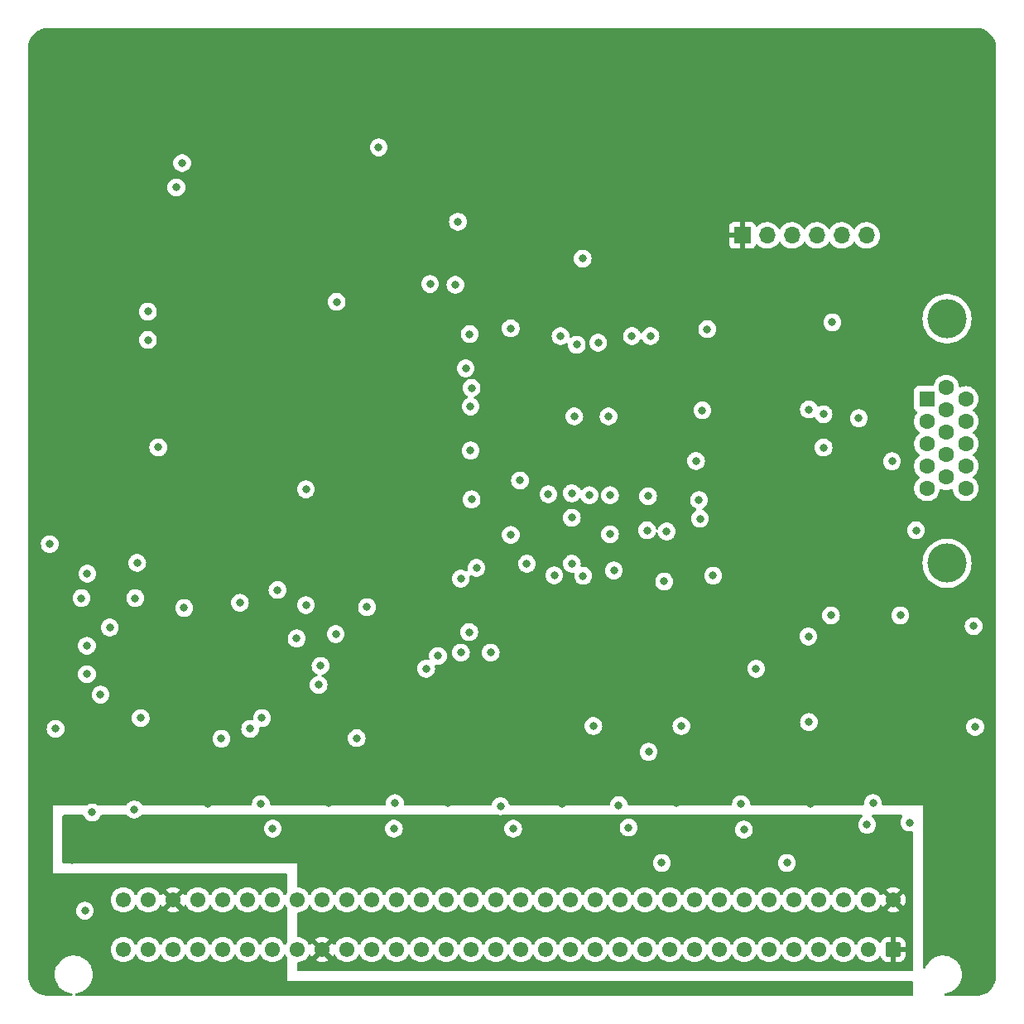
<source format=gbr>
%TF.GenerationSoftware,KiCad,Pcbnew,(6.0.7-rc1-83-g1005f75cdb)*%
%TF.CreationDate,2022-08-17T14:22:35+01:00*%
%TF.ProjectId,GfxFPGAS3,47667846-5047-4415-9333-2e6b69636164,rev?*%
%TF.SameCoordinates,Original*%
%TF.FileFunction,Copper,L2,Inr*%
%TF.FilePolarity,Positive*%
%FSLAX46Y46*%
G04 Gerber Fmt 4.6, Leading zero omitted, Abs format (unit mm)*
G04 Created by KiCad (PCBNEW (6.0.7-rc1-83-g1005f75cdb)) date 2022-08-17 14:22:35*
%MOMM*%
%LPD*%
G01*
G04 APERTURE LIST*
G04 Aperture macros list*
%AMRoundRect*
0 Rectangle with rounded corners*
0 $1 Rounding radius*
0 $2 $3 $4 $5 $6 $7 $8 $9 X,Y pos of 4 corners*
0 Add a 4 corners polygon primitive as box body*
4,1,4,$2,$3,$4,$5,$6,$7,$8,$9,$2,$3,0*
0 Add four circle primitives for the rounded corners*
1,1,$1+$1,$2,$3*
1,1,$1+$1,$4,$5*
1,1,$1+$1,$6,$7*
1,1,$1+$1,$8,$9*
0 Add four rect primitives between the rounded corners*
20,1,$1+$1,$2,$3,$4,$5,0*
20,1,$1+$1,$4,$5,$6,$7,0*
20,1,$1+$1,$6,$7,$8,$9,0*
20,1,$1+$1,$8,$9,$2,$3,0*%
G04 Aperture macros list end*
%TA.AperFunction,ComponentPad*%
%ADD10RoundRect,0.249999X0.525001X0.525001X-0.525001X0.525001X-0.525001X-0.525001X0.525001X-0.525001X0*%
%TD*%
%TA.AperFunction,ComponentPad*%
%ADD11C,1.550000*%
%TD*%
%TA.AperFunction,ComponentPad*%
%ADD12C,4.000000*%
%TD*%
%TA.AperFunction,ComponentPad*%
%ADD13R,1.600000X1.600000*%
%TD*%
%TA.AperFunction,ComponentPad*%
%ADD14C,1.600000*%
%TD*%
%TA.AperFunction,ComponentPad*%
%ADD15R,1.700000X1.700000*%
%TD*%
%TA.AperFunction,ComponentPad*%
%ADD16O,1.700000X1.700000*%
%TD*%
%TA.AperFunction,ViaPad*%
%ADD17C,0.800000*%
%TD*%
G04 APERTURE END LIST*
D10*
%TO.N,+5V*%
%TO.C,J101*%
X188976000Y-144780000D03*
D11*
%TO.N,GND*%
X186436000Y-144780000D03*
%TO.N,/CPU_D0*%
X183896000Y-144780000D03*
%TO.N,/CPU_D2*%
X181356000Y-144780000D03*
%TO.N,/CPU_D4*%
X178816000Y-144780000D03*
%TO.N,/CPU_D6*%
X176276000Y-144780000D03*
%TO.N,/CPU_D8*%
X173736000Y-144780000D03*
%TO.N,/CPU_D10*%
X171196000Y-144780000D03*
%TO.N,/CPU_D12*%
X168656000Y-144780000D03*
%TO.N,/CPU_D14*%
X166116000Y-144780000D03*
%TO.N,GND*%
X163576000Y-144780000D03*
%TO.N,/CPU_A1*%
X161036000Y-144780000D03*
%TO.N,/CPU_A3*%
X158496000Y-144780000D03*
%TO.N,/CPU_A5*%
X155956000Y-144780000D03*
%TO.N,/CPU_A7*%
X153416000Y-144780000D03*
%TO.N,/CPU_A9*%
X150876000Y-144780000D03*
%TO.N,/CPU_A11*%
X148336000Y-144780000D03*
%TO.N,/CPU_A13*%
X145796000Y-144780000D03*
%TO.N,/CPU_A15*%
X143256000Y-144780000D03*
%TO.N,/CPU_A17*%
X140716000Y-144780000D03*
%TO.N,/CPU_A19*%
X138176000Y-144780000D03*
%TO.N,/~{CPU_AS}*%
X135636000Y-144780000D03*
%TO.N,unconnected-(J101-PadA23)*%
X133096000Y-144780000D03*
%TO.N,+5V*%
X130556000Y-144780000D03*
%TO.N,/~{CPU_LDS}*%
X128016000Y-144780000D03*
%TO.N,/CPU_R~{W}*%
X125476000Y-144780000D03*
%TO.N,/~{CPU_REGCS}*%
X122936000Y-144780000D03*
%TO.N,Net-(J101-PadA28)*%
X120396000Y-144780000D03*
%TO.N,unconnected-(J101-PadA29)*%
X117856000Y-144780000D03*
%TO.N,unconnected-(J101-PadA30)*%
X115316000Y-144780000D03*
%TO.N,unconnected-(J101-PadA31)*%
X112776000Y-144780000D03*
%TO.N,GND*%
X110236000Y-144780000D03*
%TO.N,+5V*%
X188976000Y-139700000D03*
%TO.N,unconnected-(J101-PadC2)*%
X186436000Y-139700000D03*
%TO.N,/CPU_D1*%
X183896000Y-139700000D03*
%TO.N,/CPU_D3*%
X181356000Y-139700000D03*
%TO.N,/CPU_D5*%
X178816000Y-139700000D03*
%TO.N,/CPU_D7*%
X176276000Y-139700000D03*
%TO.N,/CPU_D9*%
X173736000Y-139700000D03*
%TO.N,/CPU_D11*%
X171196000Y-139700000D03*
%TO.N,/CPU_D13*%
X168656000Y-139700000D03*
%TO.N,/CPU_D15*%
X166116000Y-139700000D03*
%TO.N,GND*%
X163576000Y-139700000D03*
%TO.N,/CPU_A2*%
X161036000Y-139700000D03*
%TO.N,/CPU_A4*%
X158496000Y-139700000D03*
%TO.N,/CPU_A6*%
X155956000Y-139700000D03*
%TO.N,/CPU_A8*%
X153416000Y-139700000D03*
%TO.N,/CPU_A10*%
X150876000Y-139700000D03*
%TO.N,/CPU_A12*%
X148336000Y-139700000D03*
%TO.N,/CPU_A14*%
X145796000Y-139700000D03*
%TO.N,/CPU_A16*%
X143256000Y-139700000D03*
%TO.N,/CPU_A18*%
X140716000Y-139700000D03*
%TO.N,unconnected-(J101-PadC21)*%
X138176000Y-139700000D03*
%TO.N,unconnected-(J101-PadC22)*%
X135636000Y-139700000D03*
%TO.N,/CPU_CLK*%
X133096000Y-139700000D03*
%TO.N,GND*%
X130556000Y-139700000D03*
%TO.N,/~{CPU_UDS}*%
X128016000Y-139700000D03*
%TO.N,/~{CPU_RESET}*%
X125476000Y-139700000D03*
%TO.N,/~{CPU_DATACS}*%
X122936000Y-139700000D03*
%TO.N,Net-(J101-PadC28)*%
X120396000Y-139700000D03*
%TO.N,GND*%
X117856000Y-139700000D03*
%TO.N,+3V3*%
X115316000Y-139700000D03*
%TO.N,unconnected-(J101-PadC31)*%
X112776000Y-139700000D03*
%TO.N,GND*%
X110236000Y-139700000D03*
%TD*%
D12*
%TO.N,GND*%
%TO.C,J501*%
X194470000Y-105260000D03*
X194470000Y-80260000D03*
D13*
%TO.N,Net-(J501-Pad1)*%
X192420000Y-88445000D03*
D14*
%TO.N,Net-(J501-Pad2)*%
X192420000Y-90735000D03*
%TO.N,Net-(J501-Pad3)*%
X192420000Y-93025000D03*
%TO.N,unconnected-(J501-Pad4)*%
X192420000Y-95315000D03*
%TO.N,GND*%
X192420000Y-97605000D03*
X194400000Y-87300000D03*
X194400000Y-89590000D03*
X194400000Y-91880000D03*
%TO.N,unconnected-(J501-Pad9)*%
X194400000Y-94170000D03*
%TO.N,GND*%
X194400000Y-96460000D03*
%TO.N,unconnected-(J501-Pad11)*%
X196380000Y-88445000D03*
%TO.N,unconnected-(J501-Pad12)*%
X196380000Y-90735000D03*
%TO.N,Net-(J501-Pad13)*%
X196380000Y-93025000D03*
%TO.N,Net-(J501-Pad14)*%
X196380000Y-95315000D03*
%TO.N,unconnected-(J501-Pad15)*%
X196380000Y-97605000D03*
%TD*%
D15*
%TO.N,+3V3*%
%TO.C,J1*%
X173544000Y-71727000D03*
D16*
%TO.N,Net-(J1-Pad2)*%
X176084000Y-71727000D03*
%TO.N,Net-(J1-Pad3)*%
X178624000Y-71727000D03*
%TO.N,Net-(J1-Pad4)*%
X181164000Y-71727000D03*
%TO.N,Net-(J1-Pad5)*%
X183704000Y-71727000D03*
%TO.N,GND*%
X186244000Y-71727000D03*
%TD*%
D17*
%TO.N,GND*%
X106500000Y-113700000D03*
X161900000Y-132300000D03*
X115644000Y-66827000D03*
X132044000Y-78527000D03*
X107050000Y-130750000D03*
X149844000Y-81227000D03*
X112744000Y-82427000D03*
X138000000Y-129800000D03*
X156100000Y-100600000D03*
X106500000Y-116600000D03*
X163800000Y-101900000D03*
X160400000Y-106000000D03*
X148800000Y-130100000D03*
X169444000Y-89627000D03*
X111340000Y-130440000D03*
X157250000Y-106550000D03*
X188844000Y-94827000D03*
X180344000Y-89527000D03*
X170544000Y-106527000D03*
X185444000Y-90427000D03*
X169944000Y-81327000D03*
X186300000Y-132000000D03*
X125500000Y-132400000D03*
X156100000Y-98100000D03*
X162244000Y-82027000D03*
X160900000Y-130000000D03*
X154300000Y-106500000D03*
X135150000Y-109750000D03*
X144744000Y-106827000D03*
X106544000Y-106327000D03*
X116444000Y-109827000D03*
X173700000Y-132500000D03*
X182744000Y-80627000D03*
X111644000Y-105227000D03*
X169100000Y-98800000D03*
X136344000Y-62727000D03*
X145844000Y-98727000D03*
X159850500Y-90233500D03*
X181844000Y-93427000D03*
X112744000Y-79527000D03*
X145744000Y-89227000D03*
X130200000Y-117700000D03*
X150100000Y-132400000D03*
X107900000Y-118700000D03*
X145744000Y-93727000D03*
X173400000Y-129900000D03*
X145244000Y-85327000D03*
X124300000Y-129900000D03*
X168800000Y-94800000D03*
X137900000Y-132400000D03*
X154944000Y-82027000D03*
X158800000Y-82700000D03*
X156350500Y-90233500D03*
X106300000Y-140800000D03*
X165544000Y-107127000D03*
X150800000Y-96800000D03*
X181844000Y-90027000D03*
X197200000Y-111700000D03*
X144194000Y-76777000D03*
X116244000Y-64327000D03*
X186900000Y-129800000D03*
%TO.N,+3V3*%
X155100000Y-129900000D03*
X159844000Y-88327000D03*
X136400000Y-117600000D03*
X188400000Y-119500000D03*
X143450000Y-129800000D03*
X155800000Y-106600000D03*
X148144000Y-105827000D03*
X153560000Y-102740000D03*
X179344000Y-95727000D03*
X132044000Y-80127000D03*
X116244000Y-62927000D03*
X183694000Y-91677000D03*
X162000000Y-101800000D03*
X111144000Y-113727000D03*
X136344000Y-64127000D03*
X131200000Y-129800000D03*
X169744000Y-103027000D03*
X185444000Y-92027000D03*
X148544000Y-83027000D03*
X156450500Y-88333500D03*
X145944000Y-100627000D03*
X170144000Y-85027000D03*
X136625000Y-113475000D03*
X145744000Y-91727000D03*
X111144000Y-116927000D03*
X153044000Y-82027000D03*
X145000000Y-102600000D03*
X162300000Y-106000000D03*
X133150000Y-109650000D03*
X166800000Y-129800000D03*
X186944000Y-80927000D03*
X193600000Y-133600000D03*
X162100000Y-95700000D03*
X112744000Y-78027000D03*
X160244000Y-81527000D03*
X166700000Y-97000000D03*
X180500000Y-129900000D03*
X118900000Y-129900000D03*
X166244000Y-81527000D03*
X178744000Y-80527000D03*
X169444000Y-87827000D03*
X169000000Y-96900000D03*
%TO.N,+5V*%
X167000000Y-132500000D03*
X131300000Y-132400000D03*
X143500000Y-132400000D03*
X119000000Y-132700000D03*
X179800000Y-132500000D03*
X104990000Y-135590000D03*
X155000000Y-132400000D03*
%TO.N,+1V2*%
X108844000Y-111827000D03*
X111444000Y-108827000D03*
X151500000Y-105300000D03*
X105944000Y-108827000D03*
X169200000Y-100700000D03*
X145844000Y-87327000D03*
X164144000Y-82027000D03*
%TO.N,Net-(J501-Pad13)*%
X191300000Y-101900000D03*
%TO.N,Net-(R301-Pad2)*%
X130400000Y-115750000D03*
%TO.N,/FPGA/~{FLASH_CS}*%
X131950000Y-112500000D03*
%TO.N,Net-(R303-Pad2)*%
X142400000Y-114750000D03*
%TO.N,/FPGA/~{CPU_DATAEN}*%
X145600000Y-112300000D03*
X190625000Y-131775000D03*
%TO.N,/FPGA/HOST_CLK*%
X156600000Y-82900000D03*
X127950000Y-112950000D03*
%TO.N,/FPGA/~{LDS}*%
X112000000Y-121100000D03*
X124400000Y-121100000D03*
%TO.N,/FPGA/~{UDS}*%
X128900000Y-109550000D03*
X128900000Y-97700000D03*
%TO.N,/FPGA/~{RESET}*%
X123200000Y-122200000D03*
X103300000Y-122200000D03*
X113800000Y-93400000D03*
X102700000Y-103300000D03*
%TO.N,/FPGA/~{REGCS}*%
X141600000Y-76700000D03*
X122150000Y-109300000D03*
%TO.N,/FPGA/~{DATACS}*%
X126000000Y-108000000D03*
X157200000Y-74100000D03*
%TO.N,/FPGA/A1*%
X157900000Y-98300000D03*
%TO.N,/FPGA/A4*%
X153700000Y-98200000D03*
%TO.N,/FPGA/A5*%
X167300000Y-121900000D03*
X158300000Y-121900000D03*
%TO.N,/FPGA/DATA_DIR*%
X180350000Y-121500000D03*
X149850000Y-102350000D03*
X178100000Y-135900000D03*
X180300000Y-112750000D03*
X165300000Y-135900000D03*
%TO.N,/FPGA/FPGA_PROGB*%
X145644000Y-81827000D03*
%TO.N,/FPGA/~{ACCESS_LED}*%
X197350000Y-122000000D03*
X120250000Y-123200000D03*
%TO.N,/FPGA/FPGA_INITB*%
X146344000Y-105727000D03*
%TO.N,/FPGA/CLK_25MHZ*%
X156100000Y-105300000D03*
%TO.N,/FPGA/FPGA_DONE*%
X189700000Y-110600000D03*
X182600000Y-110600000D03*
%TO.N,/FPGA/FLASH_DI*%
X144750000Y-114400000D03*
X147800000Y-114400000D03*
%TO.N,/FPGA/FLASH_CLK*%
X141200000Y-116050000D03*
X174950000Y-116050000D03*
%TO.N,Net-(J1-Pad3)*%
X144444000Y-70327000D03*
%TO.N,/FPGA/D6*%
X160000000Y-98300000D03*
%TO.N,/FPGA/D5*%
X165800000Y-102000000D03*
%TO.N,/FPGA/D4*%
X163900000Y-98400000D03*
%TO.N,/FPGA/D15*%
X160000000Y-102300000D03*
%TO.N,/FPGA/D14*%
X134100000Y-123150000D03*
X163950000Y-124550000D03*
%TD*%
%TA.AperFunction,Conductor*%
%TO.N,+5V*%
G36*
X106152554Y-131020002D02*
G01*
X106199047Y-131073658D01*
X106204265Y-131087061D01*
X106215473Y-131121556D01*
X106310960Y-131286944D01*
X106315378Y-131291851D01*
X106315379Y-131291852D01*
X106406338Y-131392872D01*
X106438747Y-131428866D01*
X106593248Y-131541118D01*
X106599276Y-131543802D01*
X106599278Y-131543803D01*
X106745449Y-131608882D01*
X106767712Y-131618794D01*
X106842680Y-131634729D01*
X106948056Y-131657128D01*
X106948061Y-131657128D01*
X106954513Y-131658500D01*
X107145487Y-131658500D01*
X107151939Y-131657128D01*
X107151944Y-131657128D01*
X107257320Y-131634729D01*
X107332288Y-131618794D01*
X107354551Y-131608882D01*
X107500722Y-131543803D01*
X107500724Y-131543802D01*
X107506752Y-131541118D01*
X107661253Y-131428866D01*
X107693662Y-131392872D01*
X107784621Y-131291852D01*
X107784622Y-131291851D01*
X107789040Y-131286944D01*
X107884527Y-131121556D01*
X107895734Y-131087063D01*
X107935807Y-131028458D01*
X108001204Y-131000821D01*
X108015567Y-131000000D01*
X110565622Y-131000000D01*
X110633743Y-131020002D01*
X110659253Y-131041685D01*
X110728747Y-131118866D01*
X110801486Y-131171714D01*
X110852134Y-131208512D01*
X110883248Y-131231118D01*
X110889276Y-131233802D01*
X110889278Y-131233803D01*
X111019659Y-131291852D01*
X111057712Y-131308794D01*
X111138871Y-131326045D01*
X111238056Y-131347128D01*
X111238061Y-131347128D01*
X111244513Y-131348500D01*
X111435487Y-131348500D01*
X111441939Y-131347128D01*
X111441944Y-131347128D01*
X111541129Y-131326045D01*
X111622288Y-131308794D01*
X111660341Y-131291852D01*
X111790722Y-131233803D01*
X111790724Y-131233802D01*
X111796752Y-131231118D01*
X111827867Y-131208512D01*
X111878514Y-131171714D01*
X111951253Y-131118866D01*
X112020744Y-131041688D01*
X112081187Y-131004450D01*
X112114378Y-131000000D01*
X148651279Y-131000000D01*
X148677476Y-131002754D01*
X148698047Y-131007127D01*
X148698060Y-131007128D01*
X148704513Y-131008500D01*
X148895487Y-131008500D01*
X148901940Y-131007128D01*
X148901953Y-131007127D01*
X148922524Y-131002754D01*
X148948721Y-131000000D01*
X185742962Y-131000000D01*
X185811083Y-131020002D01*
X185857576Y-131073658D01*
X185867680Y-131143932D01*
X185838186Y-131208512D01*
X185817025Y-131227934D01*
X185688747Y-131321134D01*
X185684326Y-131326044D01*
X185684325Y-131326045D01*
X185588249Y-131432749D01*
X185560960Y-131463056D01*
X185515891Y-131541118D01*
X185472595Y-131616109D01*
X185465473Y-131628444D01*
X185406458Y-131810072D01*
X185386496Y-132000000D01*
X185406458Y-132189928D01*
X185465473Y-132371556D01*
X185560960Y-132536944D01*
X185565378Y-132541851D01*
X185565379Y-132541852D01*
X185608667Y-132589928D01*
X185688747Y-132678866D01*
X185843248Y-132791118D01*
X185849276Y-132793802D01*
X185849278Y-132793803D01*
X185933332Y-132831226D01*
X186017712Y-132868794D01*
X186111113Y-132888647D01*
X186198056Y-132907128D01*
X186198061Y-132907128D01*
X186204513Y-132908500D01*
X186395487Y-132908500D01*
X186401939Y-132907128D01*
X186401944Y-132907128D01*
X186488887Y-132888647D01*
X186582288Y-132868794D01*
X186666668Y-132831226D01*
X186750722Y-132793803D01*
X186750724Y-132793802D01*
X186756752Y-132791118D01*
X186911253Y-132678866D01*
X186991333Y-132589928D01*
X187034621Y-132541852D01*
X187034622Y-132541851D01*
X187039040Y-132536944D01*
X187134527Y-132371556D01*
X187193542Y-132189928D01*
X187213504Y-132000000D01*
X187193542Y-131810072D01*
X187134527Y-131628444D01*
X187127406Y-131616109D01*
X187084109Y-131541118D01*
X187039040Y-131463056D01*
X187011752Y-131432749D01*
X186915675Y-131326045D01*
X186915674Y-131326044D01*
X186911253Y-131321134D01*
X186782976Y-131227935D01*
X186739623Y-131171714D01*
X186733548Y-131100978D01*
X186766679Y-131038186D01*
X186828499Y-131003274D01*
X186857038Y-131000000D01*
X189817307Y-131000000D01*
X189885428Y-131020002D01*
X189931921Y-131073658D01*
X189942025Y-131143932D01*
X189910944Y-131210308D01*
X189885960Y-131238056D01*
X189790473Y-131403444D01*
X189731458Y-131585072D01*
X189730768Y-131591633D01*
X189730768Y-131591635D01*
X189726899Y-131628444D01*
X189711496Y-131775000D01*
X189731458Y-131964928D01*
X189790473Y-132146556D01*
X189885960Y-132311944D01*
X190013747Y-132453866D01*
X190168248Y-132566118D01*
X190174276Y-132568802D01*
X190174278Y-132568803D01*
X190221726Y-132589928D01*
X190342712Y-132643794D01*
X190436112Y-132663647D01*
X190523056Y-132682128D01*
X190523061Y-132682128D01*
X190529513Y-132683500D01*
X190720487Y-132683500D01*
X190726939Y-132682128D01*
X190726944Y-132682128D01*
X190847803Y-132656438D01*
X190918594Y-132661840D01*
X190975226Y-132704657D01*
X190999720Y-132771294D01*
X191000000Y-132779685D01*
X191000000Y-146874000D01*
X190979998Y-146942121D01*
X190926342Y-146988614D01*
X190874000Y-147000000D01*
X128126000Y-147000000D01*
X128057879Y-146979998D01*
X128011386Y-146926342D01*
X128000000Y-146874000D01*
X128000000Y-146185261D01*
X128020002Y-146117140D01*
X128073658Y-146070647D01*
X128115018Y-146059740D01*
X128129752Y-146058451D01*
X128239729Y-146048829D01*
X128245042Y-146047405D01*
X128245044Y-146047405D01*
X128451350Y-145992126D01*
X128451352Y-145992125D01*
X128456660Y-145990703D01*
X128462654Y-145987908D01*
X128655215Y-145898116D01*
X128655220Y-145898113D01*
X128660202Y-145895790D01*
X128728293Y-145848112D01*
X129852443Y-145848112D01*
X129861739Y-145860127D01*
X129907541Y-145892198D01*
X129917036Y-145897681D01*
X130110530Y-145987908D01*
X130120822Y-145991654D01*
X130327043Y-146046911D01*
X130337838Y-146048814D01*
X130550525Y-146067422D01*
X130561475Y-146067422D01*
X130774162Y-146048814D01*
X130784957Y-146046911D01*
X130991178Y-145991654D01*
X131001470Y-145987908D01*
X131194964Y-145897681D01*
X131204459Y-145892198D01*
X131251099Y-145859540D01*
X131259474Y-145849063D01*
X131252406Y-145835616D01*
X130568812Y-145152022D01*
X130554868Y-145144408D01*
X130553035Y-145144539D01*
X130546420Y-145148790D01*
X129858873Y-145836337D01*
X129852443Y-145848112D01*
X128728293Y-145848112D01*
X128821036Y-145783172D01*
X128839658Y-145770133D01*
X128839660Y-145770131D01*
X128844169Y-145766974D01*
X129002974Y-145608169D01*
X129090229Y-145483557D01*
X129128633Y-145428710D01*
X129128634Y-145428708D01*
X129131790Y-145424201D01*
X129134113Y-145419219D01*
X129134116Y-145419214D01*
X129172081Y-145337797D01*
X129218998Y-145284512D01*
X129287276Y-145265051D01*
X129355236Y-145285593D01*
X129400471Y-145337797D01*
X129438319Y-145418963D01*
X129443802Y-145428459D01*
X129476460Y-145475099D01*
X129486937Y-145483474D01*
X129500385Y-145476405D01*
X130183978Y-144792812D01*
X130190356Y-144781132D01*
X130920408Y-144781132D01*
X130920539Y-144782965D01*
X130924790Y-144789580D01*
X131612337Y-145477127D01*
X131624112Y-145483557D01*
X131636127Y-145474261D01*
X131668198Y-145428459D01*
X131673681Y-145418963D01*
X131711529Y-145337797D01*
X131758447Y-145284512D01*
X131826724Y-145265051D01*
X131894684Y-145285593D01*
X131939919Y-145337797D01*
X131977884Y-145419214D01*
X131977887Y-145419219D01*
X131980210Y-145424201D01*
X131983366Y-145428708D01*
X131983367Y-145428710D01*
X132021772Y-145483557D01*
X132109026Y-145608169D01*
X132267831Y-145766974D01*
X132272340Y-145770131D01*
X132272342Y-145770133D01*
X132290964Y-145783172D01*
X132451798Y-145895790D01*
X132456780Y-145898113D01*
X132456785Y-145898116D01*
X132649346Y-145987908D01*
X132655340Y-145990703D01*
X132660648Y-145992125D01*
X132660650Y-145992126D01*
X132866956Y-146047405D01*
X132866958Y-146047405D01*
X132872271Y-146048829D01*
X133096000Y-146068403D01*
X133319729Y-146048829D01*
X133325042Y-146047405D01*
X133325044Y-146047405D01*
X133531350Y-145992126D01*
X133531352Y-145992125D01*
X133536660Y-145990703D01*
X133542654Y-145987908D01*
X133735215Y-145898116D01*
X133735220Y-145898113D01*
X133740202Y-145895790D01*
X133901036Y-145783172D01*
X133919658Y-145770133D01*
X133919660Y-145770131D01*
X133924169Y-145766974D01*
X134082974Y-145608169D01*
X134170229Y-145483557D01*
X134208633Y-145428710D01*
X134208634Y-145428708D01*
X134211790Y-145424201D01*
X134214113Y-145419219D01*
X134214116Y-145419214D01*
X134251805Y-145338389D01*
X134298723Y-145285104D01*
X134367000Y-145265643D01*
X134434960Y-145286185D01*
X134480195Y-145338389D01*
X134517884Y-145419214D01*
X134517887Y-145419219D01*
X134520210Y-145424201D01*
X134523366Y-145428708D01*
X134523367Y-145428710D01*
X134561772Y-145483557D01*
X134649026Y-145608169D01*
X134807831Y-145766974D01*
X134812340Y-145770131D01*
X134812342Y-145770133D01*
X134830964Y-145783172D01*
X134991798Y-145895790D01*
X134996780Y-145898113D01*
X134996785Y-145898116D01*
X135189346Y-145987908D01*
X135195340Y-145990703D01*
X135200648Y-145992125D01*
X135200650Y-145992126D01*
X135406956Y-146047405D01*
X135406958Y-146047405D01*
X135412271Y-146048829D01*
X135636000Y-146068403D01*
X135859729Y-146048829D01*
X135865042Y-146047405D01*
X135865044Y-146047405D01*
X136071350Y-145992126D01*
X136071352Y-145992125D01*
X136076660Y-145990703D01*
X136082654Y-145987908D01*
X136275215Y-145898116D01*
X136275220Y-145898113D01*
X136280202Y-145895790D01*
X136441036Y-145783172D01*
X136459658Y-145770133D01*
X136459660Y-145770131D01*
X136464169Y-145766974D01*
X136622974Y-145608169D01*
X136710229Y-145483557D01*
X136748633Y-145428710D01*
X136748634Y-145428708D01*
X136751790Y-145424201D01*
X136754113Y-145419219D01*
X136754116Y-145419214D01*
X136791805Y-145338389D01*
X136838723Y-145285104D01*
X136907000Y-145265643D01*
X136974960Y-145286185D01*
X137020195Y-145338389D01*
X137057884Y-145419214D01*
X137057887Y-145419219D01*
X137060210Y-145424201D01*
X137063366Y-145428708D01*
X137063367Y-145428710D01*
X137101772Y-145483557D01*
X137189026Y-145608169D01*
X137347831Y-145766974D01*
X137352340Y-145770131D01*
X137352342Y-145770133D01*
X137370964Y-145783172D01*
X137531798Y-145895790D01*
X137536780Y-145898113D01*
X137536785Y-145898116D01*
X137729346Y-145987908D01*
X137735340Y-145990703D01*
X137740648Y-145992125D01*
X137740650Y-145992126D01*
X137946956Y-146047405D01*
X137946958Y-146047405D01*
X137952271Y-146048829D01*
X138176000Y-146068403D01*
X138399729Y-146048829D01*
X138405042Y-146047405D01*
X138405044Y-146047405D01*
X138611350Y-145992126D01*
X138611352Y-145992125D01*
X138616660Y-145990703D01*
X138622654Y-145987908D01*
X138815215Y-145898116D01*
X138815220Y-145898113D01*
X138820202Y-145895790D01*
X138981036Y-145783172D01*
X138999658Y-145770133D01*
X138999660Y-145770131D01*
X139004169Y-145766974D01*
X139162974Y-145608169D01*
X139250229Y-145483557D01*
X139288633Y-145428710D01*
X139288634Y-145428708D01*
X139291790Y-145424201D01*
X139294113Y-145419219D01*
X139294116Y-145419214D01*
X139331805Y-145338389D01*
X139378723Y-145285104D01*
X139447000Y-145265643D01*
X139514960Y-145286185D01*
X139560195Y-145338389D01*
X139597884Y-145419214D01*
X139597887Y-145419219D01*
X139600210Y-145424201D01*
X139603366Y-145428708D01*
X139603367Y-145428710D01*
X139641772Y-145483557D01*
X139729026Y-145608169D01*
X139887831Y-145766974D01*
X139892340Y-145770131D01*
X139892342Y-145770133D01*
X139910964Y-145783172D01*
X140071798Y-145895790D01*
X140076780Y-145898113D01*
X140076785Y-145898116D01*
X140269346Y-145987908D01*
X140275340Y-145990703D01*
X140280648Y-145992125D01*
X140280650Y-145992126D01*
X140486956Y-146047405D01*
X140486958Y-146047405D01*
X140492271Y-146048829D01*
X140716000Y-146068403D01*
X140939729Y-146048829D01*
X140945042Y-146047405D01*
X140945044Y-146047405D01*
X141151350Y-145992126D01*
X141151352Y-145992125D01*
X141156660Y-145990703D01*
X141162654Y-145987908D01*
X141355215Y-145898116D01*
X141355220Y-145898113D01*
X141360202Y-145895790D01*
X141521036Y-145783172D01*
X141539658Y-145770133D01*
X141539660Y-145770131D01*
X141544169Y-145766974D01*
X141702974Y-145608169D01*
X141790229Y-145483557D01*
X141828633Y-145428710D01*
X141828634Y-145428708D01*
X141831790Y-145424201D01*
X141834113Y-145419219D01*
X141834116Y-145419214D01*
X141871805Y-145338389D01*
X141918723Y-145285104D01*
X141987000Y-145265643D01*
X142054960Y-145286185D01*
X142100195Y-145338389D01*
X142137884Y-145419214D01*
X142137887Y-145419219D01*
X142140210Y-145424201D01*
X142143366Y-145428708D01*
X142143367Y-145428710D01*
X142181772Y-145483557D01*
X142269026Y-145608169D01*
X142427831Y-145766974D01*
X142432340Y-145770131D01*
X142432342Y-145770133D01*
X142450964Y-145783172D01*
X142611798Y-145895790D01*
X142616780Y-145898113D01*
X142616785Y-145898116D01*
X142809346Y-145987908D01*
X142815340Y-145990703D01*
X142820648Y-145992125D01*
X142820650Y-145992126D01*
X143026956Y-146047405D01*
X143026958Y-146047405D01*
X143032271Y-146048829D01*
X143256000Y-146068403D01*
X143479729Y-146048829D01*
X143485042Y-146047405D01*
X143485044Y-146047405D01*
X143691350Y-145992126D01*
X143691352Y-145992125D01*
X143696660Y-145990703D01*
X143702654Y-145987908D01*
X143895215Y-145898116D01*
X143895220Y-145898113D01*
X143900202Y-145895790D01*
X144061036Y-145783172D01*
X144079658Y-145770133D01*
X144079660Y-145770131D01*
X144084169Y-145766974D01*
X144242974Y-145608169D01*
X144330229Y-145483557D01*
X144368633Y-145428710D01*
X144368634Y-145428708D01*
X144371790Y-145424201D01*
X144374113Y-145419219D01*
X144374116Y-145419214D01*
X144411805Y-145338389D01*
X144458723Y-145285104D01*
X144527000Y-145265643D01*
X144594960Y-145286185D01*
X144640195Y-145338389D01*
X144677884Y-145419214D01*
X144677887Y-145419219D01*
X144680210Y-145424201D01*
X144683366Y-145428708D01*
X144683367Y-145428710D01*
X144721772Y-145483557D01*
X144809026Y-145608169D01*
X144967831Y-145766974D01*
X144972340Y-145770131D01*
X144972342Y-145770133D01*
X144990964Y-145783172D01*
X145151798Y-145895790D01*
X145156780Y-145898113D01*
X145156785Y-145898116D01*
X145349346Y-145987908D01*
X145355340Y-145990703D01*
X145360648Y-145992125D01*
X145360650Y-145992126D01*
X145566956Y-146047405D01*
X145566958Y-146047405D01*
X145572271Y-146048829D01*
X145796000Y-146068403D01*
X146019729Y-146048829D01*
X146025042Y-146047405D01*
X146025044Y-146047405D01*
X146231350Y-145992126D01*
X146231352Y-145992125D01*
X146236660Y-145990703D01*
X146242654Y-145987908D01*
X146435215Y-145898116D01*
X146435220Y-145898113D01*
X146440202Y-145895790D01*
X146601036Y-145783172D01*
X146619658Y-145770133D01*
X146619660Y-145770131D01*
X146624169Y-145766974D01*
X146782974Y-145608169D01*
X146870229Y-145483557D01*
X146908633Y-145428710D01*
X146908634Y-145428708D01*
X146911790Y-145424201D01*
X146914113Y-145419219D01*
X146914116Y-145419214D01*
X146951805Y-145338389D01*
X146998723Y-145285104D01*
X147067000Y-145265643D01*
X147134960Y-145286185D01*
X147180195Y-145338389D01*
X147217884Y-145419214D01*
X147217887Y-145419219D01*
X147220210Y-145424201D01*
X147223366Y-145428708D01*
X147223367Y-145428710D01*
X147261772Y-145483557D01*
X147349026Y-145608169D01*
X147507831Y-145766974D01*
X147512340Y-145770131D01*
X147512342Y-145770133D01*
X147530964Y-145783172D01*
X147691798Y-145895790D01*
X147696780Y-145898113D01*
X147696785Y-145898116D01*
X147889346Y-145987908D01*
X147895340Y-145990703D01*
X147900648Y-145992125D01*
X147900650Y-145992126D01*
X148106956Y-146047405D01*
X148106958Y-146047405D01*
X148112271Y-146048829D01*
X148336000Y-146068403D01*
X148559729Y-146048829D01*
X148565042Y-146047405D01*
X148565044Y-146047405D01*
X148771350Y-145992126D01*
X148771352Y-145992125D01*
X148776660Y-145990703D01*
X148782654Y-145987908D01*
X148975215Y-145898116D01*
X148975220Y-145898113D01*
X148980202Y-145895790D01*
X149141036Y-145783172D01*
X149159658Y-145770133D01*
X149159660Y-145770131D01*
X149164169Y-145766974D01*
X149322974Y-145608169D01*
X149410229Y-145483557D01*
X149448633Y-145428710D01*
X149448634Y-145428708D01*
X149451790Y-145424201D01*
X149454113Y-145419219D01*
X149454116Y-145419214D01*
X149491805Y-145338389D01*
X149538723Y-145285104D01*
X149607000Y-145265643D01*
X149674960Y-145286185D01*
X149720195Y-145338389D01*
X149757884Y-145419214D01*
X149757887Y-145419219D01*
X149760210Y-145424201D01*
X149763366Y-145428708D01*
X149763367Y-145428710D01*
X149801772Y-145483557D01*
X149889026Y-145608169D01*
X150047831Y-145766974D01*
X150052340Y-145770131D01*
X150052342Y-145770133D01*
X150070964Y-145783172D01*
X150231798Y-145895790D01*
X150236780Y-145898113D01*
X150236785Y-145898116D01*
X150429346Y-145987908D01*
X150435340Y-145990703D01*
X150440648Y-145992125D01*
X150440650Y-145992126D01*
X150646956Y-146047405D01*
X150646958Y-146047405D01*
X150652271Y-146048829D01*
X150876000Y-146068403D01*
X151099729Y-146048829D01*
X151105042Y-146047405D01*
X151105044Y-146047405D01*
X151311350Y-145992126D01*
X151311352Y-145992125D01*
X151316660Y-145990703D01*
X151322654Y-145987908D01*
X151515215Y-145898116D01*
X151515220Y-145898113D01*
X151520202Y-145895790D01*
X151681036Y-145783172D01*
X151699658Y-145770133D01*
X151699660Y-145770131D01*
X151704169Y-145766974D01*
X151862974Y-145608169D01*
X151950229Y-145483557D01*
X151988633Y-145428710D01*
X151988634Y-145428708D01*
X151991790Y-145424201D01*
X151994113Y-145419219D01*
X151994116Y-145419214D01*
X152031805Y-145338389D01*
X152078723Y-145285104D01*
X152147000Y-145265643D01*
X152214960Y-145286185D01*
X152260195Y-145338389D01*
X152297884Y-145419214D01*
X152297887Y-145419219D01*
X152300210Y-145424201D01*
X152303366Y-145428708D01*
X152303367Y-145428710D01*
X152341772Y-145483557D01*
X152429026Y-145608169D01*
X152587831Y-145766974D01*
X152592340Y-145770131D01*
X152592342Y-145770133D01*
X152610964Y-145783172D01*
X152771798Y-145895790D01*
X152776780Y-145898113D01*
X152776785Y-145898116D01*
X152969346Y-145987908D01*
X152975340Y-145990703D01*
X152980648Y-145992125D01*
X152980650Y-145992126D01*
X153186956Y-146047405D01*
X153186958Y-146047405D01*
X153192271Y-146048829D01*
X153416000Y-146068403D01*
X153639729Y-146048829D01*
X153645042Y-146047405D01*
X153645044Y-146047405D01*
X153851350Y-145992126D01*
X153851352Y-145992125D01*
X153856660Y-145990703D01*
X153862654Y-145987908D01*
X154055215Y-145898116D01*
X154055220Y-145898113D01*
X154060202Y-145895790D01*
X154221036Y-145783172D01*
X154239658Y-145770133D01*
X154239660Y-145770131D01*
X154244169Y-145766974D01*
X154402974Y-145608169D01*
X154490229Y-145483557D01*
X154528633Y-145428710D01*
X154528634Y-145428708D01*
X154531790Y-145424201D01*
X154534113Y-145419219D01*
X154534116Y-145419214D01*
X154571805Y-145338389D01*
X154618723Y-145285104D01*
X154687000Y-145265643D01*
X154754960Y-145286185D01*
X154800195Y-145338389D01*
X154837884Y-145419214D01*
X154837887Y-145419219D01*
X154840210Y-145424201D01*
X154843366Y-145428708D01*
X154843367Y-145428710D01*
X154881772Y-145483557D01*
X154969026Y-145608169D01*
X155127831Y-145766974D01*
X155132340Y-145770131D01*
X155132342Y-145770133D01*
X155150964Y-145783172D01*
X155311798Y-145895790D01*
X155316780Y-145898113D01*
X155316785Y-145898116D01*
X155509346Y-145987908D01*
X155515340Y-145990703D01*
X155520648Y-145992125D01*
X155520650Y-145992126D01*
X155726956Y-146047405D01*
X155726958Y-146047405D01*
X155732271Y-146048829D01*
X155956000Y-146068403D01*
X156179729Y-146048829D01*
X156185042Y-146047405D01*
X156185044Y-146047405D01*
X156391350Y-145992126D01*
X156391352Y-145992125D01*
X156396660Y-145990703D01*
X156402654Y-145987908D01*
X156595215Y-145898116D01*
X156595220Y-145898113D01*
X156600202Y-145895790D01*
X156761036Y-145783172D01*
X156779658Y-145770133D01*
X156779660Y-145770131D01*
X156784169Y-145766974D01*
X156942974Y-145608169D01*
X157030229Y-145483557D01*
X157068633Y-145428710D01*
X157068634Y-145428708D01*
X157071790Y-145424201D01*
X157074113Y-145419219D01*
X157074116Y-145419214D01*
X157111805Y-145338389D01*
X157158723Y-145285104D01*
X157227000Y-145265643D01*
X157294960Y-145286185D01*
X157340195Y-145338389D01*
X157377884Y-145419214D01*
X157377887Y-145419219D01*
X157380210Y-145424201D01*
X157383366Y-145428708D01*
X157383367Y-145428710D01*
X157421772Y-145483557D01*
X157509026Y-145608169D01*
X157667831Y-145766974D01*
X157672340Y-145770131D01*
X157672342Y-145770133D01*
X157690964Y-145783172D01*
X157851798Y-145895790D01*
X157856780Y-145898113D01*
X157856785Y-145898116D01*
X158049346Y-145987908D01*
X158055340Y-145990703D01*
X158060648Y-145992125D01*
X158060650Y-145992126D01*
X158266956Y-146047405D01*
X158266958Y-146047405D01*
X158272271Y-146048829D01*
X158496000Y-146068403D01*
X158719729Y-146048829D01*
X158725042Y-146047405D01*
X158725044Y-146047405D01*
X158931350Y-145992126D01*
X158931352Y-145992125D01*
X158936660Y-145990703D01*
X158942654Y-145987908D01*
X159135215Y-145898116D01*
X159135220Y-145898113D01*
X159140202Y-145895790D01*
X159301036Y-145783172D01*
X159319658Y-145770133D01*
X159319660Y-145770131D01*
X159324169Y-145766974D01*
X159482974Y-145608169D01*
X159570229Y-145483557D01*
X159608633Y-145428710D01*
X159608634Y-145428708D01*
X159611790Y-145424201D01*
X159614113Y-145419219D01*
X159614116Y-145419214D01*
X159651805Y-145338389D01*
X159698723Y-145285104D01*
X159767000Y-145265643D01*
X159834960Y-145286185D01*
X159880195Y-145338389D01*
X159917884Y-145419214D01*
X159917887Y-145419219D01*
X159920210Y-145424201D01*
X159923366Y-145428708D01*
X159923367Y-145428710D01*
X159961772Y-145483557D01*
X160049026Y-145608169D01*
X160207831Y-145766974D01*
X160212340Y-145770131D01*
X160212342Y-145770133D01*
X160230964Y-145783172D01*
X160391798Y-145895790D01*
X160396780Y-145898113D01*
X160396785Y-145898116D01*
X160589346Y-145987908D01*
X160595340Y-145990703D01*
X160600648Y-145992125D01*
X160600650Y-145992126D01*
X160806956Y-146047405D01*
X160806958Y-146047405D01*
X160812271Y-146048829D01*
X161036000Y-146068403D01*
X161259729Y-146048829D01*
X161265042Y-146047405D01*
X161265044Y-146047405D01*
X161471350Y-145992126D01*
X161471352Y-145992125D01*
X161476660Y-145990703D01*
X161482654Y-145987908D01*
X161675215Y-145898116D01*
X161675220Y-145898113D01*
X161680202Y-145895790D01*
X161841036Y-145783172D01*
X161859658Y-145770133D01*
X161859660Y-145770131D01*
X161864169Y-145766974D01*
X162022974Y-145608169D01*
X162110229Y-145483557D01*
X162148633Y-145428710D01*
X162148634Y-145428708D01*
X162151790Y-145424201D01*
X162154113Y-145419219D01*
X162154116Y-145419214D01*
X162191805Y-145338389D01*
X162238723Y-145285104D01*
X162307000Y-145265643D01*
X162374960Y-145286185D01*
X162420195Y-145338389D01*
X162457884Y-145419214D01*
X162457887Y-145419219D01*
X162460210Y-145424201D01*
X162463366Y-145428708D01*
X162463367Y-145428710D01*
X162501772Y-145483557D01*
X162589026Y-145608169D01*
X162747831Y-145766974D01*
X162752340Y-145770131D01*
X162752342Y-145770133D01*
X162770964Y-145783172D01*
X162931798Y-145895790D01*
X162936780Y-145898113D01*
X162936785Y-145898116D01*
X163129346Y-145987908D01*
X163135340Y-145990703D01*
X163140648Y-145992125D01*
X163140650Y-145992126D01*
X163346956Y-146047405D01*
X163346958Y-146047405D01*
X163352271Y-146048829D01*
X163576000Y-146068403D01*
X163799729Y-146048829D01*
X163805042Y-146047405D01*
X163805044Y-146047405D01*
X164011350Y-145992126D01*
X164011352Y-145992125D01*
X164016660Y-145990703D01*
X164022654Y-145987908D01*
X164215215Y-145898116D01*
X164215220Y-145898113D01*
X164220202Y-145895790D01*
X164381036Y-145783172D01*
X164399658Y-145770133D01*
X164399660Y-145770131D01*
X164404169Y-145766974D01*
X164562974Y-145608169D01*
X164650229Y-145483557D01*
X164688633Y-145428710D01*
X164688634Y-145428708D01*
X164691790Y-145424201D01*
X164694113Y-145419219D01*
X164694116Y-145419214D01*
X164731805Y-145338389D01*
X164778723Y-145285104D01*
X164847000Y-145265643D01*
X164914960Y-145286185D01*
X164960195Y-145338389D01*
X164997884Y-145419214D01*
X164997887Y-145419219D01*
X165000210Y-145424201D01*
X165003366Y-145428708D01*
X165003367Y-145428710D01*
X165041772Y-145483557D01*
X165129026Y-145608169D01*
X165287831Y-145766974D01*
X165292340Y-145770131D01*
X165292342Y-145770133D01*
X165310964Y-145783172D01*
X165471798Y-145895790D01*
X165476780Y-145898113D01*
X165476785Y-145898116D01*
X165669346Y-145987908D01*
X165675340Y-145990703D01*
X165680648Y-145992125D01*
X165680650Y-145992126D01*
X165886956Y-146047405D01*
X165886958Y-146047405D01*
X165892271Y-146048829D01*
X166116000Y-146068403D01*
X166339729Y-146048829D01*
X166345042Y-146047405D01*
X166345044Y-146047405D01*
X166551350Y-145992126D01*
X166551352Y-145992125D01*
X166556660Y-145990703D01*
X166562654Y-145987908D01*
X166755215Y-145898116D01*
X166755220Y-145898113D01*
X166760202Y-145895790D01*
X166921036Y-145783172D01*
X166939658Y-145770133D01*
X166939660Y-145770131D01*
X166944169Y-145766974D01*
X167102974Y-145608169D01*
X167190229Y-145483557D01*
X167228633Y-145428710D01*
X167228634Y-145428708D01*
X167231790Y-145424201D01*
X167234113Y-145419219D01*
X167234116Y-145419214D01*
X167271805Y-145338389D01*
X167318723Y-145285104D01*
X167387000Y-145265643D01*
X167454960Y-145286185D01*
X167500195Y-145338389D01*
X167537884Y-145419214D01*
X167537887Y-145419219D01*
X167540210Y-145424201D01*
X167543366Y-145428708D01*
X167543367Y-145428710D01*
X167581772Y-145483557D01*
X167669026Y-145608169D01*
X167827831Y-145766974D01*
X167832340Y-145770131D01*
X167832342Y-145770133D01*
X167850964Y-145783172D01*
X168011798Y-145895790D01*
X168016780Y-145898113D01*
X168016785Y-145898116D01*
X168209346Y-145987908D01*
X168215340Y-145990703D01*
X168220648Y-145992125D01*
X168220650Y-145992126D01*
X168426956Y-146047405D01*
X168426958Y-146047405D01*
X168432271Y-146048829D01*
X168656000Y-146068403D01*
X168879729Y-146048829D01*
X168885042Y-146047405D01*
X168885044Y-146047405D01*
X169091350Y-145992126D01*
X169091352Y-145992125D01*
X169096660Y-145990703D01*
X169102654Y-145987908D01*
X169295215Y-145898116D01*
X169295220Y-145898113D01*
X169300202Y-145895790D01*
X169461036Y-145783172D01*
X169479658Y-145770133D01*
X169479660Y-145770131D01*
X169484169Y-145766974D01*
X169642974Y-145608169D01*
X169730229Y-145483557D01*
X169768633Y-145428710D01*
X169768634Y-145428708D01*
X169771790Y-145424201D01*
X169774113Y-145419219D01*
X169774116Y-145419214D01*
X169811805Y-145338389D01*
X169858723Y-145285104D01*
X169927000Y-145265643D01*
X169994960Y-145286185D01*
X170040195Y-145338389D01*
X170077884Y-145419214D01*
X170077887Y-145419219D01*
X170080210Y-145424201D01*
X170083366Y-145428708D01*
X170083367Y-145428710D01*
X170121772Y-145483557D01*
X170209026Y-145608169D01*
X170367831Y-145766974D01*
X170372340Y-145770131D01*
X170372342Y-145770133D01*
X170390964Y-145783172D01*
X170551798Y-145895790D01*
X170556780Y-145898113D01*
X170556785Y-145898116D01*
X170749346Y-145987908D01*
X170755340Y-145990703D01*
X170760648Y-145992125D01*
X170760650Y-145992126D01*
X170966956Y-146047405D01*
X170966958Y-146047405D01*
X170972271Y-146048829D01*
X171196000Y-146068403D01*
X171419729Y-146048829D01*
X171425042Y-146047405D01*
X171425044Y-146047405D01*
X171631350Y-145992126D01*
X171631352Y-145992125D01*
X171636660Y-145990703D01*
X171642654Y-145987908D01*
X171835215Y-145898116D01*
X171835220Y-145898113D01*
X171840202Y-145895790D01*
X172001036Y-145783172D01*
X172019658Y-145770133D01*
X172019660Y-145770131D01*
X172024169Y-145766974D01*
X172182974Y-145608169D01*
X172270229Y-145483557D01*
X172308633Y-145428710D01*
X172308634Y-145428708D01*
X172311790Y-145424201D01*
X172314113Y-145419219D01*
X172314116Y-145419214D01*
X172351805Y-145338389D01*
X172398723Y-145285104D01*
X172467000Y-145265643D01*
X172534960Y-145286185D01*
X172580195Y-145338389D01*
X172617884Y-145419214D01*
X172617887Y-145419219D01*
X172620210Y-145424201D01*
X172623366Y-145428708D01*
X172623367Y-145428710D01*
X172661772Y-145483557D01*
X172749026Y-145608169D01*
X172907831Y-145766974D01*
X172912340Y-145770131D01*
X172912342Y-145770133D01*
X172930964Y-145783172D01*
X173091798Y-145895790D01*
X173096780Y-145898113D01*
X173096785Y-145898116D01*
X173289346Y-145987908D01*
X173295340Y-145990703D01*
X173300648Y-145992125D01*
X173300650Y-145992126D01*
X173506956Y-146047405D01*
X173506958Y-146047405D01*
X173512271Y-146048829D01*
X173736000Y-146068403D01*
X173959729Y-146048829D01*
X173965042Y-146047405D01*
X173965044Y-146047405D01*
X174171350Y-145992126D01*
X174171352Y-145992125D01*
X174176660Y-145990703D01*
X174182654Y-145987908D01*
X174375215Y-145898116D01*
X174375220Y-145898113D01*
X174380202Y-145895790D01*
X174541036Y-145783172D01*
X174559658Y-145770133D01*
X174559660Y-145770131D01*
X174564169Y-145766974D01*
X174722974Y-145608169D01*
X174810229Y-145483557D01*
X174848633Y-145428710D01*
X174848634Y-145428708D01*
X174851790Y-145424201D01*
X174854113Y-145419219D01*
X174854116Y-145419214D01*
X174891805Y-145338389D01*
X174938723Y-145285104D01*
X175007000Y-145265643D01*
X175074960Y-145286185D01*
X175120195Y-145338389D01*
X175157884Y-145419214D01*
X175157887Y-145419219D01*
X175160210Y-145424201D01*
X175163366Y-145428708D01*
X175163367Y-145428710D01*
X175201772Y-145483557D01*
X175289026Y-145608169D01*
X175447831Y-145766974D01*
X175452340Y-145770131D01*
X175452342Y-145770133D01*
X175470964Y-145783172D01*
X175631798Y-145895790D01*
X175636780Y-145898113D01*
X175636785Y-145898116D01*
X175829346Y-145987908D01*
X175835340Y-145990703D01*
X175840648Y-145992125D01*
X175840650Y-145992126D01*
X176046956Y-146047405D01*
X176046958Y-146047405D01*
X176052271Y-146048829D01*
X176276000Y-146068403D01*
X176499729Y-146048829D01*
X176505042Y-146047405D01*
X176505044Y-146047405D01*
X176711350Y-145992126D01*
X176711352Y-145992125D01*
X176716660Y-145990703D01*
X176722654Y-145987908D01*
X176915215Y-145898116D01*
X176915220Y-145898113D01*
X176920202Y-145895790D01*
X177081036Y-145783172D01*
X177099658Y-145770133D01*
X177099660Y-145770131D01*
X177104169Y-145766974D01*
X177262974Y-145608169D01*
X177350229Y-145483557D01*
X177388633Y-145428710D01*
X177388634Y-145428708D01*
X177391790Y-145424201D01*
X177394113Y-145419219D01*
X177394116Y-145419214D01*
X177431805Y-145338389D01*
X177478723Y-145285104D01*
X177547000Y-145265643D01*
X177614960Y-145286185D01*
X177660195Y-145338389D01*
X177697884Y-145419214D01*
X177697887Y-145419219D01*
X177700210Y-145424201D01*
X177703366Y-145428708D01*
X177703367Y-145428710D01*
X177741772Y-145483557D01*
X177829026Y-145608169D01*
X177987831Y-145766974D01*
X177992340Y-145770131D01*
X177992342Y-145770133D01*
X178010964Y-145783172D01*
X178171798Y-145895790D01*
X178176780Y-145898113D01*
X178176785Y-145898116D01*
X178369346Y-145987908D01*
X178375340Y-145990703D01*
X178380648Y-145992125D01*
X178380650Y-145992126D01*
X178586956Y-146047405D01*
X178586958Y-146047405D01*
X178592271Y-146048829D01*
X178816000Y-146068403D01*
X179039729Y-146048829D01*
X179045042Y-146047405D01*
X179045044Y-146047405D01*
X179251350Y-145992126D01*
X179251352Y-145992125D01*
X179256660Y-145990703D01*
X179262654Y-145987908D01*
X179455215Y-145898116D01*
X179455220Y-145898113D01*
X179460202Y-145895790D01*
X179621036Y-145783172D01*
X179639658Y-145770133D01*
X179639660Y-145770131D01*
X179644169Y-145766974D01*
X179802974Y-145608169D01*
X179890229Y-145483557D01*
X179928633Y-145428710D01*
X179928634Y-145428708D01*
X179931790Y-145424201D01*
X179934113Y-145419219D01*
X179934116Y-145419214D01*
X179971805Y-145338389D01*
X180018723Y-145285104D01*
X180087000Y-145265643D01*
X180154960Y-145286185D01*
X180200195Y-145338389D01*
X180237884Y-145419214D01*
X180237887Y-145419219D01*
X180240210Y-145424201D01*
X180243366Y-145428708D01*
X180243367Y-145428710D01*
X180281772Y-145483557D01*
X180369026Y-145608169D01*
X180527831Y-145766974D01*
X180532340Y-145770131D01*
X180532342Y-145770133D01*
X180550964Y-145783172D01*
X180711798Y-145895790D01*
X180716780Y-145898113D01*
X180716785Y-145898116D01*
X180909346Y-145987908D01*
X180915340Y-145990703D01*
X180920648Y-145992125D01*
X180920650Y-145992126D01*
X181126956Y-146047405D01*
X181126958Y-146047405D01*
X181132271Y-146048829D01*
X181356000Y-146068403D01*
X181579729Y-146048829D01*
X181585042Y-146047405D01*
X181585044Y-146047405D01*
X181791350Y-145992126D01*
X181791352Y-145992125D01*
X181796660Y-145990703D01*
X181802654Y-145987908D01*
X181995215Y-145898116D01*
X181995220Y-145898113D01*
X182000202Y-145895790D01*
X182161036Y-145783172D01*
X182179658Y-145770133D01*
X182179660Y-145770131D01*
X182184169Y-145766974D01*
X182342974Y-145608169D01*
X182430229Y-145483557D01*
X182468633Y-145428710D01*
X182468634Y-145428708D01*
X182471790Y-145424201D01*
X182474113Y-145419219D01*
X182474116Y-145419214D01*
X182511805Y-145338389D01*
X182558723Y-145285104D01*
X182627000Y-145265643D01*
X182694960Y-145286185D01*
X182740195Y-145338389D01*
X182777884Y-145419214D01*
X182777887Y-145419219D01*
X182780210Y-145424201D01*
X182783366Y-145428708D01*
X182783367Y-145428710D01*
X182821772Y-145483557D01*
X182909026Y-145608169D01*
X183067831Y-145766974D01*
X183072340Y-145770131D01*
X183072342Y-145770133D01*
X183090964Y-145783172D01*
X183251798Y-145895790D01*
X183256780Y-145898113D01*
X183256785Y-145898116D01*
X183449346Y-145987908D01*
X183455340Y-145990703D01*
X183460648Y-145992125D01*
X183460650Y-145992126D01*
X183666956Y-146047405D01*
X183666958Y-146047405D01*
X183672271Y-146048829D01*
X183896000Y-146068403D01*
X184119729Y-146048829D01*
X184125042Y-146047405D01*
X184125044Y-146047405D01*
X184331350Y-145992126D01*
X184331352Y-145992125D01*
X184336660Y-145990703D01*
X184342654Y-145987908D01*
X184535215Y-145898116D01*
X184535220Y-145898113D01*
X184540202Y-145895790D01*
X184701036Y-145783172D01*
X184719658Y-145770133D01*
X184719660Y-145770131D01*
X184724169Y-145766974D01*
X184882974Y-145608169D01*
X184970229Y-145483557D01*
X185008633Y-145428710D01*
X185008634Y-145428708D01*
X185011790Y-145424201D01*
X185014113Y-145419219D01*
X185014116Y-145419214D01*
X185051805Y-145338389D01*
X185098723Y-145285104D01*
X185167000Y-145265643D01*
X185234960Y-145286185D01*
X185280195Y-145338389D01*
X185317884Y-145419214D01*
X185317887Y-145419219D01*
X185320210Y-145424201D01*
X185323366Y-145428708D01*
X185323367Y-145428710D01*
X185361772Y-145483557D01*
X185449026Y-145608169D01*
X185607831Y-145766974D01*
X185612340Y-145770131D01*
X185612342Y-145770133D01*
X185630964Y-145783172D01*
X185791798Y-145895790D01*
X185796780Y-145898113D01*
X185796785Y-145898116D01*
X185989346Y-145987908D01*
X185995340Y-145990703D01*
X186000648Y-145992125D01*
X186000650Y-145992126D01*
X186206956Y-146047405D01*
X186206958Y-146047405D01*
X186212271Y-146048829D01*
X186436000Y-146068403D01*
X186659729Y-146048829D01*
X186665042Y-146047405D01*
X186665044Y-146047405D01*
X186871350Y-145992126D01*
X186871352Y-145992125D01*
X186876660Y-145990703D01*
X186882654Y-145987908D01*
X187075215Y-145898116D01*
X187075220Y-145898113D01*
X187080202Y-145895790D01*
X187241036Y-145783172D01*
X187259658Y-145770133D01*
X187259660Y-145770131D01*
X187264169Y-145766974D01*
X187422974Y-145608169D01*
X187502991Y-145493893D01*
X187558448Y-145449565D01*
X187629067Y-145442256D01*
X187692428Y-145474287D01*
X187725728Y-145526288D01*
X187757588Y-145621785D01*
X187763762Y-145634964D01*
X187849063Y-145772810D01*
X187858099Y-145784209D01*
X187972828Y-145898738D01*
X187984239Y-145907750D01*
X188122242Y-145992816D01*
X188135423Y-145998963D01*
X188289709Y-146050138D01*
X188303085Y-146053005D01*
X188397437Y-146062672D01*
X188403853Y-146063000D01*
X188703885Y-146063000D01*
X188719124Y-146058525D01*
X188720329Y-146057135D01*
X188722000Y-146049452D01*
X188722000Y-146044885D01*
X189230000Y-146044885D01*
X189234475Y-146060124D01*
X189235865Y-146061329D01*
X189243548Y-146063000D01*
X189548098Y-146063000D01*
X189554613Y-146062663D01*
X189650205Y-146052744D01*
X189663604Y-146049850D01*
X189817785Y-145998412D01*
X189830964Y-145992238D01*
X189968810Y-145906937D01*
X189980209Y-145897901D01*
X190094738Y-145783172D01*
X190103750Y-145771761D01*
X190188816Y-145633758D01*
X190194963Y-145620577D01*
X190246138Y-145466291D01*
X190249005Y-145452915D01*
X190258672Y-145358563D01*
X190259000Y-145352147D01*
X190259000Y-145052115D01*
X190254525Y-145036876D01*
X190253135Y-145035671D01*
X190245452Y-145034000D01*
X189248115Y-145034000D01*
X189232876Y-145038475D01*
X189231671Y-145039865D01*
X189230000Y-145047548D01*
X189230000Y-146044885D01*
X188722000Y-146044885D01*
X188722000Y-144507885D01*
X189230000Y-144507885D01*
X189234475Y-144523124D01*
X189235865Y-144524329D01*
X189243548Y-144526000D01*
X190240885Y-144526000D01*
X190256124Y-144521525D01*
X190257329Y-144520135D01*
X190259000Y-144512452D01*
X190259000Y-144207902D01*
X190258663Y-144201387D01*
X190248744Y-144105795D01*
X190245850Y-144092396D01*
X190194412Y-143938215D01*
X190188238Y-143925036D01*
X190102937Y-143787190D01*
X190093901Y-143775791D01*
X189979172Y-143661262D01*
X189967761Y-143652250D01*
X189829758Y-143567184D01*
X189816577Y-143561037D01*
X189662291Y-143509862D01*
X189648915Y-143506995D01*
X189554563Y-143497328D01*
X189548146Y-143497000D01*
X189248115Y-143497000D01*
X189232876Y-143501475D01*
X189231671Y-143502865D01*
X189230000Y-143510548D01*
X189230000Y-144507885D01*
X188722000Y-144507885D01*
X188722000Y-143515115D01*
X188717525Y-143499876D01*
X188716135Y-143498671D01*
X188708452Y-143497000D01*
X188403902Y-143497000D01*
X188397387Y-143497337D01*
X188301795Y-143507256D01*
X188288396Y-143510150D01*
X188134215Y-143561588D01*
X188121036Y-143567762D01*
X187983190Y-143653063D01*
X187971791Y-143662099D01*
X187857262Y-143776828D01*
X187848250Y-143788239D01*
X187763184Y-143926242D01*
X187757037Y-143939423D01*
X187725820Y-144033537D01*
X187685389Y-144091897D01*
X187619824Y-144119133D01*
X187549943Y-144106599D01*
X187503014Y-144066140D01*
X187426133Y-143956342D01*
X187426131Y-143956339D01*
X187422974Y-143951831D01*
X187264169Y-143793026D01*
X187255835Y-143787190D01*
X187148293Y-143711888D01*
X187080202Y-143664210D01*
X187075220Y-143661887D01*
X187075215Y-143661884D01*
X186881642Y-143571620D01*
X186881641Y-143571620D01*
X186876660Y-143569297D01*
X186871352Y-143567875D01*
X186871350Y-143567874D01*
X186665044Y-143512595D01*
X186665042Y-143512595D01*
X186659729Y-143511171D01*
X186436000Y-143491597D01*
X186212271Y-143511171D01*
X186206958Y-143512595D01*
X186206956Y-143512595D01*
X186000650Y-143567874D01*
X186000648Y-143567875D01*
X185995340Y-143569297D01*
X185990359Y-143571619D01*
X185990358Y-143571620D01*
X185796786Y-143661884D01*
X185796781Y-143661887D01*
X185791799Y-143664210D01*
X185787292Y-143667366D01*
X185787290Y-143667367D01*
X185612342Y-143789867D01*
X185612339Y-143789869D01*
X185607831Y-143793026D01*
X185449026Y-143951831D01*
X185445869Y-143956339D01*
X185445867Y-143956342D01*
X185323367Y-144131290D01*
X185320210Y-144135799D01*
X185317887Y-144140781D01*
X185317884Y-144140786D01*
X185280195Y-144221611D01*
X185233277Y-144274896D01*
X185165000Y-144294357D01*
X185097040Y-144273815D01*
X185051805Y-144221611D01*
X185014116Y-144140786D01*
X185014113Y-144140781D01*
X185011790Y-144135799D01*
X185008633Y-144131290D01*
X184886133Y-143956342D01*
X184886131Y-143956339D01*
X184882974Y-143951831D01*
X184724169Y-143793026D01*
X184715835Y-143787190D01*
X184608293Y-143711888D01*
X184540202Y-143664210D01*
X184535220Y-143661887D01*
X184535215Y-143661884D01*
X184341642Y-143571620D01*
X184341641Y-143571620D01*
X184336660Y-143569297D01*
X184331352Y-143567875D01*
X184331350Y-143567874D01*
X184125044Y-143512595D01*
X184125042Y-143512595D01*
X184119729Y-143511171D01*
X183896000Y-143491597D01*
X183672271Y-143511171D01*
X183666958Y-143512595D01*
X183666956Y-143512595D01*
X183460650Y-143567874D01*
X183460648Y-143567875D01*
X183455340Y-143569297D01*
X183450359Y-143571619D01*
X183450358Y-143571620D01*
X183256786Y-143661884D01*
X183256781Y-143661887D01*
X183251799Y-143664210D01*
X183247292Y-143667366D01*
X183247290Y-143667367D01*
X183072342Y-143789867D01*
X183072339Y-143789869D01*
X183067831Y-143793026D01*
X182909026Y-143951831D01*
X182905869Y-143956339D01*
X182905867Y-143956342D01*
X182783367Y-144131290D01*
X182780210Y-144135799D01*
X182777887Y-144140781D01*
X182777884Y-144140786D01*
X182740195Y-144221611D01*
X182693277Y-144274896D01*
X182625000Y-144294357D01*
X182557040Y-144273815D01*
X182511805Y-144221611D01*
X182474116Y-144140786D01*
X182474113Y-144140781D01*
X182471790Y-144135799D01*
X182468633Y-144131290D01*
X182346133Y-143956342D01*
X182346131Y-143956339D01*
X182342974Y-143951831D01*
X182184169Y-143793026D01*
X182175835Y-143787190D01*
X182068293Y-143711888D01*
X182000202Y-143664210D01*
X181995220Y-143661887D01*
X181995215Y-143661884D01*
X181801642Y-143571620D01*
X181801641Y-143571620D01*
X181796660Y-143569297D01*
X181791352Y-143567875D01*
X181791350Y-143567874D01*
X181585044Y-143512595D01*
X181585042Y-143512595D01*
X181579729Y-143511171D01*
X181356000Y-143491597D01*
X181132271Y-143511171D01*
X181126958Y-143512595D01*
X181126956Y-143512595D01*
X180920650Y-143567874D01*
X180920648Y-143567875D01*
X180915340Y-143569297D01*
X180910359Y-143571619D01*
X180910358Y-143571620D01*
X180716786Y-143661884D01*
X180716781Y-143661887D01*
X180711799Y-143664210D01*
X180707292Y-143667366D01*
X180707290Y-143667367D01*
X180532342Y-143789867D01*
X180532339Y-143789869D01*
X180527831Y-143793026D01*
X180369026Y-143951831D01*
X180365869Y-143956339D01*
X180365867Y-143956342D01*
X180243367Y-144131290D01*
X180240210Y-144135799D01*
X180237887Y-144140781D01*
X180237884Y-144140786D01*
X180200195Y-144221611D01*
X180153277Y-144274896D01*
X180085000Y-144294357D01*
X180017040Y-144273815D01*
X179971805Y-144221611D01*
X179934116Y-144140786D01*
X179934113Y-144140781D01*
X179931790Y-144135799D01*
X179928633Y-144131290D01*
X179806133Y-143956342D01*
X179806131Y-143956339D01*
X179802974Y-143951831D01*
X179644169Y-143793026D01*
X179635835Y-143787190D01*
X179528293Y-143711888D01*
X179460202Y-143664210D01*
X179455220Y-143661887D01*
X179455215Y-143661884D01*
X179261642Y-143571620D01*
X179261641Y-143571620D01*
X179256660Y-143569297D01*
X179251352Y-143567875D01*
X179251350Y-143567874D01*
X179045044Y-143512595D01*
X179045042Y-143512595D01*
X179039729Y-143511171D01*
X178816000Y-143491597D01*
X178592271Y-143511171D01*
X178586958Y-143512595D01*
X178586956Y-143512595D01*
X178380650Y-143567874D01*
X178380648Y-143567875D01*
X178375340Y-143569297D01*
X178370359Y-143571619D01*
X178370358Y-143571620D01*
X178176786Y-143661884D01*
X178176781Y-143661887D01*
X178171799Y-143664210D01*
X178167292Y-143667366D01*
X178167290Y-143667367D01*
X177992342Y-143789867D01*
X177992339Y-143789869D01*
X177987831Y-143793026D01*
X177829026Y-143951831D01*
X177825869Y-143956339D01*
X177825867Y-143956342D01*
X177703367Y-144131290D01*
X177700210Y-144135799D01*
X177697887Y-144140781D01*
X177697884Y-144140786D01*
X177660195Y-144221611D01*
X177613277Y-144274896D01*
X177545000Y-144294357D01*
X177477040Y-144273815D01*
X177431805Y-144221611D01*
X177394116Y-144140786D01*
X177394113Y-144140781D01*
X177391790Y-144135799D01*
X177388633Y-144131290D01*
X177266133Y-143956342D01*
X177266131Y-143956339D01*
X177262974Y-143951831D01*
X177104169Y-143793026D01*
X177095835Y-143787190D01*
X176988293Y-143711888D01*
X176920202Y-143664210D01*
X176915220Y-143661887D01*
X176915215Y-143661884D01*
X176721642Y-143571620D01*
X176721641Y-143571620D01*
X176716660Y-143569297D01*
X176711352Y-143567875D01*
X176711350Y-143567874D01*
X176505044Y-143512595D01*
X176505042Y-143512595D01*
X176499729Y-143511171D01*
X176276000Y-143491597D01*
X176052271Y-143511171D01*
X176046958Y-143512595D01*
X176046956Y-143512595D01*
X175840650Y-143567874D01*
X175840648Y-143567875D01*
X175835340Y-143569297D01*
X175830359Y-143571619D01*
X175830358Y-143571620D01*
X175636786Y-143661884D01*
X175636781Y-143661887D01*
X175631799Y-143664210D01*
X175627292Y-143667366D01*
X175627290Y-143667367D01*
X175452342Y-143789867D01*
X175452339Y-143789869D01*
X175447831Y-143793026D01*
X175289026Y-143951831D01*
X175285869Y-143956339D01*
X175285867Y-143956342D01*
X175163367Y-144131290D01*
X175160210Y-144135799D01*
X175157887Y-144140781D01*
X175157884Y-144140786D01*
X175120195Y-144221611D01*
X175073277Y-144274896D01*
X175005000Y-144294357D01*
X174937040Y-144273815D01*
X174891805Y-144221611D01*
X174854116Y-144140786D01*
X174854113Y-144140781D01*
X174851790Y-144135799D01*
X174848633Y-144131290D01*
X174726133Y-143956342D01*
X174726131Y-143956339D01*
X174722974Y-143951831D01*
X174564169Y-143793026D01*
X174555835Y-143787190D01*
X174448293Y-143711888D01*
X174380202Y-143664210D01*
X174375220Y-143661887D01*
X174375215Y-143661884D01*
X174181642Y-143571620D01*
X174181641Y-143571620D01*
X174176660Y-143569297D01*
X174171352Y-143567875D01*
X174171350Y-143567874D01*
X173965044Y-143512595D01*
X173965042Y-143512595D01*
X173959729Y-143511171D01*
X173736000Y-143491597D01*
X173512271Y-143511171D01*
X173506958Y-143512595D01*
X173506956Y-143512595D01*
X173300650Y-143567874D01*
X173300648Y-143567875D01*
X173295340Y-143569297D01*
X173290359Y-143571619D01*
X173290358Y-143571620D01*
X173096786Y-143661884D01*
X173096781Y-143661887D01*
X173091799Y-143664210D01*
X173087292Y-143667366D01*
X173087290Y-143667367D01*
X172912342Y-143789867D01*
X172912339Y-143789869D01*
X172907831Y-143793026D01*
X172749026Y-143951831D01*
X172745869Y-143956339D01*
X172745867Y-143956342D01*
X172623367Y-144131290D01*
X172620210Y-144135799D01*
X172617887Y-144140781D01*
X172617884Y-144140786D01*
X172580195Y-144221611D01*
X172533277Y-144274896D01*
X172465000Y-144294357D01*
X172397040Y-144273815D01*
X172351805Y-144221611D01*
X172314116Y-144140786D01*
X172314113Y-144140781D01*
X172311790Y-144135799D01*
X172308633Y-144131290D01*
X172186133Y-143956342D01*
X172186131Y-143956339D01*
X172182974Y-143951831D01*
X172024169Y-143793026D01*
X172015835Y-143787190D01*
X171908293Y-143711888D01*
X171840202Y-143664210D01*
X171835220Y-143661887D01*
X171835215Y-143661884D01*
X171641642Y-143571620D01*
X171641641Y-143571620D01*
X171636660Y-143569297D01*
X171631352Y-143567875D01*
X171631350Y-143567874D01*
X171425044Y-143512595D01*
X171425042Y-143512595D01*
X171419729Y-143511171D01*
X171196000Y-143491597D01*
X170972271Y-143511171D01*
X170966958Y-143512595D01*
X170966956Y-143512595D01*
X170760650Y-143567874D01*
X170760648Y-143567875D01*
X170755340Y-143569297D01*
X170750359Y-143571619D01*
X170750358Y-143571620D01*
X170556786Y-143661884D01*
X170556781Y-143661887D01*
X170551799Y-143664210D01*
X170547292Y-143667366D01*
X170547290Y-143667367D01*
X170372342Y-143789867D01*
X170372339Y-143789869D01*
X170367831Y-143793026D01*
X170209026Y-143951831D01*
X170205869Y-143956339D01*
X170205867Y-143956342D01*
X170083367Y-144131290D01*
X170080210Y-144135799D01*
X170077887Y-144140781D01*
X170077884Y-144140786D01*
X170040195Y-144221611D01*
X169993277Y-144274896D01*
X169925000Y-144294357D01*
X169857040Y-144273815D01*
X169811805Y-144221611D01*
X169774116Y-144140786D01*
X169774113Y-144140781D01*
X169771790Y-144135799D01*
X169768633Y-144131290D01*
X169646133Y-143956342D01*
X169646131Y-143956339D01*
X169642974Y-143951831D01*
X169484169Y-143793026D01*
X169475835Y-143787190D01*
X169368293Y-143711888D01*
X169300202Y-143664210D01*
X169295220Y-143661887D01*
X169295215Y-143661884D01*
X169101642Y-143571620D01*
X169101641Y-143571620D01*
X169096660Y-143569297D01*
X169091352Y-143567875D01*
X169091350Y-143567874D01*
X168885044Y-143512595D01*
X168885042Y-143512595D01*
X168879729Y-143511171D01*
X168656000Y-143491597D01*
X168432271Y-143511171D01*
X168426958Y-143512595D01*
X168426956Y-143512595D01*
X168220650Y-143567874D01*
X168220648Y-143567875D01*
X168215340Y-143569297D01*
X168210359Y-143571619D01*
X168210358Y-143571620D01*
X168016786Y-143661884D01*
X168016781Y-143661887D01*
X168011799Y-143664210D01*
X168007292Y-143667366D01*
X168007290Y-143667367D01*
X167832342Y-143789867D01*
X167832339Y-143789869D01*
X167827831Y-143793026D01*
X167669026Y-143951831D01*
X167665869Y-143956339D01*
X167665867Y-143956342D01*
X167543367Y-144131290D01*
X167540210Y-144135799D01*
X167537887Y-144140781D01*
X167537884Y-144140786D01*
X167500195Y-144221611D01*
X167453277Y-144274896D01*
X167385000Y-144294357D01*
X167317040Y-144273815D01*
X167271805Y-144221611D01*
X167234116Y-144140786D01*
X167234113Y-144140781D01*
X167231790Y-144135799D01*
X167228633Y-144131290D01*
X167106133Y-143956342D01*
X167106131Y-143956339D01*
X167102974Y-143951831D01*
X166944169Y-143793026D01*
X166935835Y-143787190D01*
X166828293Y-143711888D01*
X166760202Y-143664210D01*
X166755220Y-143661887D01*
X166755215Y-143661884D01*
X166561642Y-143571620D01*
X166561641Y-143571620D01*
X166556660Y-143569297D01*
X166551352Y-143567875D01*
X166551350Y-143567874D01*
X166345044Y-143512595D01*
X166345042Y-143512595D01*
X166339729Y-143511171D01*
X166116000Y-143491597D01*
X165892271Y-143511171D01*
X165886958Y-143512595D01*
X165886956Y-143512595D01*
X165680650Y-143567874D01*
X165680648Y-143567875D01*
X165675340Y-143569297D01*
X165670359Y-143571619D01*
X165670358Y-143571620D01*
X165476786Y-143661884D01*
X165476781Y-143661887D01*
X165471799Y-143664210D01*
X165467292Y-143667366D01*
X165467290Y-143667367D01*
X165292342Y-143789867D01*
X165292339Y-143789869D01*
X165287831Y-143793026D01*
X165129026Y-143951831D01*
X165125869Y-143956339D01*
X165125867Y-143956342D01*
X165003367Y-144131290D01*
X165000210Y-144135799D01*
X164997887Y-144140781D01*
X164997884Y-144140786D01*
X164960195Y-144221611D01*
X164913277Y-144274896D01*
X164845000Y-144294357D01*
X164777040Y-144273815D01*
X164731805Y-144221611D01*
X164694116Y-144140786D01*
X164694113Y-144140781D01*
X164691790Y-144135799D01*
X164688633Y-144131290D01*
X164566133Y-143956342D01*
X164566131Y-143956339D01*
X164562974Y-143951831D01*
X164404169Y-143793026D01*
X164395835Y-143787190D01*
X164288293Y-143711888D01*
X164220202Y-143664210D01*
X164215220Y-143661887D01*
X164215215Y-143661884D01*
X164021642Y-143571620D01*
X164021641Y-143571620D01*
X164016660Y-143569297D01*
X164011352Y-143567875D01*
X164011350Y-143567874D01*
X163805044Y-143512595D01*
X163805042Y-143512595D01*
X163799729Y-143511171D01*
X163576000Y-143491597D01*
X163352271Y-143511171D01*
X163346958Y-143512595D01*
X163346956Y-143512595D01*
X163140650Y-143567874D01*
X163140648Y-143567875D01*
X163135340Y-143569297D01*
X163130359Y-143571619D01*
X163130358Y-143571620D01*
X162936786Y-143661884D01*
X162936781Y-143661887D01*
X162931799Y-143664210D01*
X162927292Y-143667366D01*
X162927290Y-143667367D01*
X162752342Y-143789867D01*
X162752339Y-143789869D01*
X162747831Y-143793026D01*
X162589026Y-143951831D01*
X162585869Y-143956339D01*
X162585867Y-143956342D01*
X162463367Y-144131290D01*
X162460210Y-144135799D01*
X162457887Y-144140781D01*
X162457884Y-144140786D01*
X162420195Y-144221611D01*
X162373277Y-144274896D01*
X162305000Y-144294357D01*
X162237040Y-144273815D01*
X162191805Y-144221611D01*
X162154116Y-144140786D01*
X162154113Y-144140781D01*
X162151790Y-144135799D01*
X162148633Y-144131290D01*
X162026133Y-143956342D01*
X162026131Y-143956339D01*
X162022974Y-143951831D01*
X161864169Y-143793026D01*
X161855835Y-143787190D01*
X161748293Y-143711888D01*
X161680202Y-143664210D01*
X161675220Y-143661887D01*
X161675215Y-143661884D01*
X161481642Y-143571620D01*
X161481641Y-143571620D01*
X161476660Y-143569297D01*
X161471352Y-143567875D01*
X161471350Y-143567874D01*
X161265044Y-143512595D01*
X161265042Y-143512595D01*
X161259729Y-143511171D01*
X161036000Y-143491597D01*
X160812271Y-143511171D01*
X160806958Y-143512595D01*
X160806956Y-143512595D01*
X160600650Y-143567874D01*
X160600648Y-143567875D01*
X160595340Y-143569297D01*
X160590359Y-143571619D01*
X160590358Y-143571620D01*
X160396786Y-143661884D01*
X160396781Y-143661887D01*
X160391799Y-143664210D01*
X160387292Y-143667366D01*
X160387290Y-143667367D01*
X160212342Y-143789867D01*
X160212339Y-143789869D01*
X160207831Y-143793026D01*
X160049026Y-143951831D01*
X160045869Y-143956339D01*
X160045867Y-143956342D01*
X159923367Y-144131290D01*
X159920210Y-144135799D01*
X159917887Y-144140781D01*
X159917884Y-144140786D01*
X159880195Y-144221611D01*
X159833277Y-144274896D01*
X159765000Y-144294357D01*
X159697040Y-144273815D01*
X159651805Y-144221611D01*
X159614116Y-144140786D01*
X159614113Y-144140781D01*
X159611790Y-144135799D01*
X159608633Y-144131290D01*
X159486133Y-143956342D01*
X159486131Y-143956339D01*
X159482974Y-143951831D01*
X159324169Y-143793026D01*
X159315835Y-143787190D01*
X159208293Y-143711888D01*
X159140202Y-143664210D01*
X159135220Y-143661887D01*
X159135215Y-143661884D01*
X158941642Y-143571620D01*
X158941641Y-143571620D01*
X158936660Y-143569297D01*
X158931352Y-143567875D01*
X158931350Y-143567874D01*
X158725044Y-143512595D01*
X158725042Y-143512595D01*
X158719729Y-143511171D01*
X158496000Y-143491597D01*
X158272271Y-143511171D01*
X158266958Y-143512595D01*
X158266956Y-143512595D01*
X158060650Y-143567874D01*
X158060648Y-143567875D01*
X158055340Y-143569297D01*
X158050359Y-143571619D01*
X158050358Y-143571620D01*
X157856786Y-143661884D01*
X157856781Y-143661887D01*
X157851799Y-143664210D01*
X157847292Y-143667366D01*
X157847290Y-143667367D01*
X157672342Y-143789867D01*
X157672339Y-143789869D01*
X157667831Y-143793026D01*
X157509026Y-143951831D01*
X157505869Y-143956339D01*
X157505867Y-143956342D01*
X157383367Y-144131290D01*
X157380210Y-144135799D01*
X157377887Y-144140781D01*
X157377884Y-144140786D01*
X157340195Y-144221611D01*
X157293277Y-144274896D01*
X157225000Y-144294357D01*
X157157040Y-144273815D01*
X157111805Y-144221611D01*
X157074116Y-144140786D01*
X157074113Y-144140781D01*
X157071790Y-144135799D01*
X157068633Y-144131290D01*
X156946133Y-143956342D01*
X156946131Y-143956339D01*
X156942974Y-143951831D01*
X156784169Y-143793026D01*
X156775835Y-143787190D01*
X156668293Y-143711888D01*
X156600202Y-143664210D01*
X156595220Y-143661887D01*
X156595215Y-143661884D01*
X156401642Y-143571620D01*
X156401641Y-143571620D01*
X156396660Y-143569297D01*
X156391352Y-143567875D01*
X156391350Y-143567874D01*
X156185044Y-143512595D01*
X156185042Y-143512595D01*
X156179729Y-143511171D01*
X155956000Y-143491597D01*
X155732271Y-143511171D01*
X155726958Y-143512595D01*
X155726956Y-143512595D01*
X155520650Y-143567874D01*
X155520648Y-143567875D01*
X155515340Y-143569297D01*
X155510359Y-143571619D01*
X155510358Y-143571620D01*
X155316786Y-143661884D01*
X155316781Y-143661887D01*
X155311799Y-143664210D01*
X155307292Y-143667366D01*
X155307290Y-143667367D01*
X155132342Y-143789867D01*
X155132339Y-143789869D01*
X155127831Y-143793026D01*
X154969026Y-143951831D01*
X154965869Y-143956339D01*
X154965867Y-143956342D01*
X154843367Y-144131290D01*
X154840210Y-144135799D01*
X154837887Y-144140781D01*
X154837884Y-144140786D01*
X154800195Y-144221611D01*
X154753277Y-144274896D01*
X154685000Y-144294357D01*
X154617040Y-144273815D01*
X154571805Y-144221611D01*
X154534116Y-144140786D01*
X154534113Y-144140781D01*
X154531790Y-144135799D01*
X154528633Y-144131290D01*
X154406133Y-143956342D01*
X154406131Y-143956339D01*
X154402974Y-143951831D01*
X154244169Y-143793026D01*
X154235835Y-143787190D01*
X154128293Y-143711888D01*
X154060202Y-143664210D01*
X154055220Y-143661887D01*
X154055215Y-143661884D01*
X153861642Y-143571620D01*
X153861641Y-143571620D01*
X153856660Y-143569297D01*
X153851352Y-143567875D01*
X153851350Y-143567874D01*
X153645044Y-143512595D01*
X153645042Y-143512595D01*
X153639729Y-143511171D01*
X153416000Y-143491597D01*
X153192271Y-143511171D01*
X153186958Y-143512595D01*
X153186956Y-143512595D01*
X152980650Y-143567874D01*
X152980648Y-143567875D01*
X152975340Y-143569297D01*
X152970359Y-143571619D01*
X152970358Y-143571620D01*
X152776786Y-143661884D01*
X152776781Y-143661887D01*
X152771799Y-143664210D01*
X152767292Y-143667366D01*
X152767290Y-143667367D01*
X152592342Y-143789867D01*
X152592339Y-143789869D01*
X152587831Y-143793026D01*
X152429026Y-143951831D01*
X152425869Y-143956339D01*
X152425867Y-143956342D01*
X152303367Y-144131290D01*
X152300210Y-144135799D01*
X152297887Y-144140781D01*
X152297884Y-144140786D01*
X152260195Y-144221611D01*
X152213277Y-144274896D01*
X152145000Y-144294357D01*
X152077040Y-144273815D01*
X152031805Y-144221611D01*
X151994116Y-144140786D01*
X151994113Y-144140781D01*
X151991790Y-144135799D01*
X151988633Y-144131290D01*
X151866133Y-143956342D01*
X151866131Y-143956339D01*
X151862974Y-143951831D01*
X151704169Y-143793026D01*
X151695835Y-143787190D01*
X151588293Y-143711888D01*
X151520202Y-143664210D01*
X151515220Y-143661887D01*
X151515215Y-143661884D01*
X151321642Y-143571620D01*
X151321641Y-143571620D01*
X151316660Y-143569297D01*
X151311352Y-143567875D01*
X151311350Y-143567874D01*
X151105044Y-143512595D01*
X151105042Y-143512595D01*
X151099729Y-143511171D01*
X150876000Y-143491597D01*
X150652271Y-143511171D01*
X150646958Y-143512595D01*
X150646956Y-143512595D01*
X150440650Y-143567874D01*
X150440648Y-143567875D01*
X150435340Y-143569297D01*
X150430359Y-143571619D01*
X150430358Y-143571620D01*
X150236786Y-143661884D01*
X150236781Y-143661887D01*
X150231799Y-143664210D01*
X150227292Y-143667366D01*
X150227290Y-143667367D01*
X150052342Y-143789867D01*
X150052339Y-143789869D01*
X150047831Y-143793026D01*
X149889026Y-143951831D01*
X149885869Y-143956339D01*
X149885867Y-143956342D01*
X149763367Y-144131290D01*
X149760210Y-144135799D01*
X149757887Y-144140781D01*
X149757884Y-144140786D01*
X149720195Y-144221611D01*
X149673277Y-144274896D01*
X149605000Y-144294357D01*
X149537040Y-144273815D01*
X149491805Y-144221611D01*
X149454116Y-144140786D01*
X149454113Y-144140781D01*
X149451790Y-144135799D01*
X149448633Y-144131290D01*
X149326133Y-143956342D01*
X149326131Y-143956339D01*
X149322974Y-143951831D01*
X149164169Y-143793026D01*
X149155835Y-143787190D01*
X149048293Y-143711888D01*
X148980202Y-143664210D01*
X148975220Y-143661887D01*
X148975215Y-143661884D01*
X148781642Y-143571620D01*
X148781641Y-143571620D01*
X148776660Y-143569297D01*
X148771352Y-143567875D01*
X148771350Y-143567874D01*
X148565044Y-143512595D01*
X148565042Y-143512595D01*
X148559729Y-143511171D01*
X148336000Y-143491597D01*
X148112271Y-143511171D01*
X148106958Y-143512595D01*
X148106956Y-143512595D01*
X147900650Y-143567874D01*
X147900648Y-143567875D01*
X147895340Y-143569297D01*
X147890359Y-143571619D01*
X147890358Y-143571620D01*
X147696786Y-143661884D01*
X147696781Y-143661887D01*
X147691799Y-143664210D01*
X147687292Y-143667366D01*
X147687290Y-143667367D01*
X147512342Y-143789867D01*
X147512339Y-143789869D01*
X147507831Y-143793026D01*
X147349026Y-143951831D01*
X147345869Y-143956339D01*
X147345867Y-143956342D01*
X147223367Y-144131290D01*
X147220210Y-144135799D01*
X147217887Y-144140781D01*
X147217884Y-144140786D01*
X147180195Y-144221611D01*
X147133277Y-144274896D01*
X147065000Y-144294357D01*
X146997040Y-144273815D01*
X146951805Y-144221611D01*
X146914116Y-144140786D01*
X146914113Y-144140781D01*
X146911790Y-144135799D01*
X146908633Y-144131290D01*
X146786133Y-143956342D01*
X146786131Y-143956339D01*
X146782974Y-143951831D01*
X146624169Y-143793026D01*
X146615835Y-143787190D01*
X146508293Y-143711888D01*
X146440202Y-143664210D01*
X146435220Y-143661887D01*
X146435215Y-143661884D01*
X146241642Y-143571620D01*
X146241641Y-143571620D01*
X146236660Y-143569297D01*
X146231352Y-143567875D01*
X146231350Y-143567874D01*
X146025044Y-143512595D01*
X146025042Y-143512595D01*
X146019729Y-143511171D01*
X145796000Y-143491597D01*
X145572271Y-143511171D01*
X145566958Y-143512595D01*
X145566956Y-143512595D01*
X145360650Y-143567874D01*
X145360648Y-143567875D01*
X145355340Y-143569297D01*
X145350359Y-143571619D01*
X145350358Y-143571620D01*
X145156786Y-143661884D01*
X145156781Y-143661887D01*
X145151799Y-143664210D01*
X145147292Y-143667366D01*
X145147290Y-143667367D01*
X144972342Y-143789867D01*
X144972339Y-143789869D01*
X144967831Y-143793026D01*
X144809026Y-143951831D01*
X144805869Y-143956339D01*
X144805867Y-143956342D01*
X144683367Y-144131290D01*
X144680210Y-144135799D01*
X144677887Y-144140781D01*
X144677884Y-144140786D01*
X144640195Y-144221611D01*
X144593277Y-144274896D01*
X144525000Y-144294357D01*
X144457040Y-144273815D01*
X144411805Y-144221611D01*
X144374116Y-144140786D01*
X144374113Y-144140781D01*
X144371790Y-144135799D01*
X144368633Y-144131290D01*
X144246133Y-143956342D01*
X144246131Y-143956339D01*
X144242974Y-143951831D01*
X144084169Y-143793026D01*
X144075835Y-143787190D01*
X143968293Y-143711888D01*
X143900202Y-143664210D01*
X143895220Y-143661887D01*
X143895215Y-143661884D01*
X143701642Y-143571620D01*
X143701641Y-143571620D01*
X143696660Y-143569297D01*
X143691352Y-143567875D01*
X143691350Y-143567874D01*
X143485044Y-143512595D01*
X143485042Y-143512595D01*
X143479729Y-143511171D01*
X143256000Y-143491597D01*
X143032271Y-143511171D01*
X143026958Y-143512595D01*
X143026956Y-143512595D01*
X142820650Y-143567874D01*
X142820648Y-143567875D01*
X142815340Y-143569297D01*
X142810359Y-143571619D01*
X142810358Y-143571620D01*
X142616786Y-143661884D01*
X142616781Y-143661887D01*
X142611799Y-143664210D01*
X142607292Y-143667366D01*
X142607290Y-143667367D01*
X142432342Y-143789867D01*
X142432339Y-143789869D01*
X142427831Y-143793026D01*
X142269026Y-143951831D01*
X142265869Y-143956339D01*
X142265867Y-143956342D01*
X142143367Y-144131290D01*
X142140210Y-144135799D01*
X142137887Y-144140781D01*
X142137884Y-144140786D01*
X142100195Y-144221611D01*
X142053277Y-144274896D01*
X141985000Y-144294357D01*
X141917040Y-144273815D01*
X141871805Y-144221611D01*
X141834116Y-144140786D01*
X141834113Y-144140781D01*
X141831790Y-144135799D01*
X141828633Y-144131290D01*
X141706133Y-143956342D01*
X141706131Y-143956339D01*
X141702974Y-143951831D01*
X141544169Y-143793026D01*
X141535835Y-143787190D01*
X141428293Y-143711888D01*
X141360202Y-143664210D01*
X141355220Y-143661887D01*
X141355215Y-143661884D01*
X141161642Y-143571620D01*
X141161641Y-143571620D01*
X141156660Y-143569297D01*
X141151352Y-143567875D01*
X141151350Y-143567874D01*
X140945044Y-143512595D01*
X140945042Y-143512595D01*
X140939729Y-143511171D01*
X140716000Y-143491597D01*
X140492271Y-143511171D01*
X140486958Y-143512595D01*
X140486956Y-143512595D01*
X140280650Y-143567874D01*
X140280648Y-143567875D01*
X140275340Y-143569297D01*
X140270359Y-143571619D01*
X140270358Y-143571620D01*
X140076786Y-143661884D01*
X140076781Y-143661887D01*
X140071799Y-143664210D01*
X140067292Y-143667366D01*
X140067290Y-143667367D01*
X139892342Y-143789867D01*
X139892339Y-143789869D01*
X139887831Y-143793026D01*
X139729026Y-143951831D01*
X139725869Y-143956339D01*
X139725867Y-143956342D01*
X139603367Y-144131290D01*
X139600210Y-144135799D01*
X139597887Y-144140781D01*
X139597884Y-144140786D01*
X139560195Y-144221611D01*
X139513277Y-144274896D01*
X139445000Y-144294357D01*
X139377040Y-144273815D01*
X139331805Y-144221611D01*
X139294116Y-144140786D01*
X139294113Y-144140781D01*
X139291790Y-144135799D01*
X139288633Y-144131290D01*
X139166133Y-143956342D01*
X139166131Y-143956339D01*
X139162974Y-143951831D01*
X139004169Y-143793026D01*
X138995835Y-143787190D01*
X138888293Y-143711888D01*
X138820202Y-143664210D01*
X138815220Y-143661887D01*
X138815215Y-143661884D01*
X138621642Y-143571620D01*
X138621641Y-143571620D01*
X138616660Y-143569297D01*
X138611352Y-143567875D01*
X138611350Y-143567874D01*
X138405044Y-143512595D01*
X138405042Y-143512595D01*
X138399729Y-143511171D01*
X138176000Y-143491597D01*
X137952271Y-143511171D01*
X137946958Y-143512595D01*
X137946956Y-143512595D01*
X137740650Y-143567874D01*
X137740648Y-143567875D01*
X137735340Y-143569297D01*
X137730359Y-143571619D01*
X137730358Y-143571620D01*
X137536786Y-143661884D01*
X137536781Y-143661887D01*
X137531799Y-143664210D01*
X137527292Y-143667366D01*
X137527290Y-143667367D01*
X137352342Y-143789867D01*
X137352339Y-143789869D01*
X137347831Y-143793026D01*
X137189026Y-143951831D01*
X137185869Y-143956339D01*
X137185867Y-143956342D01*
X137063367Y-144131290D01*
X137060210Y-144135799D01*
X137057887Y-144140781D01*
X137057884Y-144140786D01*
X137020195Y-144221611D01*
X136973277Y-144274896D01*
X136905000Y-144294357D01*
X136837040Y-144273815D01*
X136791805Y-144221611D01*
X136754116Y-144140786D01*
X136754113Y-144140781D01*
X136751790Y-144135799D01*
X136748633Y-144131290D01*
X136626133Y-143956342D01*
X136626131Y-143956339D01*
X136622974Y-143951831D01*
X136464169Y-143793026D01*
X136455835Y-143787190D01*
X136348293Y-143711888D01*
X136280202Y-143664210D01*
X136275220Y-143661887D01*
X136275215Y-143661884D01*
X136081642Y-143571620D01*
X136081641Y-143571620D01*
X136076660Y-143569297D01*
X136071352Y-143567875D01*
X136071350Y-143567874D01*
X135865044Y-143512595D01*
X135865042Y-143512595D01*
X135859729Y-143511171D01*
X135636000Y-143491597D01*
X135412271Y-143511171D01*
X135406958Y-143512595D01*
X135406956Y-143512595D01*
X135200650Y-143567874D01*
X135200648Y-143567875D01*
X135195340Y-143569297D01*
X135190359Y-143571619D01*
X135190358Y-143571620D01*
X134996786Y-143661884D01*
X134996781Y-143661887D01*
X134991799Y-143664210D01*
X134987292Y-143667366D01*
X134987290Y-143667367D01*
X134812342Y-143789867D01*
X134812339Y-143789869D01*
X134807831Y-143793026D01*
X134649026Y-143951831D01*
X134645869Y-143956339D01*
X134645867Y-143956342D01*
X134523367Y-144131290D01*
X134520210Y-144135799D01*
X134517887Y-144140781D01*
X134517884Y-144140786D01*
X134480195Y-144221611D01*
X134433277Y-144274896D01*
X134365000Y-144294357D01*
X134297040Y-144273815D01*
X134251805Y-144221611D01*
X134214116Y-144140786D01*
X134214113Y-144140781D01*
X134211790Y-144135799D01*
X134208633Y-144131290D01*
X134086133Y-143956342D01*
X134086131Y-143956339D01*
X134082974Y-143951831D01*
X133924169Y-143793026D01*
X133915835Y-143787190D01*
X133808293Y-143711888D01*
X133740202Y-143664210D01*
X133735220Y-143661887D01*
X133735215Y-143661884D01*
X133541642Y-143571620D01*
X133541641Y-143571620D01*
X133536660Y-143569297D01*
X133531352Y-143567875D01*
X133531350Y-143567874D01*
X133325044Y-143512595D01*
X133325042Y-143512595D01*
X133319729Y-143511171D01*
X133096000Y-143491597D01*
X132872271Y-143511171D01*
X132866958Y-143512595D01*
X132866956Y-143512595D01*
X132660650Y-143567874D01*
X132660648Y-143567875D01*
X132655340Y-143569297D01*
X132650359Y-143571619D01*
X132650358Y-143571620D01*
X132456786Y-143661884D01*
X132456781Y-143661887D01*
X132451799Y-143664210D01*
X132447292Y-143667366D01*
X132447290Y-143667367D01*
X132272342Y-143789867D01*
X132272339Y-143789869D01*
X132267831Y-143793026D01*
X132109026Y-143951831D01*
X132105869Y-143956339D01*
X132105867Y-143956342D01*
X131983367Y-144131290D01*
X131980210Y-144135799D01*
X131977887Y-144140781D01*
X131977884Y-144140786D01*
X131939919Y-144222203D01*
X131893002Y-144275488D01*
X131824724Y-144294949D01*
X131756764Y-144274407D01*
X131711529Y-144222203D01*
X131673681Y-144141037D01*
X131668198Y-144131541D01*
X131635540Y-144084901D01*
X131625063Y-144076526D01*
X131611615Y-144083595D01*
X130928022Y-144767188D01*
X130920408Y-144781132D01*
X130190356Y-144781132D01*
X130191592Y-144778868D01*
X130191461Y-144777035D01*
X130187210Y-144770420D01*
X129499663Y-144082873D01*
X129487888Y-144076443D01*
X129475873Y-144085739D01*
X129443802Y-144131541D01*
X129438319Y-144141037D01*
X129400471Y-144222203D01*
X129353553Y-144275488D01*
X129285276Y-144294949D01*
X129217316Y-144274407D01*
X129172081Y-144222203D01*
X129134116Y-144140786D01*
X129134113Y-144140781D01*
X129131790Y-144135799D01*
X129128633Y-144131290D01*
X129006133Y-143956342D01*
X129006131Y-143956339D01*
X129002974Y-143951831D01*
X128844169Y-143793026D01*
X128835835Y-143787190D01*
X128728293Y-143711888D01*
X128726935Y-143710937D01*
X129852526Y-143710937D01*
X129859595Y-143724385D01*
X130543188Y-144407978D01*
X130557132Y-144415592D01*
X130558965Y-144415461D01*
X130565580Y-144411210D01*
X131253127Y-143723663D01*
X131259557Y-143711888D01*
X131250261Y-143699873D01*
X131204459Y-143667802D01*
X131194964Y-143662319D01*
X131001470Y-143572092D01*
X130991178Y-143568346D01*
X130784957Y-143513089D01*
X130774162Y-143511186D01*
X130561475Y-143492578D01*
X130550525Y-143492578D01*
X130337838Y-143511186D01*
X130327043Y-143513089D01*
X130120822Y-143568346D01*
X130110530Y-143572092D01*
X129917037Y-143662319D01*
X129907541Y-143667802D01*
X129860901Y-143700460D01*
X129852526Y-143710937D01*
X128726935Y-143710937D01*
X128660202Y-143664210D01*
X128655220Y-143661887D01*
X128655215Y-143661884D01*
X128461642Y-143571620D01*
X128461641Y-143571620D01*
X128456660Y-143569297D01*
X128451352Y-143567875D01*
X128451350Y-143567874D01*
X128245044Y-143512595D01*
X128245042Y-143512595D01*
X128239729Y-143511171D01*
X128128905Y-143501475D01*
X128115018Y-143500260D01*
X128048900Y-143474396D01*
X128007261Y-143416893D01*
X128000000Y-143374739D01*
X128000000Y-141105261D01*
X128020002Y-141037140D01*
X128073658Y-140990647D01*
X128115018Y-140979740D01*
X128129752Y-140978451D01*
X128239729Y-140968829D01*
X128245042Y-140967405D01*
X128245044Y-140967405D01*
X128451350Y-140912126D01*
X128451352Y-140912125D01*
X128456660Y-140910703D01*
X128462654Y-140907908D01*
X128655215Y-140818116D01*
X128655220Y-140818113D01*
X128660202Y-140815790D01*
X128844169Y-140686974D01*
X129002974Y-140528169D01*
X129072803Y-140428444D01*
X129128633Y-140348710D01*
X129128634Y-140348708D01*
X129131790Y-140344201D01*
X129134113Y-140339219D01*
X129134116Y-140339214D01*
X129171805Y-140258389D01*
X129218723Y-140205104D01*
X129287000Y-140185643D01*
X129354960Y-140206185D01*
X129400195Y-140258389D01*
X129437884Y-140339214D01*
X129437887Y-140339219D01*
X129440210Y-140344201D01*
X129443366Y-140348708D01*
X129443367Y-140348710D01*
X129499198Y-140428444D01*
X129569026Y-140528169D01*
X129727831Y-140686974D01*
X129911798Y-140815790D01*
X129916780Y-140818113D01*
X129916785Y-140818116D01*
X130109346Y-140907908D01*
X130115340Y-140910703D01*
X130120648Y-140912125D01*
X130120650Y-140912126D01*
X130326956Y-140967405D01*
X130326958Y-140967405D01*
X130332271Y-140968829D01*
X130556000Y-140988403D01*
X130779729Y-140968829D01*
X130785042Y-140967405D01*
X130785044Y-140967405D01*
X130991350Y-140912126D01*
X130991352Y-140912125D01*
X130996660Y-140910703D01*
X131002654Y-140907908D01*
X131195215Y-140818116D01*
X131195220Y-140818113D01*
X131200202Y-140815790D01*
X131384169Y-140686974D01*
X131542974Y-140528169D01*
X131612803Y-140428444D01*
X131668633Y-140348710D01*
X131668634Y-140348708D01*
X131671790Y-140344201D01*
X131674113Y-140339219D01*
X131674116Y-140339214D01*
X131711805Y-140258389D01*
X131758723Y-140205104D01*
X131827000Y-140185643D01*
X131894960Y-140206185D01*
X131940195Y-140258389D01*
X131977884Y-140339214D01*
X131977887Y-140339219D01*
X131980210Y-140344201D01*
X131983366Y-140348708D01*
X131983367Y-140348710D01*
X132039198Y-140428444D01*
X132109026Y-140528169D01*
X132267831Y-140686974D01*
X132451798Y-140815790D01*
X132456780Y-140818113D01*
X132456785Y-140818116D01*
X132649346Y-140907908D01*
X132655340Y-140910703D01*
X132660648Y-140912125D01*
X132660650Y-140912126D01*
X132866956Y-140967405D01*
X132866958Y-140967405D01*
X132872271Y-140968829D01*
X133096000Y-140988403D01*
X133319729Y-140968829D01*
X133325042Y-140967405D01*
X133325044Y-140967405D01*
X133531350Y-140912126D01*
X133531352Y-140912125D01*
X133536660Y-140910703D01*
X133542654Y-140907908D01*
X133735215Y-140818116D01*
X133735220Y-140818113D01*
X133740202Y-140815790D01*
X133924169Y-140686974D01*
X134082974Y-140528169D01*
X134152803Y-140428444D01*
X134208633Y-140348710D01*
X134208634Y-140348708D01*
X134211790Y-140344201D01*
X134214113Y-140339219D01*
X134214116Y-140339214D01*
X134251805Y-140258389D01*
X134298723Y-140205104D01*
X134367000Y-140185643D01*
X134434960Y-140206185D01*
X134480195Y-140258389D01*
X134517884Y-140339214D01*
X134517887Y-140339219D01*
X134520210Y-140344201D01*
X134523366Y-140348708D01*
X134523367Y-140348710D01*
X134579198Y-140428444D01*
X134649026Y-140528169D01*
X134807831Y-140686974D01*
X134991798Y-140815790D01*
X134996780Y-140818113D01*
X134996785Y-140818116D01*
X135189346Y-140907908D01*
X135195340Y-140910703D01*
X135200648Y-140912125D01*
X135200650Y-140912126D01*
X135406956Y-140967405D01*
X135406958Y-140967405D01*
X135412271Y-140968829D01*
X135636000Y-140988403D01*
X135859729Y-140968829D01*
X135865042Y-140967405D01*
X135865044Y-140967405D01*
X136071350Y-140912126D01*
X136071352Y-140912125D01*
X136076660Y-140910703D01*
X136082654Y-140907908D01*
X136275215Y-140818116D01*
X136275220Y-140818113D01*
X136280202Y-140815790D01*
X136464169Y-140686974D01*
X136622974Y-140528169D01*
X136692803Y-140428444D01*
X136748633Y-140348710D01*
X136748634Y-140348708D01*
X136751790Y-140344201D01*
X136754113Y-140339219D01*
X136754116Y-140339214D01*
X136791805Y-140258389D01*
X136838723Y-140205104D01*
X136907000Y-140185643D01*
X136974960Y-140206185D01*
X137020195Y-140258389D01*
X137057884Y-140339214D01*
X137057887Y-140339219D01*
X137060210Y-140344201D01*
X137063366Y-140348708D01*
X137063367Y-140348710D01*
X137119198Y-140428444D01*
X137189026Y-140528169D01*
X137347831Y-140686974D01*
X137531798Y-140815790D01*
X137536780Y-140818113D01*
X137536785Y-140818116D01*
X137729346Y-140907908D01*
X137735340Y-140910703D01*
X137740648Y-140912125D01*
X137740650Y-140912126D01*
X137946956Y-140967405D01*
X137946958Y-140967405D01*
X137952271Y-140968829D01*
X138176000Y-140988403D01*
X138399729Y-140968829D01*
X138405042Y-140967405D01*
X138405044Y-140967405D01*
X138611350Y-140912126D01*
X138611352Y-140912125D01*
X138616660Y-140910703D01*
X138622654Y-140907908D01*
X138815215Y-140818116D01*
X138815220Y-140818113D01*
X138820202Y-140815790D01*
X139004169Y-140686974D01*
X139162974Y-140528169D01*
X139232803Y-140428444D01*
X139288633Y-140348710D01*
X139288634Y-140348708D01*
X139291790Y-140344201D01*
X139294113Y-140339219D01*
X139294116Y-140339214D01*
X139331805Y-140258389D01*
X139378723Y-140205104D01*
X139447000Y-140185643D01*
X139514960Y-140206185D01*
X139560195Y-140258389D01*
X139597884Y-140339214D01*
X139597887Y-140339219D01*
X139600210Y-140344201D01*
X139603366Y-140348708D01*
X139603367Y-140348710D01*
X139659198Y-140428444D01*
X139729026Y-140528169D01*
X139887831Y-140686974D01*
X140071798Y-140815790D01*
X140076780Y-140818113D01*
X140076785Y-140818116D01*
X140269346Y-140907908D01*
X140275340Y-140910703D01*
X140280648Y-140912125D01*
X140280650Y-140912126D01*
X140486956Y-140967405D01*
X140486958Y-140967405D01*
X140492271Y-140968829D01*
X140716000Y-140988403D01*
X140939729Y-140968829D01*
X140945042Y-140967405D01*
X140945044Y-140967405D01*
X141151350Y-140912126D01*
X141151352Y-140912125D01*
X141156660Y-140910703D01*
X141162654Y-140907908D01*
X141355215Y-140818116D01*
X141355220Y-140818113D01*
X141360202Y-140815790D01*
X141544169Y-140686974D01*
X141702974Y-140528169D01*
X141772803Y-140428444D01*
X141828633Y-140348710D01*
X141828634Y-140348708D01*
X141831790Y-140344201D01*
X141834113Y-140339219D01*
X141834116Y-140339214D01*
X141871805Y-140258389D01*
X141918723Y-140205104D01*
X141987000Y-140185643D01*
X142054960Y-140206185D01*
X142100195Y-140258389D01*
X142137884Y-140339214D01*
X142137887Y-140339219D01*
X142140210Y-140344201D01*
X142143366Y-140348708D01*
X142143367Y-140348710D01*
X142199198Y-140428444D01*
X142269026Y-140528169D01*
X142427831Y-140686974D01*
X142611798Y-140815790D01*
X142616780Y-140818113D01*
X142616785Y-140818116D01*
X142809346Y-140907908D01*
X142815340Y-140910703D01*
X142820648Y-140912125D01*
X142820650Y-140912126D01*
X143026956Y-140967405D01*
X143026958Y-140967405D01*
X143032271Y-140968829D01*
X143256000Y-140988403D01*
X143479729Y-140968829D01*
X143485042Y-140967405D01*
X143485044Y-140967405D01*
X143691350Y-140912126D01*
X143691352Y-140912125D01*
X143696660Y-140910703D01*
X143702654Y-140907908D01*
X143895215Y-140818116D01*
X143895220Y-140818113D01*
X143900202Y-140815790D01*
X144084169Y-140686974D01*
X144242974Y-140528169D01*
X144312803Y-140428444D01*
X144368633Y-140348710D01*
X144368634Y-140348708D01*
X144371790Y-140344201D01*
X144374113Y-140339219D01*
X144374116Y-140339214D01*
X144411805Y-140258389D01*
X144458723Y-140205104D01*
X144527000Y-140185643D01*
X144594960Y-140206185D01*
X144640195Y-140258389D01*
X144677884Y-140339214D01*
X144677887Y-140339219D01*
X144680210Y-140344201D01*
X144683366Y-140348708D01*
X144683367Y-140348710D01*
X144739198Y-140428444D01*
X144809026Y-140528169D01*
X144967831Y-140686974D01*
X145151798Y-140815790D01*
X145156780Y-140818113D01*
X145156785Y-140818116D01*
X145349346Y-140907908D01*
X145355340Y-140910703D01*
X145360648Y-140912125D01*
X145360650Y-140912126D01*
X145566956Y-140967405D01*
X145566958Y-140967405D01*
X145572271Y-140968829D01*
X145796000Y-140988403D01*
X146019729Y-140968829D01*
X146025042Y-140967405D01*
X146025044Y-140967405D01*
X146231350Y-140912126D01*
X146231352Y-140912125D01*
X146236660Y-140910703D01*
X146242654Y-140907908D01*
X146435215Y-140818116D01*
X146435220Y-140818113D01*
X146440202Y-140815790D01*
X146624169Y-140686974D01*
X146782974Y-140528169D01*
X146852803Y-140428444D01*
X146908633Y-140348710D01*
X146908634Y-140348708D01*
X146911790Y-140344201D01*
X146914113Y-140339219D01*
X146914116Y-140339214D01*
X146951805Y-140258389D01*
X146998723Y-140205104D01*
X147067000Y-140185643D01*
X147134960Y-140206185D01*
X147180195Y-140258389D01*
X147217884Y-140339214D01*
X147217887Y-140339219D01*
X147220210Y-140344201D01*
X147223366Y-140348708D01*
X147223367Y-140348710D01*
X147279198Y-140428444D01*
X147349026Y-140528169D01*
X147507831Y-140686974D01*
X147691798Y-140815790D01*
X147696780Y-140818113D01*
X147696785Y-140818116D01*
X147889346Y-140907908D01*
X147895340Y-140910703D01*
X147900648Y-140912125D01*
X147900650Y-140912126D01*
X148106956Y-140967405D01*
X148106958Y-140967405D01*
X148112271Y-140968829D01*
X148336000Y-140988403D01*
X148559729Y-140968829D01*
X148565042Y-140967405D01*
X148565044Y-140967405D01*
X148771350Y-140912126D01*
X148771352Y-140912125D01*
X148776660Y-140910703D01*
X148782654Y-140907908D01*
X148975215Y-140818116D01*
X148975220Y-140818113D01*
X148980202Y-140815790D01*
X149164169Y-140686974D01*
X149322974Y-140528169D01*
X149392803Y-140428444D01*
X149448633Y-140348710D01*
X149448634Y-140348708D01*
X149451790Y-140344201D01*
X149454113Y-140339219D01*
X149454116Y-140339214D01*
X149491805Y-140258389D01*
X149538723Y-140205104D01*
X149607000Y-140185643D01*
X149674960Y-140206185D01*
X149720195Y-140258389D01*
X149757884Y-140339214D01*
X149757887Y-140339219D01*
X149760210Y-140344201D01*
X149763366Y-140348708D01*
X149763367Y-140348710D01*
X149819198Y-140428444D01*
X149889026Y-140528169D01*
X150047831Y-140686974D01*
X150231798Y-140815790D01*
X150236780Y-140818113D01*
X150236785Y-140818116D01*
X150429346Y-140907908D01*
X150435340Y-140910703D01*
X150440648Y-140912125D01*
X150440650Y-140912126D01*
X150646956Y-140967405D01*
X150646958Y-140967405D01*
X150652271Y-140968829D01*
X150876000Y-140988403D01*
X151099729Y-140968829D01*
X151105042Y-140967405D01*
X151105044Y-140967405D01*
X151311350Y-140912126D01*
X151311352Y-140912125D01*
X151316660Y-140910703D01*
X151322654Y-140907908D01*
X151515215Y-140818116D01*
X151515220Y-140818113D01*
X151520202Y-140815790D01*
X151704169Y-140686974D01*
X151862974Y-140528169D01*
X151932803Y-140428444D01*
X151988633Y-140348710D01*
X151988634Y-140348708D01*
X151991790Y-140344201D01*
X151994113Y-140339219D01*
X151994116Y-140339214D01*
X152031805Y-140258389D01*
X152078723Y-140205104D01*
X152147000Y-140185643D01*
X152214960Y-140206185D01*
X152260195Y-140258389D01*
X152297884Y-140339214D01*
X152297887Y-140339219D01*
X152300210Y-140344201D01*
X152303366Y-140348708D01*
X152303367Y-140348710D01*
X152359198Y-140428444D01*
X152429026Y-140528169D01*
X152587831Y-140686974D01*
X152771798Y-140815790D01*
X152776780Y-140818113D01*
X152776785Y-140818116D01*
X152969346Y-140907908D01*
X152975340Y-140910703D01*
X152980648Y-140912125D01*
X152980650Y-140912126D01*
X153186956Y-140967405D01*
X153186958Y-140967405D01*
X153192271Y-140968829D01*
X153416000Y-140988403D01*
X153639729Y-140968829D01*
X153645042Y-140967405D01*
X153645044Y-140967405D01*
X153851350Y-140912126D01*
X153851352Y-140912125D01*
X153856660Y-140910703D01*
X153862654Y-140907908D01*
X154055215Y-140818116D01*
X154055220Y-140818113D01*
X154060202Y-140815790D01*
X154244169Y-140686974D01*
X154402974Y-140528169D01*
X154472803Y-140428444D01*
X154528633Y-140348710D01*
X154528634Y-140348708D01*
X154531790Y-140344201D01*
X154534113Y-140339219D01*
X154534116Y-140339214D01*
X154571805Y-140258389D01*
X154618723Y-140205104D01*
X154687000Y-140185643D01*
X154754960Y-140206185D01*
X154800195Y-140258389D01*
X154837884Y-140339214D01*
X154837887Y-140339219D01*
X154840210Y-140344201D01*
X154843366Y-140348708D01*
X154843367Y-140348710D01*
X154899198Y-140428444D01*
X154969026Y-140528169D01*
X155127831Y-140686974D01*
X155311798Y-140815790D01*
X155316780Y-140818113D01*
X155316785Y-140818116D01*
X155509346Y-140907908D01*
X155515340Y-140910703D01*
X155520648Y-140912125D01*
X155520650Y-140912126D01*
X155726956Y-140967405D01*
X155726958Y-140967405D01*
X155732271Y-140968829D01*
X155956000Y-140988403D01*
X156179729Y-140968829D01*
X156185042Y-140967405D01*
X156185044Y-140967405D01*
X156391350Y-140912126D01*
X156391352Y-140912125D01*
X156396660Y-140910703D01*
X156402654Y-140907908D01*
X156595215Y-140818116D01*
X156595220Y-140818113D01*
X156600202Y-140815790D01*
X156784169Y-140686974D01*
X156942974Y-140528169D01*
X157012803Y-140428444D01*
X157068633Y-140348710D01*
X157068634Y-140348708D01*
X157071790Y-140344201D01*
X157074113Y-140339219D01*
X157074116Y-140339214D01*
X157111805Y-140258389D01*
X157158723Y-140205104D01*
X157227000Y-140185643D01*
X157294960Y-140206185D01*
X157340195Y-140258389D01*
X157377884Y-140339214D01*
X157377887Y-140339219D01*
X157380210Y-140344201D01*
X157383366Y-140348708D01*
X157383367Y-140348710D01*
X157439198Y-140428444D01*
X157509026Y-140528169D01*
X157667831Y-140686974D01*
X157851798Y-140815790D01*
X157856780Y-140818113D01*
X157856785Y-140818116D01*
X158049346Y-140907908D01*
X158055340Y-140910703D01*
X158060648Y-140912125D01*
X158060650Y-140912126D01*
X158266956Y-140967405D01*
X158266958Y-140967405D01*
X158272271Y-140968829D01*
X158496000Y-140988403D01*
X158719729Y-140968829D01*
X158725042Y-140967405D01*
X158725044Y-140967405D01*
X158931350Y-140912126D01*
X158931352Y-140912125D01*
X158936660Y-140910703D01*
X158942654Y-140907908D01*
X159135215Y-140818116D01*
X159135220Y-140818113D01*
X159140202Y-140815790D01*
X159324169Y-140686974D01*
X159482974Y-140528169D01*
X159552803Y-140428444D01*
X159608633Y-140348710D01*
X159608634Y-140348708D01*
X159611790Y-140344201D01*
X159614113Y-140339219D01*
X159614116Y-140339214D01*
X159651805Y-140258389D01*
X159698723Y-140205104D01*
X159767000Y-140185643D01*
X159834960Y-140206185D01*
X159880195Y-140258389D01*
X159917884Y-140339214D01*
X159917887Y-140339219D01*
X159920210Y-140344201D01*
X159923366Y-140348708D01*
X159923367Y-140348710D01*
X159979198Y-140428444D01*
X160049026Y-140528169D01*
X160207831Y-140686974D01*
X160391798Y-140815790D01*
X160396780Y-140818113D01*
X160396785Y-140818116D01*
X160589346Y-140907908D01*
X160595340Y-140910703D01*
X160600648Y-140912125D01*
X160600650Y-140912126D01*
X160806956Y-140967405D01*
X160806958Y-140967405D01*
X160812271Y-140968829D01*
X161036000Y-140988403D01*
X161259729Y-140968829D01*
X161265042Y-140967405D01*
X161265044Y-140967405D01*
X161471350Y-140912126D01*
X161471352Y-140912125D01*
X161476660Y-140910703D01*
X161482654Y-140907908D01*
X161675215Y-140818116D01*
X161675220Y-140818113D01*
X161680202Y-140815790D01*
X161864169Y-140686974D01*
X162022974Y-140528169D01*
X162092803Y-140428444D01*
X162148633Y-140348710D01*
X162148634Y-140348708D01*
X162151790Y-140344201D01*
X162154113Y-140339219D01*
X162154116Y-140339214D01*
X162191805Y-140258389D01*
X162238723Y-140205104D01*
X162307000Y-140185643D01*
X162374960Y-140206185D01*
X162420195Y-140258389D01*
X162457884Y-140339214D01*
X162457887Y-140339219D01*
X162460210Y-140344201D01*
X162463366Y-140348708D01*
X162463367Y-140348710D01*
X162519198Y-140428444D01*
X162589026Y-140528169D01*
X162747831Y-140686974D01*
X162931798Y-140815790D01*
X162936780Y-140818113D01*
X162936785Y-140818116D01*
X163129346Y-140907908D01*
X163135340Y-140910703D01*
X163140648Y-140912125D01*
X163140650Y-140912126D01*
X163346956Y-140967405D01*
X163346958Y-140967405D01*
X163352271Y-140968829D01*
X163576000Y-140988403D01*
X163799729Y-140968829D01*
X163805042Y-140967405D01*
X163805044Y-140967405D01*
X164011350Y-140912126D01*
X164011352Y-140912125D01*
X164016660Y-140910703D01*
X164022654Y-140907908D01*
X164215215Y-140818116D01*
X164215220Y-140818113D01*
X164220202Y-140815790D01*
X164404169Y-140686974D01*
X164562974Y-140528169D01*
X164632803Y-140428444D01*
X164688633Y-140348710D01*
X164688634Y-140348708D01*
X164691790Y-140344201D01*
X164694113Y-140339219D01*
X164694116Y-140339214D01*
X164731805Y-140258389D01*
X164778723Y-140205104D01*
X164847000Y-140185643D01*
X164914960Y-140206185D01*
X164960195Y-140258389D01*
X164997884Y-140339214D01*
X164997887Y-140339219D01*
X165000210Y-140344201D01*
X165003366Y-140348708D01*
X165003367Y-140348710D01*
X165059198Y-140428444D01*
X165129026Y-140528169D01*
X165287831Y-140686974D01*
X165471798Y-140815790D01*
X165476780Y-140818113D01*
X165476785Y-140818116D01*
X165669346Y-140907908D01*
X165675340Y-140910703D01*
X165680648Y-140912125D01*
X165680650Y-140912126D01*
X165886956Y-140967405D01*
X165886958Y-140967405D01*
X165892271Y-140968829D01*
X166116000Y-140988403D01*
X166339729Y-140968829D01*
X166345042Y-140967405D01*
X166345044Y-140967405D01*
X166551350Y-140912126D01*
X166551352Y-140912125D01*
X166556660Y-140910703D01*
X166562654Y-140907908D01*
X166755215Y-140818116D01*
X166755220Y-140818113D01*
X166760202Y-140815790D01*
X166944169Y-140686974D01*
X167102974Y-140528169D01*
X167172803Y-140428444D01*
X167228633Y-140348710D01*
X167228634Y-140348708D01*
X167231790Y-140344201D01*
X167234113Y-140339219D01*
X167234116Y-140339214D01*
X167271805Y-140258389D01*
X167318723Y-140205104D01*
X167387000Y-140185643D01*
X167454960Y-140206185D01*
X167500195Y-140258389D01*
X167537884Y-140339214D01*
X167537887Y-140339219D01*
X167540210Y-140344201D01*
X167543366Y-140348708D01*
X167543367Y-140348710D01*
X167599198Y-140428444D01*
X167669026Y-140528169D01*
X167827831Y-140686974D01*
X168011798Y-140815790D01*
X168016780Y-140818113D01*
X168016785Y-140818116D01*
X168209346Y-140907908D01*
X168215340Y-140910703D01*
X168220648Y-140912125D01*
X168220650Y-140912126D01*
X168426956Y-140967405D01*
X168426958Y-140967405D01*
X168432271Y-140968829D01*
X168656000Y-140988403D01*
X168879729Y-140968829D01*
X168885042Y-140967405D01*
X168885044Y-140967405D01*
X169091350Y-140912126D01*
X169091352Y-140912125D01*
X169096660Y-140910703D01*
X169102654Y-140907908D01*
X169295215Y-140818116D01*
X169295220Y-140818113D01*
X169300202Y-140815790D01*
X169484169Y-140686974D01*
X169642974Y-140528169D01*
X169712803Y-140428444D01*
X169768633Y-140348710D01*
X169768634Y-140348708D01*
X169771790Y-140344201D01*
X169774113Y-140339219D01*
X169774116Y-140339214D01*
X169811805Y-140258389D01*
X169858723Y-140205104D01*
X169927000Y-140185643D01*
X169994960Y-140206185D01*
X170040195Y-140258389D01*
X170077884Y-140339214D01*
X170077887Y-140339219D01*
X170080210Y-140344201D01*
X170083366Y-140348708D01*
X170083367Y-140348710D01*
X170139198Y-140428444D01*
X170209026Y-140528169D01*
X170367831Y-140686974D01*
X170551798Y-140815790D01*
X170556780Y-140818113D01*
X170556785Y-140818116D01*
X170749346Y-140907908D01*
X170755340Y-140910703D01*
X170760648Y-140912125D01*
X170760650Y-140912126D01*
X170966956Y-140967405D01*
X170966958Y-140967405D01*
X170972271Y-140968829D01*
X171196000Y-140988403D01*
X171419729Y-140968829D01*
X171425042Y-140967405D01*
X171425044Y-140967405D01*
X171631350Y-140912126D01*
X171631352Y-140912125D01*
X171636660Y-140910703D01*
X171642654Y-140907908D01*
X171835215Y-140818116D01*
X171835220Y-140818113D01*
X171840202Y-140815790D01*
X172024169Y-140686974D01*
X172182974Y-140528169D01*
X172252803Y-140428444D01*
X172308633Y-140348710D01*
X172308634Y-140348708D01*
X172311790Y-140344201D01*
X172314113Y-140339219D01*
X172314116Y-140339214D01*
X172351805Y-140258389D01*
X172398723Y-140205104D01*
X172467000Y-140185643D01*
X172534960Y-140206185D01*
X172580195Y-140258389D01*
X172617884Y-140339214D01*
X172617887Y-140339219D01*
X172620210Y-140344201D01*
X172623366Y-140348708D01*
X172623367Y-140348710D01*
X172679198Y-140428444D01*
X172749026Y-140528169D01*
X172907831Y-140686974D01*
X173091798Y-140815790D01*
X173096780Y-140818113D01*
X173096785Y-140818116D01*
X173289346Y-140907908D01*
X173295340Y-140910703D01*
X173300648Y-140912125D01*
X173300650Y-140912126D01*
X173506956Y-140967405D01*
X173506958Y-140967405D01*
X173512271Y-140968829D01*
X173736000Y-140988403D01*
X173959729Y-140968829D01*
X173965042Y-140967405D01*
X173965044Y-140967405D01*
X174171350Y-140912126D01*
X174171352Y-140912125D01*
X174176660Y-140910703D01*
X174182654Y-140907908D01*
X174375215Y-140818116D01*
X174375220Y-140818113D01*
X174380202Y-140815790D01*
X174564169Y-140686974D01*
X174722974Y-140528169D01*
X174792803Y-140428444D01*
X174848633Y-140348710D01*
X174848634Y-140348708D01*
X174851790Y-140344201D01*
X174854113Y-140339219D01*
X174854116Y-140339214D01*
X174891805Y-140258389D01*
X174938723Y-140205104D01*
X175007000Y-140185643D01*
X175074960Y-140206185D01*
X175120195Y-140258389D01*
X175157884Y-140339214D01*
X175157887Y-140339219D01*
X175160210Y-140344201D01*
X175163366Y-140348708D01*
X175163367Y-140348710D01*
X175219198Y-140428444D01*
X175289026Y-140528169D01*
X175447831Y-140686974D01*
X175631798Y-140815790D01*
X175636780Y-140818113D01*
X175636785Y-140818116D01*
X175829346Y-140907908D01*
X175835340Y-140910703D01*
X175840648Y-140912125D01*
X175840650Y-140912126D01*
X176046956Y-140967405D01*
X176046958Y-140967405D01*
X176052271Y-140968829D01*
X176276000Y-140988403D01*
X176499729Y-140968829D01*
X176505042Y-140967405D01*
X176505044Y-140967405D01*
X176711350Y-140912126D01*
X176711352Y-140912125D01*
X176716660Y-140910703D01*
X176722654Y-140907908D01*
X176915215Y-140818116D01*
X176915220Y-140818113D01*
X176920202Y-140815790D01*
X177104169Y-140686974D01*
X177262974Y-140528169D01*
X177332803Y-140428444D01*
X177388633Y-140348710D01*
X177388634Y-140348708D01*
X177391790Y-140344201D01*
X177394113Y-140339219D01*
X177394116Y-140339214D01*
X177431805Y-140258389D01*
X177478723Y-140205104D01*
X177547000Y-140185643D01*
X177614960Y-140206185D01*
X177660195Y-140258389D01*
X177697884Y-140339214D01*
X177697887Y-140339219D01*
X177700210Y-140344201D01*
X177703366Y-140348708D01*
X177703367Y-140348710D01*
X177759198Y-140428444D01*
X177829026Y-140528169D01*
X177987831Y-140686974D01*
X178171798Y-140815790D01*
X178176780Y-140818113D01*
X178176785Y-140818116D01*
X178369346Y-140907908D01*
X178375340Y-140910703D01*
X178380648Y-140912125D01*
X178380650Y-140912126D01*
X178586956Y-140967405D01*
X178586958Y-140967405D01*
X178592271Y-140968829D01*
X178816000Y-140988403D01*
X179039729Y-140968829D01*
X179045042Y-140967405D01*
X179045044Y-140967405D01*
X179251350Y-140912126D01*
X179251352Y-140912125D01*
X179256660Y-140910703D01*
X179262654Y-140907908D01*
X179455215Y-140818116D01*
X179455220Y-140818113D01*
X179460202Y-140815790D01*
X179644169Y-140686974D01*
X179802974Y-140528169D01*
X179872803Y-140428444D01*
X179928633Y-140348710D01*
X179928634Y-140348708D01*
X179931790Y-140344201D01*
X179934113Y-140339219D01*
X179934116Y-140339214D01*
X179971805Y-140258389D01*
X180018723Y-140205104D01*
X180087000Y-140185643D01*
X180154960Y-140206185D01*
X180200195Y-140258389D01*
X180237884Y-140339214D01*
X180237887Y-140339219D01*
X180240210Y-140344201D01*
X180243366Y-140348708D01*
X180243367Y-140348710D01*
X180299198Y-140428444D01*
X180369026Y-140528169D01*
X180527831Y-140686974D01*
X180711798Y-140815790D01*
X180716780Y-140818113D01*
X180716785Y-140818116D01*
X180909346Y-140907908D01*
X180915340Y-140910703D01*
X180920648Y-140912125D01*
X180920650Y-140912126D01*
X181126956Y-140967405D01*
X181126958Y-140967405D01*
X181132271Y-140968829D01*
X181356000Y-140988403D01*
X181579729Y-140968829D01*
X181585042Y-140967405D01*
X181585044Y-140967405D01*
X181791350Y-140912126D01*
X181791352Y-140912125D01*
X181796660Y-140910703D01*
X181802654Y-140907908D01*
X181995215Y-140818116D01*
X181995220Y-140818113D01*
X182000202Y-140815790D01*
X182184169Y-140686974D01*
X182342974Y-140528169D01*
X182412803Y-140428444D01*
X182468633Y-140348710D01*
X182468634Y-140348708D01*
X182471790Y-140344201D01*
X182474113Y-140339219D01*
X182474116Y-140339214D01*
X182511805Y-140258389D01*
X182558723Y-140205104D01*
X182627000Y-140185643D01*
X182694960Y-140206185D01*
X182740195Y-140258389D01*
X182777884Y-140339214D01*
X182777887Y-140339219D01*
X182780210Y-140344201D01*
X182783366Y-140348708D01*
X182783367Y-140348710D01*
X182839198Y-140428444D01*
X182909026Y-140528169D01*
X183067831Y-140686974D01*
X183251798Y-140815790D01*
X183256780Y-140818113D01*
X183256785Y-140818116D01*
X183449346Y-140907908D01*
X183455340Y-140910703D01*
X183460648Y-140912125D01*
X183460650Y-140912126D01*
X183666956Y-140967405D01*
X183666958Y-140967405D01*
X183672271Y-140968829D01*
X183896000Y-140988403D01*
X184119729Y-140968829D01*
X184125042Y-140967405D01*
X184125044Y-140967405D01*
X184331350Y-140912126D01*
X184331352Y-140912125D01*
X184336660Y-140910703D01*
X184342654Y-140907908D01*
X184535215Y-140818116D01*
X184535220Y-140818113D01*
X184540202Y-140815790D01*
X184724169Y-140686974D01*
X184882974Y-140528169D01*
X184952803Y-140428444D01*
X185008633Y-140348710D01*
X185008634Y-140348708D01*
X185011790Y-140344201D01*
X185014113Y-140339219D01*
X185014116Y-140339214D01*
X185051805Y-140258389D01*
X185098723Y-140205104D01*
X185167000Y-140185643D01*
X185234960Y-140206185D01*
X185280195Y-140258389D01*
X185317884Y-140339214D01*
X185317887Y-140339219D01*
X185320210Y-140344201D01*
X185323366Y-140348708D01*
X185323367Y-140348710D01*
X185379198Y-140428444D01*
X185449026Y-140528169D01*
X185607831Y-140686974D01*
X185791798Y-140815790D01*
X185796780Y-140818113D01*
X185796785Y-140818116D01*
X185989346Y-140907908D01*
X185995340Y-140910703D01*
X186000648Y-140912125D01*
X186000650Y-140912126D01*
X186206956Y-140967405D01*
X186206958Y-140967405D01*
X186212271Y-140968829D01*
X186436000Y-140988403D01*
X186659729Y-140968829D01*
X186665042Y-140967405D01*
X186665044Y-140967405D01*
X186871350Y-140912126D01*
X186871352Y-140912125D01*
X186876660Y-140910703D01*
X186882654Y-140907908D01*
X187075215Y-140818116D01*
X187075220Y-140818113D01*
X187080202Y-140815790D01*
X187148293Y-140768112D01*
X188272443Y-140768112D01*
X188281739Y-140780127D01*
X188327541Y-140812198D01*
X188337036Y-140817681D01*
X188530530Y-140907908D01*
X188540822Y-140911654D01*
X188747043Y-140966911D01*
X188757838Y-140968814D01*
X188970525Y-140987422D01*
X188981475Y-140987422D01*
X189194162Y-140968814D01*
X189204957Y-140966911D01*
X189411178Y-140911654D01*
X189421470Y-140907908D01*
X189614964Y-140817681D01*
X189624459Y-140812198D01*
X189671099Y-140779540D01*
X189679474Y-140769063D01*
X189672406Y-140755616D01*
X188988812Y-140072022D01*
X188974868Y-140064408D01*
X188973035Y-140064539D01*
X188966420Y-140068790D01*
X188278873Y-140756337D01*
X188272443Y-140768112D01*
X187148293Y-140768112D01*
X187264169Y-140686974D01*
X187422974Y-140528169D01*
X187492803Y-140428444D01*
X187548633Y-140348710D01*
X187548634Y-140348708D01*
X187551790Y-140344201D01*
X187554113Y-140339219D01*
X187554116Y-140339214D01*
X187592081Y-140257797D01*
X187638998Y-140204512D01*
X187707276Y-140185051D01*
X187775236Y-140205593D01*
X187820471Y-140257797D01*
X187858319Y-140338963D01*
X187863802Y-140348459D01*
X187896460Y-140395099D01*
X187906937Y-140403474D01*
X187920385Y-140396405D01*
X188603978Y-139712812D01*
X188610356Y-139701132D01*
X189340408Y-139701132D01*
X189340539Y-139702965D01*
X189344790Y-139709580D01*
X190032337Y-140397127D01*
X190044112Y-140403557D01*
X190056127Y-140394261D01*
X190088198Y-140348459D01*
X190093681Y-140338963D01*
X190183908Y-140145470D01*
X190187654Y-140135178D01*
X190242911Y-139928957D01*
X190244814Y-139918162D01*
X190263422Y-139705475D01*
X190263422Y-139694525D01*
X190244814Y-139481838D01*
X190242911Y-139471043D01*
X190187654Y-139264822D01*
X190183908Y-139254530D01*
X190093681Y-139061037D01*
X190088198Y-139051541D01*
X190055540Y-139004901D01*
X190045063Y-138996526D01*
X190031615Y-139003595D01*
X189348022Y-139687188D01*
X189340408Y-139701132D01*
X188610356Y-139701132D01*
X188611592Y-139698868D01*
X188611461Y-139697035D01*
X188607210Y-139690420D01*
X187919663Y-139002873D01*
X187907888Y-138996443D01*
X187895873Y-139005739D01*
X187863802Y-139051541D01*
X187858319Y-139061037D01*
X187820471Y-139142203D01*
X187773553Y-139195488D01*
X187705276Y-139214949D01*
X187637316Y-139194407D01*
X187592081Y-139142203D01*
X187554116Y-139060786D01*
X187554113Y-139060781D01*
X187551790Y-139055799D01*
X187516151Y-139004901D01*
X187426133Y-138876342D01*
X187426131Y-138876339D01*
X187422974Y-138871831D01*
X187264169Y-138713026D01*
X187146935Y-138630937D01*
X188272526Y-138630937D01*
X188279595Y-138644385D01*
X188963188Y-139327978D01*
X188977132Y-139335592D01*
X188978965Y-139335461D01*
X188985580Y-139331210D01*
X189673127Y-138643663D01*
X189679557Y-138631888D01*
X189670261Y-138619873D01*
X189624459Y-138587802D01*
X189614964Y-138582319D01*
X189421470Y-138492092D01*
X189411178Y-138488346D01*
X189204957Y-138433089D01*
X189194162Y-138431186D01*
X188981475Y-138412578D01*
X188970525Y-138412578D01*
X188757838Y-138431186D01*
X188747043Y-138433089D01*
X188540822Y-138488346D01*
X188530530Y-138492092D01*
X188337037Y-138582319D01*
X188327541Y-138587802D01*
X188280901Y-138620460D01*
X188272526Y-138630937D01*
X187146935Y-138630937D01*
X187080202Y-138584210D01*
X187075220Y-138581887D01*
X187075215Y-138581884D01*
X186881642Y-138491620D01*
X186881641Y-138491620D01*
X186876660Y-138489297D01*
X186871352Y-138487875D01*
X186871350Y-138487874D01*
X186665044Y-138432595D01*
X186665042Y-138432595D01*
X186659729Y-138431171D01*
X186436000Y-138411597D01*
X186212271Y-138431171D01*
X186206958Y-138432595D01*
X186206956Y-138432595D01*
X186000650Y-138487874D01*
X186000648Y-138487875D01*
X185995340Y-138489297D01*
X185990359Y-138491619D01*
X185990358Y-138491620D01*
X185796786Y-138581884D01*
X185796781Y-138581887D01*
X185791799Y-138584210D01*
X185787292Y-138587366D01*
X185787290Y-138587367D01*
X185612342Y-138709867D01*
X185612339Y-138709869D01*
X185607831Y-138713026D01*
X185449026Y-138871831D01*
X185445869Y-138876339D01*
X185445867Y-138876342D01*
X185355849Y-139004901D01*
X185320210Y-139055799D01*
X185317887Y-139060781D01*
X185317884Y-139060786D01*
X185280195Y-139141611D01*
X185233277Y-139194896D01*
X185165000Y-139214357D01*
X185097040Y-139193815D01*
X185051805Y-139141611D01*
X185014116Y-139060786D01*
X185014113Y-139060781D01*
X185011790Y-139055799D01*
X184976151Y-139004901D01*
X184886133Y-138876342D01*
X184886131Y-138876339D01*
X184882974Y-138871831D01*
X184724169Y-138713026D01*
X184540202Y-138584210D01*
X184535220Y-138581887D01*
X184535215Y-138581884D01*
X184341642Y-138491620D01*
X184341641Y-138491620D01*
X184336660Y-138489297D01*
X184331352Y-138487875D01*
X184331350Y-138487874D01*
X184125044Y-138432595D01*
X184125042Y-138432595D01*
X184119729Y-138431171D01*
X183896000Y-138411597D01*
X183672271Y-138431171D01*
X183666958Y-138432595D01*
X183666956Y-138432595D01*
X183460650Y-138487874D01*
X183460648Y-138487875D01*
X183455340Y-138489297D01*
X183450359Y-138491619D01*
X183450358Y-138491620D01*
X183256786Y-138581884D01*
X183256781Y-138581887D01*
X183251799Y-138584210D01*
X183247292Y-138587366D01*
X183247290Y-138587367D01*
X183072342Y-138709867D01*
X183072339Y-138709869D01*
X183067831Y-138713026D01*
X182909026Y-138871831D01*
X182905869Y-138876339D01*
X182905867Y-138876342D01*
X182815849Y-139004901D01*
X182780210Y-139055799D01*
X182777887Y-139060781D01*
X182777884Y-139060786D01*
X182740195Y-139141611D01*
X182693277Y-139194896D01*
X182625000Y-139214357D01*
X182557040Y-139193815D01*
X182511805Y-139141611D01*
X182474116Y-139060786D01*
X182474113Y-139060781D01*
X182471790Y-139055799D01*
X182436151Y-139004901D01*
X182346133Y-138876342D01*
X182346131Y-138876339D01*
X182342974Y-138871831D01*
X182184169Y-138713026D01*
X182000202Y-138584210D01*
X181995220Y-138581887D01*
X181995215Y-138581884D01*
X181801642Y-138491620D01*
X181801641Y-138491620D01*
X181796660Y-138489297D01*
X181791352Y-138487875D01*
X181791350Y-138487874D01*
X181585044Y-138432595D01*
X181585042Y-138432595D01*
X181579729Y-138431171D01*
X181356000Y-138411597D01*
X181132271Y-138431171D01*
X181126958Y-138432595D01*
X181126956Y-138432595D01*
X180920650Y-138487874D01*
X180920648Y-138487875D01*
X180915340Y-138489297D01*
X180910359Y-138491619D01*
X180910358Y-138491620D01*
X180716786Y-138581884D01*
X180716781Y-138581887D01*
X180711799Y-138584210D01*
X180707292Y-138587366D01*
X180707290Y-138587367D01*
X180532342Y-138709867D01*
X180532339Y-138709869D01*
X180527831Y-138713026D01*
X180369026Y-138871831D01*
X180365869Y-138876339D01*
X180365867Y-138876342D01*
X180275849Y-139004901D01*
X180240210Y-139055799D01*
X180237887Y-139060781D01*
X180237884Y-139060786D01*
X180200195Y-139141611D01*
X180153277Y-139194896D01*
X180085000Y-139214357D01*
X180017040Y-139193815D01*
X179971805Y-139141611D01*
X179934116Y-139060786D01*
X179934113Y-139060781D01*
X179931790Y-139055799D01*
X179896151Y-139004901D01*
X179806133Y-138876342D01*
X179806131Y-138876339D01*
X179802974Y-138871831D01*
X179644169Y-138713026D01*
X179460202Y-138584210D01*
X179455220Y-138581887D01*
X179455215Y-138581884D01*
X179261642Y-138491620D01*
X179261641Y-138491620D01*
X179256660Y-138489297D01*
X179251352Y-138487875D01*
X179251350Y-138487874D01*
X179045044Y-138432595D01*
X179045042Y-138432595D01*
X179039729Y-138431171D01*
X178816000Y-138411597D01*
X178592271Y-138431171D01*
X178586958Y-138432595D01*
X178586956Y-138432595D01*
X178380650Y-138487874D01*
X178380648Y-138487875D01*
X178375340Y-138489297D01*
X178370359Y-138491619D01*
X178370358Y-138491620D01*
X178176786Y-138581884D01*
X178176781Y-138581887D01*
X178171799Y-138584210D01*
X178167292Y-138587366D01*
X178167290Y-138587367D01*
X177992342Y-138709867D01*
X177992339Y-138709869D01*
X177987831Y-138713026D01*
X177829026Y-138871831D01*
X177825869Y-138876339D01*
X177825867Y-138876342D01*
X177735849Y-139004901D01*
X177700210Y-139055799D01*
X177697887Y-139060781D01*
X177697884Y-139060786D01*
X177660195Y-139141611D01*
X177613277Y-139194896D01*
X177545000Y-139214357D01*
X177477040Y-139193815D01*
X177431805Y-139141611D01*
X177394116Y-139060786D01*
X177394113Y-139060781D01*
X177391790Y-139055799D01*
X177356151Y-139004901D01*
X177266133Y-138876342D01*
X177266131Y-138876339D01*
X177262974Y-138871831D01*
X177104169Y-138713026D01*
X176920202Y-138584210D01*
X176915220Y-138581887D01*
X176915215Y-138581884D01*
X176721642Y-138491620D01*
X176721641Y-138491620D01*
X176716660Y-138489297D01*
X176711352Y-138487875D01*
X176711350Y-138487874D01*
X176505044Y-138432595D01*
X176505042Y-138432595D01*
X176499729Y-138431171D01*
X176276000Y-138411597D01*
X176052271Y-138431171D01*
X176046958Y-138432595D01*
X176046956Y-138432595D01*
X175840650Y-138487874D01*
X175840648Y-138487875D01*
X175835340Y-138489297D01*
X175830359Y-138491619D01*
X175830358Y-138491620D01*
X175636786Y-138581884D01*
X175636781Y-138581887D01*
X175631799Y-138584210D01*
X175627292Y-138587366D01*
X175627290Y-138587367D01*
X175452342Y-138709867D01*
X175452339Y-138709869D01*
X175447831Y-138713026D01*
X175289026Y-138871831D01*
X175285869Y-138876339D01*
X175285867Y-138876342D01*
X175195849Y-139004901D01*
X175160210Y-139055799D01*
X175157887Y-139060781D01*
X175157884Y-139060786D01*
X175120195Y-139141611D01*
X175073277Y-139194896D01*
X175005000Y-139214357D01*
X174937040Y-139193815D01*
X174891805Y-139141611D01*
X174854116Y-139060786D01*
X174854113Y-139060781D01*
X174851790Y-139055799D01*
X174816151Y-139004901D01*
X174726133Y-138876342D01*
X174726131Y-138876339D01*
X174722974Y-138871831D01*
X174564169Y-138713026D01*
X174380202Y-138584210D01*
X174375220Y-138581887D01*
X174375215Y-138581884D01*
X174181642Y-138491620D01*
X174181641Y-138491620D01*
X174176660Y-138489297D01*
X174171352Y-138487875D01*
X174171350Y-138487874D01*
X173965044Y-138432595D01*
X173965042Y-138432595D01*
X173959729Y-138431171D01*
X173736000Y-138411597D01*
X173512271Y-138431171D01*
X173506958Y-138432595D01*
X173506956Y-138432595D01*
X173300650Y-138487874D01*
X173300648Y-138487875D01*
X173295340Y-138489297D01*
X173290359Y-138491619D01*
X173290358Y-138491620D01*
X173096786Y-138581884D01*
X173096781Y-138581887D01*
X173091799Y-138584210D01*
X173087292Y-138587366D01*
X173087290Y-138587367D01*
X172912342Y-138709867D01*
X172912339Y-138709869D01*
X172907831Y-138713026D01*
X172749026Y-138871831D01*
X172745869Y-138876339D01*
X172745867Y-138876342D01*
X172655849Y-139004901D01*
X172620210Y-139055799D01*
X172617887Y-139060781D01*
X172617884Y-139060786D01*
X172580195Y-139141611D01*
X172533277Y-139194896D01*
X172465000Y-139214357D01*
X172397040Y-139193815D01*
X172351805Y-139141611D01*
X172314116Y-139060786D01*
X172314113Y-139060781D01*
X172311790Y-139055799D01*
X172276151Y-139004901D01*
X172186133Y-138876342D01*
X172186131Y-138876339D01*
X172182974Y-138871831D01*
X172024169Y-138713026D01*
X171840202Y-138584210D01*
X171835220Y-138581887D01*
X171835215Y-138581884D01*
X171641642Y-138491620D01*
X171641641Y-138491620D01*
X171636660Y-138489297D01*
X171631352Y-138487875D01*
X171631350Y-138487874D01*
X171425044Y-138432595D01*
X171425042Y-138432595D01*
X171419729Y-138431171D01*
X171196000Y-138411597D01*
X170972271Y-138431171D01*
X170966958Y-138432595D01*
X170966956Y-138432595D01*
X170760650Y-138487874D01*
X170760648Y-138487875D01*
X170755340Y-138489297D01*
X170750359Y-138491619D01*
X170750358Y-138491620D01*
X170556786Y-138581884D01*
X170556781Y-138581887D01*
X170551799Y-138584210D01*
X170547292Y-138587366D01*
X170547290Y-138587367D01*
X170372342Y-138709867D01*
X170372339Y-138709869D01*
X170367831Y-138713026D01*
X170209026Y-138871831D01*
X170205869Y-138876339D01*
X170205867Y-138876342D01*
X170115849Y-139004901D01*
X170080210Y-139055799D01*
X170077887Y-139060781D01*
X170077884Y-139060786D01*
X170040195Y-139141611D01*
X169993277Y-139194896D01*
X169925000Y-139214357D01*
X169857040Y-139193815D01*
X169811805Y-139141611D01*
X169774116Y-139060786D01*
X169774113Y-139060781D01*
X169771790Y-139055799D01*
X169736151Y-139004901D01*
X169646133Y-138876342D01*
X169646131Y-138876339D01*
X169642974Y-138871831D01*
X169484169Y-138713026D01*
X169300202Y-138584210D01*
X169295220Y-138581887D01*
X169295215Y-138581884D01*
X169101642Y-138491620D01*
X169101641Y-138491620D01*
X169096660Y-138489297D01*
X169091352Y-138487875D01*
X169091350Y-138487874D01*
X168885044Y-138432595D01*
X168885042Y-138432595D01*
X168879729Y-138431171D01*
X168656000Y-138411597D01*
X168432271Y-138431171D01*
X168426958Y-138432595D01*
X168426956Y-138432595D01*
X168220650Y-138487874D01*
X168220648Y-138487875D01*
X168215340Y-138489297D01*
X168210359Y-138491619D01*
X168210358Y-138491620D01*
X168016786Y-138581884D01*
X168016781Y-138581887D01*
X168011799Y-138584210D01*
X168007292Y-138587366D01*
X168007290Y-138587367D01*
X167832342Y-138709867D01*
X167832339Y-138709869D01*
X167827831Y-138713026D01*
X167669026Y-138871831D01*
X167665869Y-138876339D01*
X167665867Y-138876342D01*
X167575849Y-139004901D01*
X167540210Y-139055799D01*
X167537887Y-139060781D01*
X167537884Y-139060786D01*
X167500195Y-139141611D01*
X167453277Y-139194896D01*
X167385000Y-139214357D01*
X167317040Y-139193815D01*
X167271805Y-139141611D01*
X167234116Y-139060786D01*
X167234113Y-139060781D01*
X167231790Y-139055799D01*
X167196151Y-139004901D01*
X167106133Y-138876342D01*
X167106131Y-138876339D01*
X167102974Y-138871831D01*
X166944169Y-138713026D01*
X166760202Y-138584210D01*
X166755220Y-138581887D01*
X166755215Y-138581884D01*
X166561642Y-138491620D01*
X166561641Y-138491620D01*
X166556660Y-138489297D01*
X166551352Y-138487875D01*
X166551350Y-138487874D01*
X166345044Y-138432595D01*
X166345042Y-138432595D01*
X166339729Y-138431171D01*
X166116000Y-138411597D01*
X165892271Y-138431171D01*
X165886958Y-138432595D01*
X165886956Y-138432595D01*
X165680650Y-138487874D01*
X165680648Y-138487875D01*
X165675340Y-138489297D01*
X165670359Y-138491619D01*
X165670358Y-138491620D01*
X165476786Y-138581884D01*
X165476781Y-138581887D01*
X165471799Y-138584210D01*
X165467292Y-138587366D01*
X165467290Y-138587367D01*
X165292342Y-138709867D01*
X165292339Y-138709869D01*
X165287831Y-138713026D01*
X165129026Y-138871831D01*
X165125869Y-138876339D01*
X165125867Y-138876342D01*
X165035849Y-139004901D01*
X165000210Y-139055799D01*
X164997887Y-139060781D01*
X164997884Y-139060786D01*
X164960195Y-139141611D01*
X164913277Y-139194896D01*
X164845000Y-139214357D01*
X164777040Y-139193815D01*
X164731805Y-139141611D01*
X164694116Y-139060786D01*
X164694113Y-139060781D01*
X164691790Y-139055799D01*
X164656151Y-139004901D01*
X164566133Y-138876342D01*
X164566131Y-138876339D01*
X164562974Y-138871831D01*
X164404169Y-138713026D01*
X164220202Y-138584210D01*
X164215220Y-138581887D01*
X164215215Y-138581884D01*
X164021642Y-138491620D01*
X164021641Y-138491620D01*
X164016660Y-138489297D01*
X164011352Y-138487875D01*
X164011350Y-138487874D01*
X163805044Y-138432595D01*
X163805042Y-138432595D01*
X163799729Y-138431171D01*
X163576000Y-138411597D01*
X163352271Y-138431171D01*
X163346958Y-138432595D01*
X163346956Y-138432595D01*
X163140650Y-138487874D01*
X163140648Y-138487875D01*
X163135340Y-138489297D01*
X163130359Y-138491619D01*
X163130358Y-138491620D01*
X162936786Y-138581884D01*
X162936781Y-138581887D01*
X162931799Y-138584210D01*
X162927292Y-138587366D01*
X162927290Y-138587367D01*
X162752342Y-138709867D01*
X162752339Y-138709869D01*
X162747831Y-138713026D01*
X162589026Y-138871831D01*
X162585869Y-138876339D01*
X162585867Y-138876342D01*
X162495849Y-139004901D01*
X162460210Y-139055799D01*
X162457887Y-139060781D01*
X162457884Y-139060786D01*
X162420195Y-139141611D01*
X162373277Y-139194896D01*
X162305000Y-139214357D01*
X162237040Y-139193815D01*
X162191805Y-139141611D01*
X162154116Y-139060786D01*
X162154113Y-139060781D01*
X162151790Y-139055799D01*
X162116151Y-139004901D01*
X162026133Y-138876342D01*
X162026131Y-138876339D01*
X162022974Y-138871831D01*
X161864169Y-138713026D01*
X161680202Y-138584210D01*
X161675220Y-138581887D01*
X161675215Y-138581884D01*
X161481642Y-138491620D01*
X161481641Y-138491620D01*
X161476660Y-138489297D01*
X161471352Y-138487875D01*
X161471350Y-138487874D01*
X161265044Y-138432595D01*
X161265042Y-138432595D01*
X161259729Y-138431171D01*
X161036000Y-138411597D01*
X160812271Y-138431171D01*
X160806958Y-138432595D01*
X160806956Y-138432595D01*
X160600650Y-138487874D01*
X160600648Y-138487875D01*
X160595340Y-138489297D01*
X160590359Y-138491619D01*
X160590358Y-138491620D01*
X160396786Y-138581884D01*
X160396781Y-138581887D01*
X160391799Y-138584210D01*
X160387292Y-138587366D01*
X160387290Y-138587367D01*
X160212342Y-138709867D01*
X160212339Y-138709869D01*
X160207831Y-138713026D01*
X160049026Y-138871831D01*
X160045869Y-138876339D01*
X160045867Y-138876342D01*
X159955849Y-139004901D01*
X159920210Y-139055799D01*
X159917887Y-139060781D01*
X159917884Y-139060786D01*
X159880195Y-139141611D01*
X159833277Y-139194896D01*
X159765000Y-139214357D01*
X159697040Y-139193815D01*
X159651805Y-139141611D01*
X159614116Y-139060786D01*
X159614113Y-139060781D01*
X159611790Y-139055799D01*
X159576151Y-139004901D01*
X159486133Y-138876342D01*
X159486131Y-138876339D01*
X159482974Y-138871831D01*
X159324169Y-138713026D01*
X159140202Y-138584210D01*
X159135220Y-138581887D01*
X159135215Y-138581884D01*
X158941642Y-138491620D01*
X158941641Y-138491620D01*
X158936660Y-138489297D01*
X158931352Y-138487875D01*
X158931350Y-138487874D01*
X158725044Y-138432595D01*
X158725042Y-138432595D01*
X158719729Y-138431171D01*
X158496000Y-138411597D01*
X158272271Y-138431171D01*
X158266958Y-138432595D01*
X158266956Y-138432595D01*
X158060650Y-138487874D01*
X158060648Y-138487875D01*
X158055340Y-138489297D01*
X158050359Y-138491619D01*
X158050358Y-138491620D01*
X157856786Y-138581884D01*
X157856781Y-138581887D01*
X157851799Y-138584210D01*
X157847292Y-138587366D01*
X157847290Y-138587367D01*
X157672342Y-138709867D01*
X157672339Y-138709869D01*
X157667831Y-138713026D01*
X157509026Y-138871831D01*
X157505869Y-138876339D01*
X157505867Y-138876342D01*
X157415849Y-139004901D01*
X157380210Y-139055799D01*
X157377887Y-139060781D01*
X157377884Y-139060786D01*
X157340195Y-139141611D01*
X157293277Y-139194896D01*
X157225000Y-139214357D01*
X157157040Y-139193815D01*
X157111805Y-139141611D01*
X157074116Y-139060786D01*
X157074113Y-139060781D01*
X157071790Y-139055799D01*
X157036151Y-139004901D01*
X156946133Y-138876342D01*
X156946131Y-138876339D01*
X156942974Y-138871831D01*
X156784169Y-138713026D01*
X156600202Y-138584210D01*
X156595220Y-138581887D01*
X156595215Y-138581884D01*
X156401642Y-138491620D01*
X156401641Y-138491620D01*
X156396660Y-138489297D01*
X156391352Y-138487875D01*
X156391350Y-138487874D01*
X156185044Y-138432595D01*
X156185042Y-138432595D01*
X156179729Y-138431171D01*
X155956000Y-138411597D01*
X155732271Y-138431171D01*
X155726958Y-138432595D01*
X155726956Y-138432595D01*
X155520650Y-138487874D01*
X155520648Y-138487875D01*
X155515340Y-138489297D01*
X155510359Y-138491619D01*
X155510358Y-138491620D01*
X155316786Y-138581884D01*
X155316781Y-138581887D01*
X155311799Y-138584210D01*
X155307292Y-138587366D01*
X155307290Y-138587367D01*
X155132342Y-138709867D01*
X155132339Y-138709869D01*
X155127831Y-138713026D01*
X154969026Y-138871831D01*
X154965869Y-138876339D01*
X154965867Y-138876342D01*
X154875849Y-139004901D01*
X154840210Y-139055799D01*
X154837887Y-139060781D01*
X154837884Y-139060786D01*
X154800195Y-139141611D01*
X154753277Y-139194896D01*
X154685000Y-139214357D01*
X154617040Y-139193815D01*
X154571805Y-139141611D01*
X154534116Y-139060786D01*
X154534113Y-139060781D01*
X154531790Y-139055799D01*
X154496151Y-139004901D01*
X154406133Y-138876342D01*
X154406131Y-138876339D01*
X154402974Y-138871831D01*
X154244169Y-138713026D01*
X154060202Y-138584210D01*
X154055220Y-138581887D01*
X154055215Y-138581884D01*
X153861642Y-138491620D01*
X153861641Y-138491620D01*
X153856660Y-138489297D01*
X153851352Y-138487875D01*
X153851350Y-138487874D01*
X153645044Y-138432595D01*
X153645042Y-138432595D01*
X153639729Y-138431171D01*
X153416000Y-138411597D01*
X153192271Y-138431171D01*
X153186958Y-138432595D01*
X153186956Y-138432595D01*
X152980650Y-138487874D01*
X152980648Y-138487875D01*
X152975340Y-138489297D01*
X152970359Y-138491619D01*
X152970358Y-138491620D01*
X152776786Y-138581884D01*
X152776781Y-138581887D01*
X152771799Y-138584210D01*
X152767292Y-138587366D01*
X152767290Y-138587367D01*
X152592342Y-138709867D01*
X152592339Y-138709869D01*
X152587831Y-138713026D01*
X152429026Y-138871831D01*
X152425869Y-138876339D01*
X152425867Y-138876342D01*
X152335849Y-139004901D01*
X152300210Y-139055799D01*
X152297887Y-139060781D01*
X152297884Y-139060786D01*
X152260195Y-139141611D01*
X152213277Y-139194896D01*
X152145000Y-139214357D01*
X152077040Y-139193815D01*
X152031805Y-139141611D01*
X151994116Y-139060786D01*
X151994113Y-139060781D01*
X151991790Y-139055799D01*
X151956151Y-139004901D01*
X151866133Y-138876342D01*
X151866131Y-138876339D01*
X151862974Y-138871831D01*
X151704169Y-138713026D01*
X151520202Y-138584210D01*
X151515220Y-138581887D01*
X151515215Y-138581884D01*
X151321642Y-138491620D01*
X151321641Y-138491620D01*
X151316660Y-138489297D01*
X151311352Y-138487875D01*
X151311350Y-138487874D01*
X151105044Y-138432595D01*
X151105042Y-138432595D01*
X151099729Y-138431171D01*
X150876000Y-138411597D01*
X150652271Y-138431171D01*
X150646958Y-138432595D01*
X150646956Y-138432595D01*
X150440650Y-138487874D01*
X150440648Y-138487875D01*
X150435340Y-138489297D01*
X150430359Y-138491619D01*
X150430358Y-138491620D01*
X150236786Y-138581884D01*
X150236781Y-138581887D01*
X150231799Y-138584210D01*
X150227292Y-138587366D01*
X150227290Y-138587367D01*
X150052342Y-138709867D01*
X150052339Y-138709869D01*
X150047831Y-138713026D01*
X149889026Y-138871831D01*
X149885869Y-138876339D01*
X149885867Y-138876342D01*
X149795849Y-139004901D01*
X149760210Y-139055799D01*
X149757887Y-139060781D01*
X149757884Y-139060786D01*
X149720195Y-139141611D01*
X149673277Y-139194896D01*
X149605000Y-139214357D01*
X149537040Y-139193815D01*
X149491805Y-139141611D01*
X149454116Y-139060786D01*
X149454113Y-139060781D01*
X149451790Y-139055799D01*
X149416151Y-139004901D01*
X149326133Y-138876342D01*
X149326131Y-138876339D01*
X149322974Y-138871831D01*
X149164169Y-138713026D01*
X148980202Y-138584210D01*
X148975220Y-138581887D01*
X148975215Y-138581884D01*
X148781642Y-138491620D01*
X148781641Y-138491620D01*
X148776660Y-138489297D01*
X148771352Y-138487875D01*
X148771350Y-138487874D01*
X148565044Y-138432595D01*
X148565042Y-138432595D01*
X148559729Y-138431171D01*
X148336000Y-138411597D01*
X148112271Y-138431171D01*
X148106958Y-138432595D01*
X148106956Y-138432595D01*
X147900650Y-138487874D01*
X147900648Y-138487875D01*
X147895340Y-138489297D01*
X147890359Y-138491619D01*
X147890358Y-138491620D01*
X147696786Y-138581884D01*
X147696781Y-138581887D01*
X147691799Y-138584210D01*
X147687292Y-138587366D01*
X147687290Y-138587367D01*
X147512342Y-138709867D01*
X147512339Y-138709869D01*
X147507831Y-138713026D01*
X147349026Y-138871831D01*
X147345869Y-138876339D01*
X147345867Y-138876342D01*
X147255849Y-139004901D01*
X147220210Y-139055799D01*
X147217887Y-139060781D01*
X147217884Y-139060786D01*
X147180195Y-139141611D01*
X147133277Y-139194896D01*
X147065000Y-139214357D01*
X146997040Y-139193815D01*
X146951805Y-139141611D01*
X146914116Y-139060786D01*
X146914113Y-139060781D01*
X146911790Y-139055799D01*
X146876151Y-139004901D01*
X146786133Y-138876342D01*
X146786131Y-138876339D01*
X146782974Y-138871831D01*
X146624169Y-138713026D01*
X146440202Y-138584210D01*
X146435220Y-138581887D01*
X146435215Y-138581884D01*
X146241642Y-138491620D01*
X146241641Y-138491620D01*
X146236660Y-138489297D01*
X146231352Y-138487875D01*
X146231350Y-138487874D01*
X146025044Y-138432595D01*
X146025042Y-138432595D01*
X146019729Y-138431171D01*
X145796000Y-138411597D01*
X145572271Y-138431171D01*
X145566958Y-138432595D01*
X145566956Y-138432595D01*
X145360650Y-138487874D01*
X145360648Y-138487875D01*
X145355340Y-138489297D01*
X145350359Y-138491619D01*
X145350358Y-138491620D01*
X145156786Y-138581884D01*
X145156781Y-138581887D01*
X145151799Y-138584210D01*
X145147292Y-138587366D01*
X145147290Y-138587367D01*
X144972342Y-138709867D01*
X144972339Y-138709869D01*
X144967831Y-138713026D01*
X144809026Y-138871831D01*
X144805869Y-138876339D01*
X144805867Y-138876342D01*
X144715849Y-139004901D01*
X144680210Y-139055799D01*
X144677887Y-139060781D01*
X144677884Y-139060786D01*
X144640195Y-139141611D01*
X144593277Y-139194896D01*
X144525000Y-139214357D01*
X144457040Y-139193815D01*
X144411805Y-139141611D01*
X144374116Y-139060786D01*
X144374113Y-139060781D01*
X144371790Y-139055799D01*
X144336151Y-139004901D01*
X144246133Y-138876342D01*
X144246131Y-138876339D01*
X144242974Y-138871831D01*
X144084169Y-138713026D01*
X143900202Y-138584210D01*
X143895220Y-138581887D01*
X143895215Y-138581884D01*
X143701642Y-138491620D01*
X143701641Y-138491620D01*
X143696660Y-138489297D01*
X143691352Y-138487875D01*
X143691350Y-138487874D01*
X143485044Y-138432595D01*
X143485042Y-138432595D01*
X143479729Y-138431171D01*
X143256000Y-138411597D01*
X143032271Y-138431171D01*
X143026958Y-138432595D01*
X143026956Y-138432595D01*
X142820650Y-138487874D01*
X142820648Y-138487875D01*
X142815340Y-138489297D01*
X142810359Y-138491619D01*
X142810358Y-138491620D01*
X142616786Y-138581884D01*
X142616781Y-138581887D01*
X142611799Y-138584210D01*
X142607292Y-138587366D01*
X142607290Y-138587367D01*
X142432342Y-138709867D01*
X142432339Y-138709869D01*
X142427831Y-138713026D01*
X142269026Y-138871831D01*
X142265869Y-138876339D01*
X142265867Y-138876342D01*
X142175849Y-139004901D01*
X142140210Y-139055799D01*
X142137887Y-139060781D01*
X142137884Y-139060786D01*
X142100195Y-139141611D01*
X142053277Y-139194896D01*
X141985000Y-139214357D01*
X141917040Y-139193815D01*
X141871805Y-139141611D01*
X141834116Y-139060786D01*
X141834113Y-139060781D01*
X141831790Y-139055799D01*
X141796151Y-139004901D01*
X141706133Y-138876342D01*
X141706131Y-138876339D01*
X141702974Y-138871831D01*
X141544169Y-138713026D01*
X141360202Y-138584210D01*
X141355220Y-138581887D01*
X141355215Y-138581884D01*
X141161642Y-138491620D01*
X141161641Y-138491620D01*
X141156660Y-138489297D01*
X141151352Y-138487875D01*
X141151350Y-138487874D01*
X140945044Y-138432595D01*
X140945042Y-138432595D01*
X140939729Y-138431171D01*
X140716000Y-138411597D01*
X140492271Y-138431171D01*
X140486958Y-138432595D01*
X140486956Y-138432595D01*
X140280650Y-138487874D01*
X140280648Y-138487875D01*
X140275340Y-138489297D01*
X140270359Y-138491619D01*
X140270358Y-138491620D01*
X140076786Y-138581884D01*
X140076781Y-138581887D01*
X140071799Y-138584210D01*
X140067292Y-138587366D01*
X140067290Y-138587367D01*
X139892342Y-138709867D01*
X139892339Y-138709869D01*
X139887831Y-138713026D01*
X139729026Y-138871831D01*
X139725869Y-138876339D01*
X139725867Y-138876342D01*
X139635849Y-139004901D01*
X139600210Y-139055799D01*
X139597887Y-139060781D01*
X139597884Y-139060786D01*
X139560195Y-139141611D01*
X139513277Y-139194896D01*
X139445000Y-139214357D01*
X139377040Y-139193815D01*
X139331805Y-139141611D01*
X139294116Y-139060786D01*
X139294113Y-139060781D01*
X139291790Y-139055799D01*
X139256151Y-139004901D01*
X139166133Y-138876342D01*
X139166131Y-138876339D01*
X139162974Y-138871831D01*
X139004169Y-138713026D01*
X138820202Y-138584210D01*
X138815220Y-138581887D01*
X138815215Y-138581884D01*
X138621642Y-138491620D01*
X138621641Y-138491620D01*
X138616660Y-138489297D01*
X138611352Y-138487875D01*
X138611350Y-138487874D01*
X138405044Y-138432595D01*
X138405042Y-138432595D01*
X138399729Y-138431171D01*
X138176000Y-138411597D01*
X137952271Y-138431171D01*
X137946958Y-138432595D01*
X137946956Y-138432595D01*
X137740650Y-138487874D01*
X137740648Y-138487875D01*
X137735340Y-138489297D01*
X137730359Y-138491619D01*
X137730358Y-138491620D01*
X137536786Y-138581884D01*
X137536781Y-138581887D01*
X137531799Y-138584210D01*
X137527292Y-138587366D01*
X137527290Y-138587367D01*
X137352342Y-138709867D01*
X137352339Y-138709869D01*
X137347831Y-138713026D01*
X137189026Y-138871831D01*
X137185869Y-138876339D01*
X137185867Y-138876342D01*
X137095849Y-139004901D01*
X137060210Y-139055799D01*
X137057887Y-139060781D01*
X137057884Y-139060786D01*
X137020195Y-139141611D01*
X136973277Y-139194896D01*
X136905000Y-139214357D01*
X136837040Y-139193815D01*
X136791805Y-139141611D01*
X136754116Y-139060786D01*
X136754113Y-139060781D01*
X136751790Y-139055799D01*
X136716151Y-139004901D01*
X136626133Y-138876342D01*
X136626131Y-138876339D01*
X136622974Y-138871831D01*
X136464169Y-138713026D01*
X136280202Y-138584210D01*
X136275220Y-138581887D01*
X136275215Y-138581884D01*
X136081642Y-138491620D01*
X136081641Y-138491620D01*
X136076660Y-138489297D01*
X136071352Y-138487875D01*
X136071350Y-138487874D01*
X135865044Y-138432595D01*
X135865042Y-138432595D01*
X135859729Y-138431171D01*
X135636000Y-138411597D01*
X135412271Y-138431171D01*
X135406958Y-138432595D01*
X135406956Y-138432595D01*
X135200650Y-138487874D01*
X135200648Y-138487875D01*
X135195340Y-138489297D01*
X135190359Y-138491619D01*
X135190358Y-138491620D01*
X134996786Y-138581884D01*
X134996781Y-138581887D01*
X134991799Y-138584210D01*
X134987292Y-138587366D01*
X134987290Y-138587367D01*
X134812342Y-138709867D01*
X134812339Y-138709869D01*
X134807831Y-138713026D01*
X134649026Y-138871831D01*
X134645869Y-138876339D01*
X134645867Y-138876342D01*
X134555849Y-139004901D01*
X134520210Y-139055799D01*
X134517887Y-139060781D01*
X134517884Y-139060786D01*
X134480195Y-139141611D01*
X134433277Y-139194896D01*
X134365000Y-139214357D01*
X134297040Y-139193815D01*
X134251805Y-139141611D01*
X134214116Y-139060786D01*
X134214113Y-139060781D01*
X134211790Y-139055799D01*
X134176151Y-139004901D01*
X134086133Y-138876342D01*
X134086131Y-138876339D01*
X134082974Y-138871831D01*
X133924169Y-138713026D01*
X133740202Y-138584210D01*
X133735220Y-138581887D01*
X133735215Y-138581884D01*
X133541642Y-138491620D01*
X133541641Y-138491620D01*
X133536660Y-138489297D01*
X133531352Y-138487875D01*
X133531350Y-138487874D01*
X133325044Y-138432595D01*
X133325042Y-138432595D01*
X133319729Y-138431171D01*
X133096000Y-138411597D01*
X132872271Y-138431171D01*
X132866958Y-138432595D01*
X132866956Y-138432595D01*
X132660650Y-138487874D01*
X132660648Y-138487875D01*
X132655340Y-138489297D01*
X132650359Y-138491619D01*
X132650358Y-138491620D01*
X132456786Y-138581884D01*
X132456781Y-138581887D01*
X132451799Y-138584210D01*
X132447292Y-138587366D01*
X132447290Y-138587367D01*
X132272342Y-138709867D01*
X132272339Y-138709869D01*
X132267831Y-138713026D01*
X132109026Y-138871831D01*
X132105869Y-138876339D01*
X132105867Y-138876342D01*
X132015849Y-139004901D01*
X131980210Y-139055799D01*
X131977887Y-139060781D01*
X131977884Y-139060786D01*
X131940195Y-139141611D01*
X131893277Y-139194896D01*
X131825000Y-139214357D01*
X131757040Y-139193815D01*
X131711805Y-139141611D01*
X131674116Y-139060786D01*
X131674113Y-139060781D01*
X131671790Y-139055799D01*
X131636151Y-139004901D01*
X131546133Y-138876342D01*
X131546131Y-138876339D01*
X131542974Y-138871831D01*
X131384169Y-138713026D01*
X131200202Y-138584210D01*
X131195220Y-138581887D01*
X131195215Y-138581884D01*
X131001642Y-138491620D01*
X131001641Y-138491620D01*
X130996660Y-138489297D01*
X130991352Y-138487875D01*
X130991350Y-138487874D01*
X130785044Y-138432595D01*
X130785042Y-138432595D01*
X130779729Y-138431171D01*
X130556000Y-138411597D01*
X130332271Y-138431171D01*
X130326958Y-138432595D01*
X130326956Y-138432595D01*
X130120650Y-138487874D01*
X130120648Y-138487875D01*
X130115340Y-138489297D01*
X130110359Y-138491619D01*
X130110358Y-138491620D01*
X129916786Y-138581884D01*
X129916781Y-138581887D01*
X129911799Y-138584210D01*
X129907292Y-138587366D01*
X129907290Y-138587367D01*
X129732342Y-138709867D01*
X129732339Y-138709869D01*
X129727831Y-138713026D01*
X129569026Y-138871831D01*
X129565869Y-138876339D01*
X129565867Y-138876342D01*
X129475849Y-139004901D01*
X129440210Y-139055799D01*
X129437887Y-139060781D01*
X129437884Y-139060786D01*
X129400195Y-139141611D01*
X129353277Y-139194896D01*
X129285000Y-139214357D01*
X129217040Y-139193815D01*
X129171805Y-139141611D01*
X129134116Y-139060786D01*
X129134113Y-139060781D01*
X129131790Y-139055799D01*
X129096151Y-139004901D01*
X129006133Y-138876342D01*
X129006131Y-138876339D01*
X129002974Y-138871831D01*
X128844169Y-138713026D01*
X128660202Y-138584210D01*
X128655220Y-138581887D01*
X128655215Y-138581884D01*
X128461642Y-138491620D01*
X128461641Y-138491620D01*
X128456660Y-138489297D01*
X128451352Y-138487875D01*
X128451350Y-138487874D01*
X128245044Y-138432595D01*
X128245042Y-138432595D01*
X128239729Y-138431171D01*
X128129752Y-138421549D01*
X128115018Y-138420260D01*
X128048900Y-138394396D01*
X128007261Y-138336893D01*
X128000000Y-138294739D01*
X128000000Y-136000000D01*
X104126000Y-136000000D01*
X104057879Y-135979998D01*
X104011386Y-135926342D01*
X104005656Y-135900000D01*
X164386496Y-135900000D01*
X164406458Y-136089928D01*
X164465473Y-136271556D01*
X164560960Y-136436944D01*
X164688747Y-136578866D01*
X164843248Y-136691118D01*
X164849276Y-136693802D01*
X164849278Y-136693803D01*
X165011681Y-136766109D01*
X165017712Y-136768794D01*
X165111112Y-136788647D01*
X165198056Y-136807128D01*
X165198061Y-136807128D01*
X165204513Y-136808500D01*
X165395487Y-136808500D01*
X165401939Y-136807128D01*
X165401944Y-136807128D01*
X165488888Y-136788647D01*
X165582288Y-136768794D01*
X165588319Y-136766109D01*
X165750722Y-136693803D01*
X165750724Y-136693802D01*
X165756752Y-136691118D01*
X165911253Y-136578866D01*
X166039040Y-136436944D01*
X166134527Y-136271556D01*
X166193542Y-136089928D01*
X166213504Y-135900000D01*
X177186496Y-135900000D01*
X177206458Y-136089928D01*
X177265473Y-136271556D01*
X177360960Y-136436944D01*
X177488747Y-136578866D01*
X177643248Y-136691118D01*
X177649276Y-136693802D01*
X177649278Y-136693803D01*
X177811681Y-136766109D01*
X177817712Y-136768794D01*
X177911112Y-136788647D01*
X177998056Y-136807128D01*
X177998061Y-136807128D01*
X178004513Y-136808500D01*
X178195487Y-136808500D01*
X178201939Y-136807128D01*
X178201944Y-136807128D01*
X178288888Y-136788647D01*
X178382288Y-136768794D01*
X178388319Y-136766109D01*
X178550722Y-136693803D01*
X178550724Y-136693802D01*
X178556752Y-136691118D01*
X178711253Y-136578866D01*
X178839040Y-136436944D01*
X178934527Y-136271556D01*
X178993542Y-136089928D01*
X179013504Y-135900000D01*
X178993542Y-135710072D01*
X178934527Y-135528444D01*
X178839040Y-135363056D01*
X178711253Y-135221134D01*
X178556752Y-135108882D01*
X178550724Y-135106198D01*
X178550722Y-135106197D01*
X178388319Y-135033891D01*
X178388318Y-135033891D01*
X178382288Y-135031206D01*
X178288887Y-135011353D01*
X178201944Y-134992872D01*
X178201939Y-134992872D01*
X178195487Y-134991500D01*
X178004513Y-134991500D01*
X177998061Y-134992872D01*
X177998056Y-134992872D01*
X177911113Y-135011353D01*
X177817712Y-135031206D01*
X177811682Y-135033891D01*
X177811681Y-135033891D01*
X177649278Y-135106197D01*
X177649276Y-135106198D01*
X177643248Y-135108882D01*
X177488747Y-135221134D01*
X177360960Y-135363056D01*
X177265473Y-135528444D01*
X177206458Y-135710072D01*
X177186496Y-135900000D01*
X166213504Y-135900000D01*
X166193542Y-135710072D01*
X166134527Y-135528444D01*
X166039040Y-135363056D01*
X165911253Y-135221134D01*
X165756752Y-135108882D01*
X165750724Y-135106198D01*
X165750722Y-135106197D01*
X165588319Y-135033891D01*
X165588318Y-135033891D01*
X165582288Y-135031206D01*
X165488887Y-135011353D01*
X165401944Y-134992872D01*
X165401939Y-134992872D01*
X165395487Y-134991500D01*
X165204513Y-134991500D01*
X165198061Y-134992872D01*
X165198056Y-134992872D01*
X165111113Y-135011353D01*
X165017712Y-135031206D01*
X165011682Y-135033891D01*
X165011681Y-135033891D01*
X164849278Y-135106197D01*
X164849276Y-135106198D01*
X164843248Y-135108882D01*
X164688747Y-135221134D01*
X164560960Y-135363056D01*
X164465473Y-135528444D01*
X164406458Y-135710072D01*
X164386496Y-135900000D01*
X104005656Y-135900000D01*
X104000000Y-135874000D01*
X104000000Y-132400000D01*
X124586496Y-132400000D01*
X124587186Y-132406565D01*
X124603548Y-132562237D01*
X124606458Y-132589928D01*
X124665473Y-132771556D01*
X124760960Y-132936944D01*
X124888747Y-133078866D01*
X124909306Y-133093803D01*
X125026385Y-133178866D01*
X125043248Y-133191118D01*
X125049276Y-133193802D01*
X125049278Y-133193803D01*
X125211681Y-133266109D01*
X125217712Y-133268794D01*
X125304479Y-133287237D01*
X125398056Y-133307128D01*
X125398061Y-133307128D01*
X125404513Y-133308500D01*
X125595487Y-133308500D01*
X125601939Y-133307128D01*
X125601944Y-133307128D01*
X125695521Y-133287237D01*
X125782288Y-133268794D01*
X125788319Y-133266109D01*
X125950722Y-133193803D01*
X125950724Y-133193802D01*
X125956752Y-133191118D01*
X125973616Y-133178866D01*
X126090694Y-133093803D01*
X126111253Y-133078866D01*
X126239040Y-132936944D01*
X126334527Y-132771556D01*
X126393542Y-132589928D01*
X126396453Y-132562237D01*
X126412814Y-132406565D01*
X126413504Y-132400000D01*
X136986496Y-132400000D01*
X136987186Y-132406565D01*
X137003548Y-132562237D01*
X137006458Y-132589928D01*
X137065473Y-132771556D01*
X137160960Y-132936944D01*
X137288747Y-133078866D01*
X137309306Y-133093803D01*
X137426385Y-133178866D01*
X137443248Y-133191118D01*
X137449276Y-133193802D01*
X137449278Y-133193803D01*
X137611681Y-133266109D01*
X137617712Y-133268794D01*
X137704479Y-133287237D01*
X137798056Y-133307128D01*
X137798061Y-133307128D01*
X137804513Y-133308500D01*
X137995487Y-133308500D01*
X138001939Y-133307128D01*
X138001944Y-133307128D01*
X138095521Y-133287237D01*
X138182288Y-133268794D01*
X138188319Y-133266109D01*
X138350722Y-133193803D01*
X138350724Y-133193802D01*
X138356752Y-133191118D01*
X138373616Y-133178866D01*
X138490694Y-133093803D01*
X138511253Y-133078866D01*
X138639040Y-132936944D01*
X138734527Y-132771556D01*
X138793542Y-132589928D01*
X138796453Y-132562237D01*
X138812814Y-132406565D01*
X138813504Y-132400000D01*
X149186496Y-132400000D01*
X149187186Y-132406565D01*
X149203548Y-132562237D01*
X149206458Y-132589928D01*
X149265473Y-132771556D01*
X149360960Y-132936944D01*
X149488747Y-133078866D01*
X149509306Y-133093803D01*
X149626385Y-133178866D01*
X149643248Y-133191118D01*
X149649276Y-133193802D01*
X149649278Y-133193803D01*
X149811681Y-133266109D01*
X149817712Y-133268794D01*
X149904479Y-133287237D01*
X149998056Y-133307128D01*
X149998061Y-133307128D01*
X150004513Y-133308500D01*
X150195487Y-133308500D01*
X150201939Y-133307128D01*
X150201944Y-133307128D01*
X150295521Y-133287237D01*
X150382288Y-133268794D01*
X150388319Y-133266109D01*
X150550722Y-133193803D01*
X150550724Y-133193802D01*
X150556752Y-133191118D01*
X150573616Y-133178866D01*
X150690694Y-133093803D01*
X150711253Y-133078866D01*
X150839040Y-132936944D01*
X150934527Y-132771556D01*
X150993542Y-132589928D01*
X150996453Y-132562237D01*
X151012814Y-132406565D01*
X151013504Y-132400000D01*
X151003648Y-132306226D01*
X151002994Y-132300000D01*
X160986496Y-132300000D01*
X160987186Y-132306565D01*
X161002152Y-132448955D01*
X161006458Y-132489928D01*
X161065473Y-132671556D01*
X161160960Y-132836944D01*
X161288747Y-132978866D01*
X161387843Y-133050864D01*
X161426385Y-133078866D01*
X161443248Y-133091118D01*
X161449276Y-133093802D01*
X161449278Y-133093803D01*
X161611681Y-133166109D01*
X161617712Y-133168794D01*
X161683365Y-133182749D01*
X161798056Y-133207128D01*
X161798061Y-133207128D01*
X161804513Y-133208500D01*
X161995487Y-133208500D01*
X162001939Y-133207128D01*
X162001944Y-133207128D01*
X162116635Y-133182749D01*
X162182288Y-133168794D01*
X162188319Y-133166109D01*
X162350722Y-133093803D01*
X162350724Y-133093802D01*
X162356752Y-133091118D01*
X162373616Y-133078866D01*
X162412157Y-133050864D01*
X162511253Y-132978866D01*
X162639040Y-132836944D01*
X162734527Y-132671556D01*
X162790269Y-132500000D01*
X172786496Y-132500000D01*
X172787186Y-132506565D01*
X172805129Y-132677279D01*
X172806458Y-132689928D01*
X172865473Y-132871556D01*
X172868776Y-132877278D01*
X172868777Y-132877279D01*
X172886803Y-132908500D01*
X172960960Y-133036944D01*
X172965378Y-133041851D01*
X172965379Y-133041852D01*
X173079678Y-133168794D01*
X173088747Y-133178866D01*
X173243248Y-133291118D01*
X173249276Y-133293802D01*
X173249278Y-133293803D01*
X173411681Y-133366109D01*
X173417712Y-133368794D01*
X173511113Y-133388647D01*
X173598056Y-133407128D01*
X173598061Y-133407128D01*
X173604513Y-133408500D01*
X173795487Y-133408500D01*
X173801939Y-133407128D01*
X173801944Y-133407128D01*
X173888887Y-133388647D01*
X173982288Y-133368794D01*
X173988319Y-133366109D01*
X174150722Y-133293803D01*
X174150724Y-133293802D01*
X174156752Y-133291118D01*
X174311253Y-133178866D01*
X174320322Y-133168794D01*
X174434621Y-133041852D01*
X174434622Y-133041851D01*
X174439040Y-133036944D01*
X174513197Y-132908500D01*
X174531223Y-132877279D01*
X174531224Y-132877278D01*
X174534527Y-132871556D01*
X174593542Y-132689928D01*
X174594872Y-132677279D01*
X174612814Y-132506565D01*
X174613504Y-132500000D01*
X174593542Y-132310072D01*
X174534527Y-132128444D01*
X174439040Y-131963056D01*
X174311253Y-131821134D01*
X174180375Y-131726045D01*
X174162094Y-131712763D01*
X174162093Y-131712762D01*
X174156752Y-131708882D01*
X174150724Y-131706198D01*
X174150722Y-131706197D01*
X173988319Y-131633891D01*
X173988318Y-131633891D01*
X173982288Y-131631206D01*
X173888888Y-131611353D01*
X173801944Y-131592872D01*
X173801939Y-131592872D01*
X173795487Y-131591500D01*
X173604513Y-131591500D01*
X173598061Y-131592872D01*
X173598056Y-131592872D01*
X173511112Y-131611353D01*
X173417712Y-131631206D01*
X173411682Y-131633891D01*
X173411681Y-131633891D01*
X173249278Y-131706197D01*
X173249276Y-131706198D01*
X173243248Y-131708882D01*
X173237907Y-131712762D01*
X173237906Y-131712763D01*
X173219625Y-131726045D01*
X173088747Y-131821134D01*
X172960960Y-131963056D01*
X172865473Y-132128444D01*
X172806458Y-132310072D01*
X172786496Y-132500000D01*
X162790269Y-132500000D01*
X162793542Y-132489928D01*
X162797849Y-132448955D01*
X162812814Y-132306565D01*
X162813504Y-132300000D01*
X162804052Y-132210072D01*
X162794232Y-132116635D01*
X162794232Y-132116633D01*
X162793542Y-132110072D01*
X162734527Y-131928444D01*
X162639040Y-131763056D01*
X162544898Y-131658500D01*
X162515675Y-131626045D01*
X162515674Y-131626044D01*
X162511253Y-131621134D01*
X162356752Y-131508882D01*
X162350724Y-131506198D01*
X162350722Y-131506197D01*
X162188319Y-131433891D01*
X162188318Y-131433891D01*
X162182288Y-131431206D01*
X162081247Y-131409729D01*
X162001944Y-131392872D01*
X162001939Y-131392872D01*
X161995487Y-131391500D01*
X161804513Y-131391500D01*
X161798061Y-131392872D01*
X161798056Y-131392872D01*
X161718753Y-131409729D01*
X161617712Y-131431206D01*
X161611682Y-131433891D01*
X161611681Y-131433891D01*
X161449278Y-131506197D01*
X161449276Y-131506198D01*
X161443248Y-131508882D01*
X161288747Y-131621134D01*
X161284326Y-131626044D01*
X161284325Y-131626045D01*
X161255103Y-131658500D01*
X161160960Y-131763056D01*
X161065473Y-131928444D01*
X161006458Y-132110072D01*
X161005768Y-132116633D01*
X161005768Y-132116635D01*
X160995948Y-132210072D01*
X160986496Y-132300000D01*
X151002994Y-132300000D01*
X150994232Y-132216635D01*
X150994232Y-132216633D01*
X150993542Y-132210072D01*
X150934527Y-132028444D01*
X150839040Y-131863056D01*
X150797243Y-131816635D01*
X150715675Y-131726045D01*
X150715674Y-131726044D01*
X150711253Y-131721134D01*
X150575800Y-131622721D01*
X150562094Y-131612763D01*
X150562093Y-131612762D01*
X150556752Y-131608882D01*
X150550724Y-131606198D01*
X150550722Y-131606197D01*
X150388319Y-131533891D01*
X150388318Y-131533891D01*
X150382288Y-131531206D01*
X150288887Y-131511353D01*
X150201944Y-131492872D01*
X150201939Y-131492872D01*
X150195487Y-131491500D01*
X150004513Y-131491500D01*
X149998061Y-131492872D01*
X149998056Y-131492872D01*
X149911113Y-131511353D01*
X149817712Y-131531206D01*
X149811682Y-131533891D01*
X149811681Y-131533891D01*
X149649278Y-131606197D01*
X149649276Y-131606198D01*
X149643248Y-131608882D01*
X149637907Y-131612762D01*
X149637906Y-131612763D01*
X149624200Y-131622721D01*
X149488747Y-131721134D01*
X149484326Y-131726044D01*
X149484325Y-131726045D01*
X149402758Y-131816635D01*
X149360960Y-131863056D01*
X149265473Y-132028444D01*
X149206458Y-132210072D01*
X149205768Y-132216633D01*
X149205768Y-132216635D01*
X149196352Y-132306226D01*
X149186496Y-132400000D01*
X138813504Y-132400000D01*
X138803648Y-132306226D01*
X138794232Y-132216635D01*
X138794232Y-132216633D01*
X138793542Y-132210072D01*
X138734527Y-132028444D01*
X138639040Y-131863056D01*
X138597243Y-131816635D01*
X138515675Y-131726045D01*
X138515674Y-131726044D01*
X138511253Y-131721134D01*
X138375800Y-131622721D01*
X138362094Y-131612763D01*
X138362093Y-131612762D01*
X138356752Y-131608882D01*
X138350724Y-131606198D01*
X138350722Y-131606197D01*
X138188319Y-131533891D01*
X138188318Y-131533891D01*
X138182288Y-131531206D01*
X138088887Y-131511353D01*
X138001944Y-131492872D01*
X138001939Y-131492872D01*
X137995487Y-131491500D01*
X137804513Y-131491500D01*
X137798061Y-131492872D01*
X137798056Y-131492872D01*
X137711113Y-131511353D01*
X137617712Y-131531206D01*
X137611682Y-131533891D01*
X137611681Y-131533891D01*
X137449278Y-131606197D01*
X137449276Y-131606198D01*
X137443248Y-131608882D01*
X137437907Y-131612762D01*
X137437906Y-131612763D01*
X137424200Y-131622721D01*
X137288747Y-131721134D01*
X137284326Y-131726044D01*
X137284325Y-131726045D01*
X137202758Y-131816635D01*
X137160960Y-131863056D01*
X137065473Y-132028444D01*
X137006458Y-132210072D01*
X137005768Y-132216633D01*
X137005768Y-132216635D01*
X136996352Y-132306226D01*
X136986496Y-132400000D01*
X126413504Y-132400000D01*
X126403648Y-132306226D01*
X126394232Y-132216635D01*
X126394232Y-132216633D01*
X126393542Y-132210072D01*
X126334527Y-132028444D01*
X126239040Y-131863056D01*
X126197243Y-131816635D01*
X126115675Y-131726045D01*
X126115674Y-131726044D01*
X126111253Y-131721134D01*
X125975800Y-131622721D01*
X125962094Y-131612763D01*
X125962093Y-131612762D01*
X125956752Y-131608882D01*
X125950724Y-131606198D01*
X125950722Y-131606197D01*
X125788319Y-131533891D01*
X125788318Y-131533891D01*
X125782288Y-131531206D01*
X125688887Y-131511353D01*
X125601944Y-131492872D01*
X125601939Y-131492872D01*
X125595487Y-131491500D01*
X125404513Y-131491500D01*
X125398061Y-131492872D01*
X125398056Y-131492872D01*
X125311113Y-131511353D01*
X125217712Y-131531206D01*
X125211682Y-131533891D01*
X125211681Y-131533891D01*
X125049278Y-131606197D01*
X125049276Y-131606198D01*
X125043248Y-131608882D01*
X125037907Y-131612762D01*
X125037906Y-131612763D01*
X125024200Y-131622721D01*
X124888747Y-131721134D01*
X124884326Y-131726044D01*
X124884325Y-131726045D01*
X124802758Y-131816635D01*
X124760960Y-131863056D01*
X124665473Y-132028444D01*
X124606458Y-132210072D01*
X124605768Y-132216633D01*
X124605768Y-132216635D01*
X124596352Y-132306226D01*
X124586496Y-132400000D01*
X104000000Y-132400000D01*
X104000000Y-131126000D01*
X104020002Y-131057879D01*
X104073658Y-131011386D01*
X104126000Y-131000000D01*
X106084433Y-131000000D01*
X106152554Y-131020002D01*
G37*
%TD.AperFunction*%
%TD*%
%TA.AperFunction,Conductor*%
%TO.N,+3V3*%
G36*
X197470018Y-50510000D02*
G01*
X197484851Y-50512310D01*
X197484855Y-50512310D01*
X197493724Y-50513691D01*
X197510012Y-50511561D01*
X197534589Y-50510767D01*
X197561441Y-50512527D01*
X197751701Y-50524998D01*
X197768041Y-50527149D01*
X197887691Y-50550949D01*
X198007343Y-50574749D01*
X198023257Y-50579013D01*
X198138776Y-50618227D01*
X198254292Y-50657439D01*
X198269519Y-50663746D01*
X198488342Y-50771657D01*
X198502616Y-50779898D01*
X198705478Y-50915447D01*
X198718553Y-50925480D01*
X198901993Y-51086352D01*
X198913648Y-51098007D01*
X199074520Y-51281447D01*
X199084553Y-51294522D01*
X199220102Y-51497384D01*
X199228343Y-51511658D01*
X199336254Y-51730481D01*
X199342561Y-51745708D01*
X199420986Y-51976740D01*
X199425252Y-51992660D01*
X199472851Y-52231959D01*
X199475002Y-52248299D01*
X199488763Y-52458236D01*
X199487733Y-52481350D01*
X199487690Y-52484854D01*
X199486309Y-52493724D01*
X199487473Y-52502626D01*
X199487473Y-52502628D01*
X199490436Y-52525283D01*
X199491500Y-52541621D01*
X199491500Y-147450633D01*
X199490000Y-147470018D01*
X199487690Y-147484851D01*
X199487690Y-147484855D01*
X199486309Y-147493724D01*
X199488136Y-147507694D01*
X199488439Y-147510010D01*
X199489233Y-147534590D01*
X199475002Y-147751701D01*
X199472851Y-147768041D01*
X199425252Y-148007340D01*
X199420986Y-148023260D01*
X199342561Y-148254292D01*
X199336254Y-148269519D01*
X199228343Y-148488342D01*
X199220102Y-148502616D01*
X199084553Y-148705478D01*
X199074520Y-148718553D01*
X198913648Y-148901993D01*
X198901993Y-148913648D01*
X198718553Y-149074520D01*
X198705478Y-149084553D01*
X198502616Y-149220102D01*
X198488342Y-149228343D01*
X198269519Y-149336254D01*
X198254292Y-149342561D01*
X198239542Y-149347568D01*
X198023257Y-149420987D01*
X198007343Y-149425251D01*
X197887691Y-149449051D01*
X197768041Y-149472851D01*
X197751701Y-149475002D01*
X197610437Y-149484262D01*
X197541763Y-149488763D01*
X197518650Y-149487733D01*
X197515146Y-149487690D01*
X197506276Y-149486309D01*
X197497374Y-149487473D01*
X197497372Y-149487473D01*
X197483915Y-149489233D01*
X197474714Y-149490436D01*
X197458379Y-149491500D01*
X194327929Y-149491500D01*
X194259808Y-149471498D01*
X194213315Y-149417842D01*
X194203211Y-149347568D01*
X194232705Y-149282988D01*
X194292431Y-149244604D01*
X194319030Y-149239815D01*
X194319175Y-149239805D01*
X194329128Y-149239100D01*
X194333483Y-149238162D01*
X194333486Y-149238162D01*
X194592460Y-149182407D01*
X194592462Y-149182407D01*
X194596807Y-149181471D01*
X194853695Y-149086700D01*
X194866181Y-149079963D01*
X195090752Y-148958791D01*
X195094668Y-148956678D01*
X195314915Y-148794001D01*
X195510045Y-148601913D01*
X195512747Y-148598373D01*
X195673460Y-148387788D01*
X195673462Y-148387784D01*
X195676162Y-148384247D01*
X195809952Y-148145347D01*
X195908746Y-147889979D01*
X195921325Y-147835713D01*
X195969568Y-147627577D01*
X195970574Y-147623239D01*
X195994200Y-147350448D01*
X195979154Y-147077049D01*
X195925736Y-146808498D01*
X195835011Y-146550153D01*
X195808336Y-146498800D01*
X195710843Y-146311118D01*
X195710842Y-146311116D01*
X195708791Y-146307168D01*
X195706208Y-146303553D01*
X195706204Y-146303547D01*
X195552181Y-146088014D01*
X195549593Y-146084392D01*
X195455093Y-145985331D01*
X195363666Y-145889490D01*
X195363664Y-145889488D01*
X195360594Y-145886270D01*
X195145564Y-145716755D01*
X195141722Y-145714523D01*
X195141717Y-145714520D01*
X194912649Y-145581466D01*
X194912643Y-145581463D01*
X194908795Y-145579228D01*
X194797562Y-145534174D01*
X194659143Y-145478108D01*
X194659135Y-145478105D01*
X194655011Y-145476435D01*
X194522142Y-145443430D01*
X194393599Y-145411500D01*
X194393595Y-145411499D01*
X194389274Y-145410426D01*
X194155753Y-145386500D01*
X193986246Y-145386500D01*
X193782872Y-145400900D01*
X193778517Y-145401838D01*
X193778514Y-145401838D01*
X193519540Y-145457593D01*
X193519538Y-145457593D01*
X193515193Y-145458529D01*
X193258305Y-145553300D01*
X193254387Y-145555414D01*
X193149393Y-145612066D01*
X193017332Y-145683322D01*
X192797085Y-145845999D01*
X192601955Y-146038087D01*
X192599256Y-146041624D01*
X192599253Y-146041627D01*
X192569074Y-146081172D01*
X192435838Y-146255753D01*
X192302048Y-146494653D01*
X192261101Y-146600495D01*
X192243513Y-146645957D01*
X192200279Y-146702272D01*
X192133463Y-146726274D01*
X192064277Y-146710342D01*
X192014688Y-146659534D01*
X192000000Y-146600495D01*
X192000000Y-130000000D01*
X187932421Y-130000000D01*
X187864300Y-129979998D01*
X187817807Y-129926342D01*
X187807111Y-129860830D01*
X187812814Y-129806565D01*
X187813504Y-129800000D01*
X187804052Y-129710072D01*
X187794232Y-129616635D01*
X187794232Y-129616633D01*
X187793542Y-129610072D01*
X187734527Y-129428444D01*
X187639040Y-129263056D01*
X187522740Y-129133891D01*
X187515675Y-129126045D01*
X187515674Y-129126044D01*
X187511253Y-129121134D01*
X187356752Y-129008882D01*
X187350724Y-129006198D01*
X187350722Y-129006197D01*
X187188319Y-128933891D01*
X187188318Y-128933891D01*
X187182288Y-128931206D01*
X187088888Y-128911353D01*
X187001944Y-128892872D01*
X187001939Y-128892872D01*
X186995487Y-128891500D01*
X186804513Y-128891500D01*
X186798061Y-128892872D01*
X186798056Y-128892872D01*
X186711112Y-128911353D01*
X186617712Y-128931206D01*
X186611682Y-128933891D01*
X186611681Y-128933891D01*
X186449278Y-129006197D01*
X186449276Y-129006198D01*
X186443248Y-129008882D01*
X186288747Y-129121134D01*
X186284326Y-129126044D01*
X186284325Y-129126045D01*
X186277261Y-129133891D01*
X186160960Y-129263056D01*
X186065473Y-129428444D01*
X186006458Y-129610072D01*
X186005768Y-129616633D01*
X186005768Y-129616635D01*
X185995948Y-129710072D01*
X185986496Y-129800000D01*
X185987186Y-129806565D01*
X185992889Y-129860830D01*
X185980116Y-129930669D01*
X185931614Y-129982515D01*
X185867579Y-130000000D01*
X174437466Y-130000000D01*
X174369345Y-129979998D01*
X174322852Y-129926342D01*
X174312156Y-129887171D01*
X174294232Y-129716635D01*
X174294232Y-129716633D01*
X174293542Y-129710072D01*
X174234527Y-129528444D01*
X174139040Y-129363056D01*
X174022740Y-129233891D01*
X174015675Y-129226045D01*
X174015674Y-129226044D01*
X174011253Y-129221134D01*
X173880375Y-129126045D01*
X173862094Y-129112763D01*
X173862093Y-129112762D01*
X173856752Y-129108882D01*
X173850724Y-129106198D01*
X173850722Y-129106197D01*
X173688319Y-129033891D01*
X173688318Y-129033891D01*
X173682288Y-129031206D01*
X173588888Y-129011353D01*
X173501944Y-128992872D01*
X173501939Y-128992872D01*
X173495487Y-128991500D01*
X173304513Y-128991500D01*
X173298061Y-128992872D01*
X173298056Y-128992872D01*
X173211112Y-129011353D01*
X173117712Y-129031206D01*
X173111682Y-129033891D01*
X173111681Y-129033891D01*
X172949278Y-129106197D01*
X172949276Y-129106198D01*
X172943248Y-129108882D01*
X172937907Y-129112762D01*
X172937906Y-129112763D01*
X172919625Y-129126045D01*
X172788747Y-129221134D01*
X172784326Y-129226044D01*
X172784325Y-129226045D01*
X172777261Y-129233891D01*
X172660960Y-129363056D01*
X172565473Y-129528444D01*
X172506458Y-129710072D01*
X172505768Y-129716633D01*
X172505768Y-129716635D01*
X172487844Y-129887171D01*
X172460831Y-129952828D01*
X172402609Y-129993457D01*
X172362534Y-130000000D01*
X161926955Y-130000000D01*
X161858834Y-129979998D01*
X161812341Y-129926342D01*
X161801645Y-129887170D01*
X161801301Y-129883891D01*
X161793542Y-129810072D01*
X161734527Y-129628444D01*
X161639040Y-129463056D01*
X161511253Y-129321134D01*
X161380375Y-129226045D01*
X161362094Y-129212763D01*
X161362093Y-129212762D01*
X161356752Y-129208882D01*
X161350724Y-129206198D01*
X161350722Y-129206197D01*
X161188319Y-129133891D01*
X161188318Y-129133891D01*
X161182288Y-129131206D01*
X161088888Y-129111353D01*
X161001944Y-129092872D01*
X161001939Y-129092872D01*
X160995487Y-129091500D01*
X160804513Y-129091500D01*
X160798061Y-129092872D01*
X160798056Y-129092872D01*
X160711112Y-129111353D01*
X160617712Y-129131206D01*
X160611682Y-129133891D01*
X160611681Y-129133891D01*
X160449278Y-129206197D01*
X160449276Y-129206198D01*
X160443248Y-129208882D01*
X160437907Y-129212762D01*
X160437906Y-129212763D01*
X160419625Y-129226045D01*
X160288747Y-129321134D01*
X160160960Y-129463056D01*
X160065473Y-129628444D01*
X160006458Y-129810072D01*
X159998700Y-129883891D01*
X159998355Y-129887170D01*
X159971342Y-129952827D01*
X159913121Y-129993457D01*
X159873045Y-130000000D01*
X149813984Y-130000000D01*
X149745863Y-129979998D01*
X149699370Y-129926342D01*
X149693953Y-129909939D01*
X149693542Y-129910072D01*
X149636569Y-129734729D01*
X149634527Y-129728444D01*
X149539040Y-129563056D01*
X149411253Y-129421134D01*
X149280375Y-129326045D01*
X149262094Y-129312763D01*
X149262093Y-129312762D01*
X149256752Y-129308882D01*
X149250724Y-129306198D01*
X149250722Y-129306197D01*
X149088319Y-129233891D01*
X149088318Y-129233891D01*
X149082288Y-129231206D01*
X148988888Y-129211353D01*
X148901944Y-129192872D01*
X148901939Y-129192872D01*
X148895487Y-129191500D01*
X148704513Y-129191500D01*
X148698061Y-129192872D01*
X148698056Y-129192872D01*
X148611112Y-129211353D01*
X148517712Y-129231206D01*
X148511682Y-129233891D01*
X148511681Y-129233891D01*
X148349278Y-129306197D01*
X148349276Y-129306198D01*
X148343248Y-129308882D01*
X148337907Y-129312762D01*
X148337906Y-129312763D01*
X148319625Y-129326045D01*
X148188747Y-129421134D01*
X148060960Y-129563056D01*
X147965473Y-129728444D01*
X147906458Y-129910072D01*
X147904311Y-129909374D01*
X147875527Y-129962677D01*
X147813375Y-129996994D01*
X147786016Y-130000000D01*
X139032421Y-130000000D01*
X138964300Y-129979998D01*
X138917807Y-129926342D01*
X138907111Y-129860830D01*
X138912814Y-129806565D01*
X138913504Y-129800000D01*
X138904052Y-129710072D01*
X138894232Y-129616635D01*
X138894232Y-129616633D01*
X138893542Y-129610072D01*
X138834527Y-129428444D01*
X138739040Y-129263056D01*
X138622740Y-129133891D01*
X138615675Y-129126045D01*
X138615674Y-129126044D01*
X138611253Y-129121134D01*
X138456752Y-129008882D01*
X138450724Y-129006198D01*
X138450722Y-129006197D01*
X138288319Y-128933891D01*
X138288318Y-128933891D01*
X138282288Y-128931206D01*
X138188888Y-128911353D01*
X138101944Y-128892872D01*
X138101939Y-128892872D01*
X138095487Y-128891500D01*
X137904513Y-128891500D01*
X137898061Y-128892872D01*
X137898056Y-128892872D01*
X137811112Y-128911353D01*
X137717712Y-128931206D01*
X137711682Y-128933891D01*
X137711681Y-128933891D01*
X137549278Y-129006197D01*
X137549276Y-129006198D01*
X137543248Y-129008882D01*
X137388747Y-129121134D01*
X137384326Y-129126044D01*
X137384325Y-129126045D01*
X137377261Y-129133891D01*
X137260960Y-129263056D01*
X137165473Y-129428444D01*
X137106458Y-129610072D01*
X137105768Y-129616633D01*
X137105768Y-129616635D01*
X137095948Y-129710072D01*
X137086496Y-129800000D01*
X137087186Y-129806565D01*
X137092889Y-129860830D01*
X137080116Y-129930669D01*
X137031614Y-129982515D01*
X136967579Y-130000000D01*
X125337466Y-130000000D01*
X125269345Y-129979998D01*
X125222852Y-129926342D01*
X125212156Y-129887171D01*
X125194232Y-129716635D01*
X125194232Y-129716633D01*
X125193542Y-129710072D01*
X125134527Y-129528444D01*
X125039040Y-129363056D01*
X124922740Y-129233891D01*
X124915675Y-129226045D01*
X124915674Y-129226044D01*
X124911253Y-129221134D01*
X124780375Y-129126045D01*
X124762094Y-129112763D01*
X124762093Y-129112762D01*
X124756752Y-129108882D01*
X124750724Y-129106198D01*
X124750722Y-129106197D01*
X124588319Y-129033891D01*
X124588318Y-129033891D01*
X124582288Y-129031206D01*
X124488888Y-129011353D01*
X124401944Y-128992872D01*
X124401939Y-128992872D01*
X124395487Y-128991500D01*
X124204513Y-128991500D01*
X124198061Y-128992872D01*
X124198056Y-128992872D01*
X124111112Y-129011353D01*
X124017712Y-129031206D01*
X124011682Y-129033891D01*
X124011681Y-129033891D01*
X123849278Y-129106197D01*
X123849276Y-129106198D01*
X123843248Y-129108882D01*
X123837907Y-129112762D01*
X123837906Y-129112763D01*
X123819625Y-129126045D01*
X123688747Y-129221134D01*
X123684326Y-129226044D01*
X123684325Y-129226045D01*
X123677261Y-129233891D01*
X123560960Y-129363056D01*
X123465473Y-129528444D01*
X123406458Y-129710072D01*
X123405768Y-129716633D01*
X123405768Y-129716635D01*
X123387844Y-129887171D01*
X123360831Y-129952828D01*
X123302609Y-129993457D01*
X123262534Y-130000000D01*
X112207757Y-130000000D01*
X112139636Y-129979998D01*
X112098638Y-129937001D01*
X112092484Y-129926342D01*
X112079040Y-129903056D01*
X111951253Y-129761134D01*
X111796752Y-129648882D01*
X111790724Y-129646198D01*
X111790722Y-129646197D01*
X111628319Y-129573891D01*
X111628318Y-129573891D01*
X111622288Y-129571206D01*
X111528887Y-129551353D01*
X111441944Y-129532872D01*
X111441939Y-129532872D01*
X111435487Y-129531500D01*
X111244513Y-129531500D01*
X111238061Y-129532872D01*
X111238056Y-129532872D01*
X111151113Y-129551353D01*
X111057712Y-129571206D01*
X111051682Y-129573891D01*
X111051681Y-129573891D01*
X110889278Y-129646197D01*
X110889276Y-129646198D01*
X110883248Y-129648882D01*
X110728747Y-129761134D01*
X110600960Y-129903056D01*
X110587516Y-129926342D01*
X110581362Y-129937001D01*
X110529978Y-129985994D01*
X110472243Y-130000000D01*
X107604286Y-130000000D01*
X107530225Y-129975936D01*
X107512094Y-129962763D01*
X107512093Y-129962762D01*
X107506752Y-129958882D01*
X107500724Y-129956198D01*
X107500722Y-129956197D01*
X107338319Y-129883891D01*
X107338318Y-129883891D01*
X107332288Y-129881206D01*
X107236427Y-129860830D01*
X107151944Y-129842872D01*
X107151939Y-129842872D01*
X107145487Y-129841500D01*
X106954513Y-129841500D01*
X106948061Y-129842872D01*
X106948056Y-129842872D01*
X106863573Y-129860830D01*
X106767712Y-129881206D01*
X106761682Y-129883891D01*
X106761681Y-129883891D01*
X106599278Y-129956197D01*
X106599276Y-129956198D01*
X106593248Y-129958882D01*
X106587907Y-129962762D01*
X106587906Y-129962763D01*
X106569775Y-129975936D01*
X106495714Y-130000000D01*
X103000000Y-130000000D01*
X103000000Y-137000000D01*
X126874000Y-137000000D01*
X126942121Y-137020002D01*
X126988614Y-137073658D01*
X127000000Y-137126000D01*
X127000000Y-138873556D01*
X126977213Y-138945826D01*
X126903370Y-139051285D01*
X126903367Y-139051290D01*
X126900210Y-139055799D01*
X126897887Y-139060781D01*
X126897884Y-139060786D01*
X126860195Y-139141611D01*
X126813277Y-139194896D01*
X126745000Y-139214357D01*
X126677040Y-139193815D01*
X126631805Y-139141611D01*
X126594116Y-139060786D01*
X126594113Y-139060781D01*
X126591790Y-139055799D01*
X126556151Y-139004901D01*
X126466133Y-138876342D01*
X126466131Y-138876339D01*
X126462974Y-138871831D01*
X126304169Y-138713026D01*
X126120202Y-138584210D01*
X126115220Y-138581887D01*
X126115215Y-138581884D01*
X125921642Y-138491620D01*
X125921641Y-138491620D01*
X125916660Y-138489297D01*
X125911352Y-138487875D01*
X125911350Y-138487874D01*
X125705044Y-138432595D01*
X125705042Y-138432595D01*
X125699729Y-138431171D01*
X125476000Y-138411597D01*
X125252271Y-138431171D01*
X125246958Y-138432595D01*
X125246956Y-138432595D01*
X125040650Y-138487874D01*
X125040648Y-138487875D01*
X125035340Y-138489297D01*
X125030359Y-138491619D01*
X125030358Y-138491620D01*
X124836786Y-138581884D01*
X124836781Y-138581887D01*
X124831799Y-138584210D01*
X124827292Y-138587366D01*
X124827290Y-138587367D01*
X124652342Y-138709867D01*
X124652339Y-138709869D01*
X124647831Y-138713026D01*
X124489026Y-138871831D01*
X124485869Y-138876339D01*
X124485867Y-138876342D01*
X124395849Y-139004901D01*
X124360210Y-139055799D01*
X124357887Y-139060781D01*
X124357884Y-139060786D01*
X124320195Y-139141611D01*
X124273277Y-139194896D01*
X124205000Y-139214357D01*
X124137040Y-139193815D01*
X124091805Y-139141611D01*
X124054116Y-139060786D01*
X124054113Y-139060781D01*
X124051790Y-139055799D01*
X124016151Y-139004901D01*
X123926133Y-138876342D01*
X123926131Y-138876339D01*
X123922974Y-138871831D01*
X123764169Y-138713026D01*
X123580202Y-138584210D01*
X123575220Y-138581887D01*
X123575215Y-138581884D01*
X123381642Y-138491620D01*
X123381641Y-138491620D01*
X123376660Y-138489297D01*
X123371352Y-138487875D01*
X123371350Y-138487874D01*
X123165044Y-138432595D01*
X123165042Y-138432595D01*
X123159729Y-138431171D01*
X122936000Y-138411597D01*
X122712271Y-138431171D01*
X122706958Y-138432595D01*
X122706956Y-138432595D01*
X122500650Y-138487874D01*
X122500648Y-138487875D01*
X122495340Y-138489297D01*
X122490359Y-138491619D01*
X122490358Y-138491620D01*
X122296786Y-138581884D01*
X122296781Y-138581887D01*
X122291799Y-138584210D01*
X122287292Y-138587366D01*
X122287290Y-138587367D01*
X122112342Y-138709867D01*
X122112339Y-138709869D01*
X122107831Y-138713026D01*
X121949026Y-138871831D01*
X121945869Y-138876339D01*
X121945867Y-138876342D01*
X121855849Y-139004901D01*
X121820210Y-139055799D01*
X121817887Y-139060781D01*
X121817884Y-139060786D01*
X121780195Y-139141611D01*
X121733277Y-139194896D01*
X121665000Y-139214357D01*
X121597040Y-139193815D01*
X121551805Y-139141611D01*
X121514116Y-139060786D01*
X121514113Y-139060781D01*
X121511790Y-139055799D01*
X121476151Y-139004901D01*
X121386133Y-138876342D01*
X121386131Y-138876339D01*
X121382974Y-138871831D01*
X121224169Y-138713026D01*
X121040202Y-138584210D01*
X121035220Y-138581887D01*
X121035215Y-138581884D01*
X120841642Y-138491620D01*
X120841641Y-138491620D01*
X120836660Y-138489297D01*
X120831352Y-138487875D01*
X120831350Y-138487874D01*
X120625044Y-138432595D01*
X120625042Y-138432595D01*
X120619729Y-138431171D01*
X120396000Y-138411597D01*
X120172271Y-138431171D01*
X120166958Y-138432595D01*
X120166956Y-138432595D01*
X119960650Y-138487874D01*
X119960648Y-138487875D01*
X119955340Y-138489297D01*
X119950359Y-138491619D01*
X119950358Y-138491620D01*
X119756786Y-138581884D01*
X119756781Y-138581887D01*
X119751799Y-138584210D01*
X119747292Y-138587366D01*
X119747290Y-138587367D01*
X119572342Y-138709867D01*
X119572339Y-138709869D01*
X119567831Y-138713026D01*
X119409026Y-138871831D01*
X119405869Y-138876339D01*
X119405867Y-138876342D01*
X119315849Y-139004901D01*
X119280210Y-139055799D01*
X119277887Y-139060781D01*
X119277884Y-139060786D01*
X119240195Y-139141611D01*
X119193277Y-139194896D01*
X119125000Y-139214357D01*
X119057040Y-139193815D01*
X119011805Y-139141611D01*
X118974116Y-139060786D01*
X118974113Y-139060781D01*
X118971790Y-139055799D01*
X118936151Y-139004901D01*
X118846133Y-138876342D01*
X118846131Y-138876339D01*
X118842974Y-138871831D01*
X118684169Y-138713026D01*
X118500202Y-138584210D01*
X118495220Y-138581887D01*
X118495215Y-138581884D01*
X118301642Y-138491620D01*
X118301641Y-138491620D01*
X118296660Y-138489297D01*
X118291352Y-138487875D01*
X118291350Y-138487874D01*
X118085044Y-138432595D01*
X118085042Y-138432595D01*
X118079729Y-138431171D01*
X117856000Y-138411597D01*
X117632271Y-138431171D01*
X117626958Y-138432595D01*
X117626956Y-138432595D01*
X117420650Y-138487874D01*
X117420648Y-138487875D01*
X117415340Y-138489297D01*
X117410359Y-138491619D01*
X117410358Y-138491620D01*
X117216786Y-138581884D01*
X117216781Y-138581887D01*
X117211799Y-138584210D01*
X117207292Y-138587366D01*
X117207290Y-138587367D01*
X117032342Y-138709867D01*
X117032339Y-138709869D01*
X117027831Y-138713026D01*
X116869026Y-138871831D01*
X116865869Y-138876339D01*
X116865867Y-138876342D01*
X116775849Y-139004901D01*
X116740210Y-139055799D01*
X116737887Y-139060781D01*
X116737884Y-139060786D01*
X116699919Y-139142203D01*
X116653002Y-139195488D01*
X116584724Y-139214949D01*
X116516764Y-139194407D01*
X116471529Y-139142203D01*
X116433681Y-139061037D01*
X116428198Y-139051541D01*
X116395540Y-139004901D01*
X116385063Y-138996526D01*
X116371615Y-139003595D01*
X115688022Y-139687188D01*
X115680408Y-139701132D01*
X115680539Y-139702965D01*
X115684790Y-139709580D01*
X116372337Y-140397127D01*
X116384112Y-140403557D01*
X116396127Y-140394261D01*
X116428198Y-140348459D01*
X116433681Y-140338963D01*
X116471529Y-140257797D01*
X116518447Y-140204512D01*
X116586724Y-140185051D01*
X116654684Y-140205593D01*
X116699919Y-140257797D01*
X116737884Y-140339214D01*
X116737887Y-140339219D01*
X116740210Y-140344201D01*
X116743366Y-140348708D01*
X116743367Y-140348710D01*
X116799198Y-140428444D01*
X116869026Y-140528169D01*
X117027831Y-140686974D01*
X117211798Y-140815790D01*
X117216780Y-140818113D01*
X117216785Y-140818116D01*
X117409346Y-140907908D01*
X117415340Y-140910703D01*
X117420648Y-140912125D01*
X117420650Y-140912126D01*
X117626956Y-140967405D01*
X117626958Y-140967405D01*
X117632271Y-140968829D01*
X117856000Y-140988403D01*
X118079729Y-140968829D01*
X118085042Y-140967405D01*
X118085044Y-140967405D01*
X118291350Y-140912126D01*
X118291352Y-140912125D01*
X118296660Y-140910703D01*
X118302654Y-140907908D01*
X118495215Y-140818116D01*
X118495220Y-140818113D01*
X118500202Y-140815790D01*
X118684169Y-140686974D01*
X118842974Y-140528169D01*
X118912803Y-140428444D01*
X118968633Y-140348710D01*
X118968634Y-140348708D01*
X118971790Y-140344201D01*
X118974113Y-140339219D01*
X118974116Y-140339214D01*
X119011805Y-140258389D01*
X119058723Y-140205104D01*
X119127000Y-140185643D01*
X119194960Y-140206185D01*
X119240195Y-140258389D01*
X119277884Y-140339214D01*
X119277887Y-140339219D01*
X119280210Y-140344201D01*
X119283366Y-140348708D01*
X119283367Y-140348710D01*
X119339198Y-140428444D01*
X119409026Y-140528169D01*
X119567831Y-140686974D01*
X119751798Y-140815790D01*
X119756780Y-140818113D01*
X119756785Y-140818116D01*
X119949346Y-140907908D01*
X119955340Y-140910703D01*
X119960648Y-140912125D01*
X119960650Y-140912126D01*
X120166956Y-140967405D01*
X120166958Y-140967405D01*
X120172271Y-140968829D01*
X120396000Y-140988403D01*
X120619729Y-140968829D01*
X120625042Y-140967405D01*
X120625044Y-140967405D01*
X120831350Y-140912126D01*
X120831352Y-140912125D01*
X120836660Y-140910703D01*
X120842654Y-140907908D01*
X121035215Y-140818116D01*
X121035220Y-140818113D01*
X121040202Y-140815790D01*
X121224169Y-140686974D01*
X121382974Y-140528169D01*
X121452803Y-140428444D01*
X121508633Y-140348710D01*
X121508634Y-140348708D01*
X121511790Y-140344201D01*
X121514113Y-140339219D01*
X121514116Y-140339214D01*
X121551805Y-140258389D01*
X121598723Y-140205104D01*
X121667000Y-140185643D01*
X121734960Y-140206185D01*
X121780195Y-140258389D01*
X121817884Y-140339214D01*
X121817887Y-140339219D01*
X121820210Y-140344201D01*
X121823366Y-140348708D01*
X121823367Y-140348710D01*
X121879198Y-140428444D01*
X121949026Y-140528169D01*
X122107831Y-140686974D01*
X122291798Y-140815790D01*
X122296780Y-140818113D01*
X122296785Y-140818116D01*
X122489346Y-140907908D01*
X122495340Y-140910703D01*
X122500648Y-140912125D01*
X122500650Y-140912126D01*
X122706956Y-140967405D01*
X122706958Y-140967405D01*
X122712271Y-140968829D01*
X122936000Y-140988403D01*
X123159729Y-140968829D01*
X123165042Y-140967405D01*
X123165044Y-140967405D01*
X123371350Y-140912126D01*
X123371352Y-140912125D01*
X123376660Y-140910703D01*
X123382654Y-140907908D01*
X123575215Y-140818116D01*
X123575220Y-140818113D01*
X123580202Y-140815790D01*
X123764169Y-140686974D01*
X123922974Y-140528169D01*
X123992803Y-140428444D01*
X124048633Y-140348710D01*
X124048634Y-140348708D01*
X124051790Y-140344201D01*
X124054113Y-140339219D01*
X124054116Y-140339214D01*
X124091805Y-140258389D01*
X124138723Y-140205104D01*
X124207000Y-140185643D01*
X124274960Y-140206185D01*
X124320195Y-140258389D01*
X124357884Y-140339214D01*
X124357887Y-140339219D01*
X124360210Y-140344201D01*
X124363366Y-140348708D01*
X124363367Y-140348710D01*
X124419198Y-140428444D01*
X124489026Y-140528169D01*
X124647831Y-140686974D01*
X124831798Y-140815790D01*
X124836780Y-140818113D01*
X124836785Y-140818116D01*
X125029346Y-140907908D01*
X125035340Y-140910703D01*
X125040648Y-140912125D01*
X125040650Y-140912126D01*
X125246956Y-140967405D01*
X125246958Y-140967405D01*
X125252271Y-140968829D01*
X125476000Y-140988403D01*
X125699729Y-140968829D01*
X125705042Y-140967405D01*
X125705044Y-140967405D01*
X125911350Y-140912126D01*
X125911352Y-140912125D01*
X125916660Y-140910703D01*
X125922654Y-140907908D01*
X126115215Y-140818116D01*
X126115220Y-140818113D01*
X126120202Y-140815790D01*
X126304169Y-140686974D01*
X126462974Y-140528169D01*
X126532803Y-140428444D01*
X126588633Y-140348710D01*
X126588634Y-140348708D01*
X126591790Y-140344201D01*
X126594113Y-140339219D01*
X126594116Y-140339214D01*
X126631805Y-140258389D01*
X126678723Y-140205104D01*
X126747000Y-140185643D01*
X126814960Y-140206185D01*
X126860195Y-140258389D01*
X126897884Y-140339214D01*
X126897887Y-140339219D01*
X126900210Y-140344201D01*
X126903367Y-140348709D01*
X126903370Y-140348715D01*
X126977213Y-140454174D01*
X127000000Y-140526444D01*
X127000000Y-143953556D01*
X126977213Y-144025826D01*
X126903370Y-144131285D01*
X126903367Y-144131290D01*
X126900210Y-144135799D01*
X126897887Y-144140781D01*
X126897884Y-144140786D01*
X126860195Y-144221611D01*
X126813277Y-144274896D01*
X126745000Y-144294357D01*
X126677040Y-144273815D01*
X126631805Y-144221611D01*
X126594116Y-144140786D01*
X126594113Y-144140781D01*
X126591790Y-144135799D01*
X126462974Y-143951831D01*
X126304169Y-143793026D01*
X126120202Y-143664210D01*
X126115220Y-143661887D01*
X126115215Y-143661884D01*
X125921642Y-143571620D01*
X125921641Y-143571620D01*
X125916660Y-143569297D01*
X125911352Y-143567875D01*
X125911350Y-143567874D01*
X125705044Y-143512595D01*
X125705042Y-143512595D01*
X125699729Y-143511171D01*
X125476000Y-143491597D01*
X125252271Y-143511171D01*
X125246958Y-143512595D01*
X125246956Y-143512595D01*
X125040650Y-143567874D01*
X125040648Y-143567875D01*
X125035340Y-143569297D01*
X125030359Y-143571619D01*
X125030358Y-143571620D01*
X124836786Y-143661884D01*
X124836781Y-143661887D01*
X124831799Y-143664210D01*
X124827292Y-143667366D01*
X124827290Y-143667367D01*
X124652342Y-143789867D01*
X124652339Y-143789869D01*
X124647831Y-143793026D01*
X124489026Y-143951831D01*
X124360210Y-144135799D01*
X124357887Y-144140781D01*
X124357884Y-144140786D01*
X124320195Y-144221611D01*
X124273277Y-144274896D01*
X124205000Y-144294357D01*
X124137040Y-144273815D01*
X124091805Y-144221611D01*
X124054116Y-144140786D01*
X124054113Y-144140781D01*
X124051790Y-144135799D01*
X123922974Y-143951831D01*
X123764169Y-143793026D01*
X123580202Y-143664210D01*
X123575220Y-143661887D01*
X123575215Y-143661884D01*
X123381642Y-143571620D01*
X123381641Y-143571620D01*
X123376660Y-143569297D01*
X123371352Y-143567875D01*
X123371350Y-143567874D01*
X123165044Y-143512595D01*
X123165042Y-143512595D01*
X123159729Y-143511171D01*
X122936000Y-143491597D01*
X122712271Y-143511171D01*
X122706958Y-143512595D01*
X122706956Y-143512595D01*
X122500650Y-143567874D01*
X122500648Y-143567875D01*
X122495340Y-143569297D01*
X122490359Y-143571619D01*
X122490358Y-143571620D01*
X122296786Y-143661884D01*
X122296781Y-143661887D01*
X122291799Y-143664210D01*
X122287292Y-143667366D01*
X122287290Y-143667367D01*
X122112342Y-143789867D01*
X122112339Y-143789869D01*
X122107831Y-143793026D01*
X121949026Y-143951831D01*
X121820210Y-144135799D01*
X121817887Y-144140781D01*
X121817884Y-144140786D01*
X121780195Y-144221611D01*
X121733277Y-144274896D01*
X121665000Y-144294357D01*
X121597040Y-144273815D01*
X121551805Y-144221611D01*
X121514116Y-144140786D01*
X121514113Y-144140781D01*
X121511790Y-144135799D01*
X121382974Y-143951831D01*
X121224169Y-143793026D01*
X121040202Y-143664210D01*
X121035220Y-143661887D01*
X121035215Y-143661884D01*
X120841642Y-143571620D01*
X120841641Y-143571620D01*
X120836660Y-143569297D01*
X120831352Y-143567875D01*
X120831350Y-143567874D01*
X120625044Y-143512595D01*
X120625042Y-143512595D01*
X120619729Y-143511171D01*
X120396000Y-143491597D01*
X120172271Y-143511171D01*
X120166958Y-143512595D01*
X120166956Y-143512595D01*
X119960650Y-143567874D01*
X119960648Y-143567875D01*
X119955340Y-143569297D01*
X119950359Y-143571619D01*
X119950358Y-143571620D01*
X119756786Y-143661884D01*
X119756781Y-143661887D01*
X119751799Y-143664210D01*
X119747292Y-143667366D01*
X119747290Y-143667367D01*
X119572342Y-143789867D01*
X119572339Y-143789869D01*
X119567831Y-143793026D01*
X119409026Y-143951831D01*
X119280210Y-144135799D01*
X119277887Y-144140781D01*
X119277884Y-144140786D01*
X119240195Y-144221611D01*
X119193277Y-144274896D01*
X119125000Y-144294357D01*
X119057040Y-144273815D01*
X119011805Y-144221611D01*
X118974116Y-144140786D01*
X118974113Y-144140781D01*
X118971790Y-144135799D01*
X118842974Y-143951831D01*
X118684169Y-143793026D01*
X118500202Y-143664210D01*
X118495220Y-143661887D01*
X118495215Y-143661884D01*
X118301642Y-143571620D01*
X118301641Y-143571620D01*
X118296660Y-143569297D01*
X118291352Y-143567875D01*
X118291350Y-143567874D01*
X118085044Y-143512595D01*
X118085042Y-143512595D01*
X118079729Y-143511171D01*
X117856000Y-143491597D01*
X117632271Y-143511171D01*
X117626958Y-143512595D01*
X117626956Y-143512595D01*
X117420650Y-143567874D01*
X117420648Y-143567875D01*
X117415340Y-143569297D01*
X117410359Y-143571619D01*
X117410358Y-143571620D01*
X117216786Y-143661884D01*
X117216781Y-143661887D01*
X117211799Y-143664210D01*
X117207292Y-143667366D01*
X117207290Y-143667367D01*
X117032342Y-143789867D01*
X117032339Y-143789869D01*
X117027831Y-143793026D01*
X116869026Y-143951831D01*
X116740210Y-144135799D01*
X116737887Y-144140781D01*
X116737884Y-144140786D01*
X116700195Y-144221611D01*
X116653277Y-144274896D01*
X116585000Y-144294357D01*
X116517040Y-144273815D01*
X116471805Y-144221611D01*
X116434116Y-144140786D01*
X116434113Y-144140781D01*
X116431790Y-144135799D01*
X116302974Y-143951831D01*
X116144169Y-143793026D01*
X115960202Y-143664210D01*
X115955220Y-143661887D01*
X115955215Y-143661884D01*
X115761642Y-143571620D01*
X115761641Y-143571620D01*
X115756660Y-143569297D01*
X115751352Y-143567875D01*
X115751350Y-143567874D01*
X115545044Y-143512595D01*
X115545042Y-143512595D01*
X115539729Y-143511171D01*
X115316000Y-143491597D01*
X115092271Y-143511171D01*
X115086958Y-143512595D01*
X115086956Y-143512595D01*
X114880650Y-143567874D01*
X114880648Y-143567875D01*
X114875340Y-143569297D01*
X114870359Y-143571619D01*
X114870358Y-143571620D01*
X114676786Y-143661884D01*
X114676781Y-143661887D01*
X114671799Y-143664210D01*
X114667292Y-143667366D01*
X114667290Y-143667367D01*
X114492342Y-143789867D01*
X114492339Y-143789869D01*
X114487831Y-143793026D01*
X114329026Y-143951831D01*
X114200210Y-144135799D01*
X114197887Y-144140781D01*
X114197884Y-144140786D01*
X114160195Y-144221611D01*
X114113277Y-144274896D01*
X114045000Y-144294357D01*
X113977040Y-144273815D01*
X113931805Y-144221611D01*
X113894116Y-144140786D01*
X113894113Y-144140781D01*
X113891790Y-144135799D01*
X113762974Y-143951831D01*
X113604169Y-143793026D01*
X113420202Y-143664210D01*
X113415220Y-143661887D01*
X113415215Y-143661884D01*
X113221642Y-143571620D01*
X113221641Y-143571620D01*
X113216660Y-143569297D01*
X113211352Y-143567875D01*
X113211350Y-143567874D01*
X113005044Y-143512595D01*
X113005042Y-143512595D01*
X112999729Y-143511171D01*
X112776000Y-143491597D01*
X112552271Y-143511171D01*
X112546958Y-143512595D01*
X112546956Y-143512595D01*
X112340650Y-143567874D01*
X112340648Y-143567875D01*
X112335340Y-143569297D01*
X112330359Y-143571619D01*
X112330358Y-143571620D01*
X112136786Y-143661884D01*
X112136781Y-143661887D01*
X112131799Y-143664210D01*
X112127292Y-143667366D01*
X112127290Y-143667367D01*
X111952342Y-143789867D01*
X111952339Y-143789869D01*
X111947831Y-143793026D01*
X111789026Y-143951831D01*
X111660210Y-144135799D01*
X111657887Y-144140781D01*
X111657884Y-144140786D01*
X111620195Y-144221611D01*
X111573277Y-144274896D01*
X111505000Y-144294357D01*
X111437040Y-144273815D01*
X111391805Y-144221611D01*
X111354116Y-144140786D01*
X111354113Y-144140781D01*
X111351790Y-144135799D01*
X111222974Y-143951831D01*
X111064169Y-143793026D01*
X110880202Y-143664210D01*
X110875220Y-143661887D01*
X110875215Y-143661884D01*
X110681642Y-143571620D01*
X110681641Y-143571620D01*
X110676660Y-143569297D01*
X110671352Y-143567875D01*
X110671350Y-143567874D01*
X110465044Y-143512595D01*
X110465042Y-143512595D01*
X110459729Y-143511171D01*
X110236000Y-143491597D01*
X110012271Y-143511171D01*
X110006958Y-143512595D01*
X110006956Y-143512595D01*
X109800650Y-143567874D01*
X109800648Y-143567875D01*
X109795340Y-143569297D01*
X109790359Y-143571619D01*
X109790358Y-143571620D01*
X109596786Y-143661884D01*
X109596781Y-143661887D01*
X109591799Y-143664210D01*
X109587292Y-143667366D01*
X109587290Y-143667367D01*
X109412342Y-143789867D01*
X109412339Y-143789869D01*
X109407831Y-143793026D01*
X109249026Y-143951831D01*
X109120210Y-144135799D01*
X109117887Y-144140781D01*
X109117884Y-144140786D01*
X109088128Y-144204599D01*
X109025297Y-144339340D01*
X108967171Y-144556271D01*
X108947597Y-144780000D01*
X108967171Y-145003729D01*
X109025297Y-145220660D01*
X109027619Y-145225641D01*
X109027620Y-145225642D01*
X109117884Y-145419214D01*
X109117887Y-145419219D01*
X109120210Y-145424201D01*
X109123366Y-145428708D01*
X109123367Y-145428710D01*
X109156785Y-145476435D01*
X109249026Y-145608169D01*
X109407831Y-145766974D01*
X109591798Y-145895790D01*
X109596780Y-145898113D01*
X109596785Y-145898116D01*
X109790358Y-145988380D01*
X109795340Y-145990703D01*
X109800648Y-145992125D01*
X109800650Y-145992126D01*
X110006956Y-146047405D01*
X110006958Y-146047405D01*
X110012271Y-146048829D01*
X110236000Y-146068403D01*
X110459729Y-146048829D01*
X110465042Y-146047405D01*
X110465044Y-146047405D01*
X110671350Y-145992126D01*
X110671352Y-145992125D01*
X110676660Y-145990703D01*
X110681642Y-145988380D01*
X110875215Y-145898116D01*
X110875220Y-145898113D01*
X110880202Y-145895790D01*
X111064169Y-145766974D01*
X111222974Y-145608169D01*
X111315216Y-145476435D01*
X111348633Y-145428710D01*
X111348634Y-145428708D01*
X111351790Y-145424201D01*
X111354113Y-145419219D01*
X111354116Y-145419214D01*
X111391805Y-145338389D01*
X111438723Y-145285104D01*
X111507000Y-145265643D01*
X111574960Y-145286185D01*
X111620195Y-145338389D01*
X111657884Y-145419214D01*
X111657887Y-145419219D01*
X111660210Y-145424201D01*
X111663366Y-145428708D01*
X111663367Y-145428710D01*
X111696785Y-145476435D01*
X111789026Y-145608169D01*
X111947831Y-145766974D01*
X112131798Y-145895790D01*
X112136780Y-145898113D01*
X112136785Y-145898116D01*
X112330358Y-145988380D01*
X112335340Y-145990703D01*
X112340648Y-145992125D01*
X112340650Y-145992126D01*
X112546956Y-146047405D01*
X112546958Y-146047405D01*
X112552271Y-146048829D01*
X112776000Y-146068403D01*
X112999729Y-146048829D01*
X113005042Y-146047405D01*
X113005044Y-146047405D01*
X113211350Y-145992126D01*
X113211352Y-145992125D01*
X113216660Y-145990703D01*
X113221642Y-145988380D01*
X113415215Y-145898116D01*
X113415220Y-145898113D01*
X113420202Y-145895790D01*
X113604169Y-145766974D01*
X113762974Y-145608169D01*
X113855216Y-145476435D01*
X113888633Y-145428710D01*
X113888634Y-145428708D01*
X113891790Y-145424201D01*
X113894113Y-145419219D01*
X113894116Y-145419214D01*
X113931805Y-145338389D01*
X113978723Y-145285104D01*
X114047000Y-145265643D01*
X114114960Y-145286185D01*
X114160195Y-145338389D01*
X114197884Y-145419214D01*
X114197887Y-145419219D01*
X114200210Y-145424201D01*
X114203366Y-145428708D01*
X114203367Y-145428710D01*
X114236785Y-145476435D01*
X114329026Y-145608169D01*
X114487831Y-145766974D01*
X114671798Y-145895790D01*
X114676780Y-145898113D01*
X114676785Y-145898116D01*
X114870358Y-145988380D01*
X114875340Y-145990703D01*
X114880648Y-145992125D01*
X114880650Y-145992126D01*
X115086956Y-146047405D01*
X115086958Y-146047405D01*
X115092271Y-146048829D01*
X115316000Y-146068403D01*
X115539729Y-146048829D01*
X115545042Y-146047405D01*
X115545044Y-146047405D01*
X115751350Y-145992126D01*
X115751352Y-145992125D01*
X115756660Y-145990703D01*
X115761642Y-145988380D01*
X115955215Y-145898116D01*
X115955220Y-145898113D01*
X115960202Y-145895790D01*
X116144169Y-145766974D01*
X116302974Y-145608169D01*
X116395216Y-145476435D01*
X116428633Y-145428710D01*
X116428634Y-145428708D01*
X116431790Y-145424201D01*
X116434113Y-145419219D01*
X116434116Y-145419214D01*
X116471805Y-145338389D01*
X116518723Y-145285104D01*
X116587000Y-145265643D01*
X116654960Y-145286185D01*
X116700195Y-145338389D01*
X116737884Y-145419214D01*
X116737887Y-145419219D01*
X116740210Y-145424201D01*
X116743366Y-145428708D01*
X116743367Y-145428710D01*
X116776785Y-145476435D01*
X116869026Y-145608169D01*
X117027831Y-145766974D01*
X117211798Y-145895790D01*
X117216780Y-145898113D01*
X117216785Y-145898116D01*
X117410358Y-145988380D01*
X117415340Y-145990703D01*
X117420648Y-145992125D01*
X117420650Y-145992126D01*
X117626956Y-146047405D01*
X117626958Y-146047405D01*
X117632271Y-146048829D01*
X117856000Y-146068403D01*
X118079729Y-146048829D01*
X118085042Y-146047405D01*
X118085044Y-146047405D01*
X118291350Y-145992126D01*
X118291352Y-145992125D01*
X118296660Y-145990703D01*
X118301642Y-145988380D01*
X118495215Y-145898116D01*
X118495220Y-145898113D01*
X118500202Y-145895790D01*
X118684169Y-145766974D01*
X118842974Y-145608169D01*
X118935216Y-145476435D01*
X118968633Y-145428710D01*
X118968634Y-145428708D01*
X118971790Y-145424201D01*
X118974113Y-145419219D01*
X118974116Y-145419214D01*
X119011805Y-145338389D01*
X119058723Y-145285104D01*
X119127000Y-145265643D01*
X119194960Y-145286185D01*
X119240195Y-145338389D01*
X119277884Y-145419214D01*
X119277887Y-145419219D01*
X119280210Y-145424201D01*
X119283366Y-145428708D01*
X119283367Y-145428710D01*
X119316785Y-145476435D01*
X119409026Y-145608169D01*
X119567831Y-145766974D01*
X119751798Y-145895790D01*
X119756780Y-145898113D01*
X119756785Y-145898116D01*
X119950358Y-145988380D01*
X119955340Y-145990703D01*
X119960648Y-145992125D01*
X119960650Y-145992126D01*
X120166956Y-146047405D01*
X120166958Y-146047405D01*
X120172271Y-146048829D01*
X120396000Y-146068403D01*
X120619729Y-146048829D01*
X120625042Y-146047405D01*
X120625044Y-146047405D01*
X120831350Y-145992126D01*
X120831352Y-145992125D01*
X120836660Y-145990703D01*
X120841642Y-145988380D01*
X121035215Y-145898116D01*
X121035220Y-145898113D01*
X121040202Y-145895790D01*
X121224169Y-145766974D01*
X121382974Y-145608169D01*
X121475216Y-145476435D01*
X121508633Y-145428710D01*
X121508634Y-145428708D01*
X121511790Y-145424201D01*
X121514113Y-145419219D01*
X121514116Y-145419214D01*
X121551805Y-145338389D01*
X121598723Y-145285104D01*
X121667000Y-145265643D01*
X121734960Y-145286185D01*
X121780195Y-145338389D01*
X121817884Y-145419214D01*
X121817887Y-145419219D01*
X121820210Y-145424201D01*
X121823366Y-145428708D01*
X121823367Y-145428710D01*
X121856785Y-145476435D01*
X121949026Y-145608169D01*
X122107831Y-145766974D01*
X122291798Y-145895790D01*
X122296780Y-145898113D01*
X122296785Y-145898116D01*
X122490358Y-145988380D01*
X122495340Y-145990703D01*
X122500648Y-145992125D01*
X122500650Y-145992126D01*
X122706956Y-146047405D01*
X122706958Y-146047405D01*
X122712271Y-146048829D01*
X122936000Y-146068403D01*
X123159729Y-146048829D01*
X123165042Y-146047405D01*
X123165044Y-146047405D01*
X123371350Y-145992126D01*
X123371352Y-145992125D01*
X123376660Y-145990703D01*
X123381642Y-145988380D01*
X123575215Y-145898116D01*
X123575220Y-145898113D01*
X123580202Y-145895790D01*
X123764169Y-145766974D01*
X123922974Y-145608169D01*
X124015216Y-145476435D01*
X124048633Y-145428710D01*
X124048634Y-145428708D01*
X124051790Y-145424201D01*
X124054113Y-145419219D01*
X124054116Y-145419214D01*
X124091805Y-145338389D01*
X124138723Y-145285104D01*
X124207000Y-145265643D01*
X124274960Y-145286185D01*
X124320195Y-145338389D01*
X124357884Y-145419214D01*
X124357887Y-145419219D01*
X124360210Y-145424201D01*
X124363366Y-145428708D01*
X124363367Y-145428710D01*
X124396785Y-145476435D01*
X124489026Y-145608169D01*
X124647831Y-145766974D01*
X124831798Y-145895790D01*
X124836780Y-145898113D01*
X124836785Y-145898116D01*
X125030358Y-145988380D01*
X125035340Y-145990703D01*
X125040648Y-145992125D01*
X125040650Y-145992126D01*
X125246956Y-146047405D01*
X125246958Y-146047405D01*
X125252271Y-146048829D01*
X125476000Y-146068403D01*
X125699729Y-146048829D01*
X125705042Y-146047405D01*
X125705044Y-146047405D01*
X125911350Y-145992126D01*
X125911352Y-145992125D01*
X125916660Y-145990703D01*
X125921642Y-145988380D01*
X126115215Y-145898116D01*
X126115220Y-145898113D01*
X126120202Y-145895790D01*
X126304169Y-145766974D01*
X126462974Y-145608169D01*
X126555216Y-145476435D01*
X126588633Y-145428710D01*
X126588634Y-145428708D01*
X126591790Y-145424201D01*
X126594113Y-145419219D01*
X126594116Y-145419214D01*
X126631805Y-145338389D01*
X126678723Y-145285104D01*
X126747000Y-145265643D01*
X126814960Y-145286185D01*
X126860195Y-145338389D01*
X126897884Y-145419214D01*
X126897887Y-145419219D01*
X126900210Y-145424201D01*
X126903367Y-145428709D01*
X126903370Y-145428715D01*
X126977213Y-145534174D01*
X127000000Y-145606444D01*
X127000000Y-148000000D01*
X190874000Y-148000000D01*
X190942121Y-148020002D01*
X190988614Y-148073658D01*
X191000000Y-148126000D01*
X191000000Y-149365500D01*
X190979998Y-149433621D01*
X190926342Y-149480114D01*
X190874000Y-149491500D01*
X105427929Y-149491500D01*
X105359808Y-149471498D01*
X105313315Y-149417842D01*
X105303211Y-149347568D01*
X105332705Y-149282988D01*
X105392431Y-149244604D01*
X105419030Y-149239815D01*
X105419175Y-149239805D01*
X105429128Y-149239100D01*
X105433483Y-149238162D01*
X105433486Y-149238162D01*
X105692460Y-149182407D01*
X105692462Y-149182407D01*
X105696807Y-149181471D01*
X105953695Y-149086700D01*
X105966181Y-149079963D01*
X106190752Y-148958791D01*
X106194668Y-148956678D01*
X106414915Y-148794001D01*
X106610045Y-148601913D01*
X106612747Y-148598373D01*
X106773460Y-148387788D01*
X106773462Y-148387784D01*
X106776162Y-148384247D01*
X106909952Y-148145347D01*
X107008746Y-147889979D01*
X107021325Y-147835713D01*
X107069568Y-147627577D01*
X107070574Y-147623239D01*
X107094200Y-147350448D01*
X107079154Y-147077049D01*
X107025736Y-146808498D01*
X106935011Y-146550153D01*
X106908336Y-146498800D01*
X106810843Y-146311118D01*
X106810842Y-146311116D01*
X106808791Y-146307168D01*
X106806208Y-146303553D01*
X106806204Y-146303547D01*
X106652181Y-146088014D01*
X106649593Y-146084392D01*
X106555093Y-145985331D01*
X106463666Y-145889490D01*
X106463664Y-145889488D01*
X106460594Y-145886270D01*
X106245564Y-145716755D01*
X106241722Y-145714523D01*
X106241717Y-145714520D01*
X106012649Y-145581466D01*
X106012643Y-145581463D01*
X106008795Y-145579228D01*
X105897562Y-145534174D01*
X105759143Y-145478108D01*
X105759135Y-145478105D01*
X105755011Y-145476435D01*
X105622142Y-145443430D01*
X105493599Y-145411500D01*
X105493595Y-145411499D01*
X105489274Y-145410426D01*
X105255753Y-145386500D01*
X105086246Y-145386500D01*
X104882872Y-145400900D01*
X104878517Y-145401838D01*
X104878514Y-145401838D01*
X104619540Y-145457593D01*
X104619538Y-145457593D01*
X104615193Y-145458529D01*
X104358305Y-145553300D01*
X104354387Y-145555414D01*
X104249393Y-145612066D01*
X104117332Y-145683322D01*
X103897085Y-145845999D01*
X103701955Y-146038087D01*
X103699256Y-146041624D01*
X103699253Y-146041627D01*
X103669074Y-146081172D01*
X103535838Y-146255753D01*
X103402048Y-146494653D01*
X103303254Y-146750021D01*
X103302251Y-146754346D01*
X103302250Y-146754351D01*
X103288685Y-146812873D01*
X103241426Y-147016761D01*
X103217800Y-147289552D01*
X103218044Y-147293987D01*
X103218044Y-147293991D01*
X103231074Y-147530745D01*
X103232846Y-147562951D01*
X103286264Y-147831502D01*
X103376989Y-148089847D01*
X103379042Y-148093798D01*
X103379044Y-148093804D01*
X103501157Y-148328882D01*
X103503209Y-148332832D01*
X103505792Y-148336447D01*
X103505796Y-148336453D01*
X103542481Y-148387788D01*
X103662407Y-148555608D01*
X103665479Y-148558828D01*
X103811930Y-148712348D01*
X103851406Y-148753730D01*
X104066436Y-148923245D01*
X104070278Y-148925477D01*
X104070283Y-148925480D01*
X104299351Y-149058534D01*
X104299357Y-149058537D01*
X104303205Y-149060772D01*
X104371023Y-149088241D01*
X104552857Y-149161892D01*
X104552865Y-149161895D01*
X104556989Y-149163565D01*
X104632843Y-149182407D01*
X104818401Y-149228500D01*
X104818405Y-149228501D01*
X104822726Y-149229574D01*
X104922680Y-149239815D01*
X104926008Y-149240156D01*
X104991736Y-149266997D01*
X105032518Y-149325112D01*
X105035406Y-149396050D01*
X104999485Y-149457288D01*
X104936157Y-149489385D01*
X104913166Y-149491500D01*
X102549367Y-149491500D01*
X102529982Y-149490000D01*
X102515149Y-149487690D01*
X102515145Y-149487690D01*
X102506276Y-149486309D01*
X102489988Y-149488439D01*
X102465411Y-149489233D01*
X102420801Y-149486309D01*
X102248299Y-149475002D01*
X102231959Y-149472851D01*
X102112309Y-149449051D01*
X101992657Y-149425251D01*
X101976743Y-149420987D01*
X101760458Y-149347568D01*
X101745708Y-149342561D01*
X101730481Y-149336254D01*
X101511658Y-149228343D01*
X101497384Y-149220102D01*
X101294522Y-149084553D01*
X101281447Y-149074520D01*
X101098007Y-148913648D01*
X101086352Y-148901993D01*
X100925480Y-148718553D01*
X100915447Y-148705478D01*
X100779898Y-148502616D01*
X100771657Y-148488342D01*
X100663746Y-148269519D01*
X100657439Y-148254292D01*
X100579014Y-148023260D01*
X100574748Y-148007340D01*
X100527149Y-147768041D01*
X100524998Y-147751701D01*
X100511476Y-147545407D01*
X100512650Y-147522232D01*
X100512334Y-147522204D01*
X100512770Y-147517344D01*
X100513576Y-147512552D01*
X100513729Y-147500000D01*
X100509773Y-147472376D01*
X100508500Y-147454514D01*
X100508500Y-140800000D01*
X105386496Y-140800000D01*
X105406458Y-140989928D01*
X105465473Y-141171556D01*
X105560960Y-141336944D01*
X105688747Y-141478866D01*
X105843248Y-141591118D01*
X105849276Y-141593802D01*
X105849278Y-141593803D01*
X106011681Y-141666109D01*
X106017712Y-141668794D01*
X106111113Y-141688647D01*
X106198056Y-141707128D01*
X106198061Y-141707128D01*
X106204513Y-141708500D01*
X106395487Y-141708500D01*
X106401939Y-141707128D01*
X106401944Y-141707128D01*
X106488887Y-141688647D01*
X106582288Y-141668794D01*
X106588319Y-141666109D01*
X106750722Y-141593803D01*
X106750724Y-141593802D01*
X106756752Y-141591118D01*
X106911253Y-141478866D01*
X107039040Y-141336944D01*
X107134527Y-141171556D01*
X107193542Y-140989928D01*
X107213504Y-140800000D01*
X107210252Y-140769063D01*
X107194232Y-140616635D01*
X107194232Y-140616633D01*
X107193542Y-140610072D01*
X107134527Y-140428444D01*
X107120159Y-140403557D01*
X107088492Y-140348710D01*
X107039040Y-140263056D01*
X106911253Y-140121134D01*
X106756752Y-140008882D01*
X106750724Y-140006198D01*
X106750722Y-140006197D01*
X106588319Y-139933891D01*
X106588318Y-139933891D01*
X106582288Y-139931206D01*
X106484145Y-139910345D01*
X106401944Y-139892872D01*
X106401939Y-139892872D01*
X106395487Y-139891500D01*
X106204513Y-139891500D01*
X106198061Y-139892872D01*
X106198056Y-139892872D01*
X106115855Y-139910345D01*
X106017712Y-139931206D01*
X106011682Y-139933891D01*
X106011681Y-139933891D01*
X105849278Y-140006197D01*
X105849276Y-140006198D01*
X105843248Y-140008882D01*
X105688747Y-140121134D01*
X105560960Y-140263056D01*
X105511508Y-140348710D01*
X105479842Y-140403557D01*
X105465473Y-140428444D01*
X105406458Y-140610072D01*
X105405768Y-140616633D01*
X105405768Y-140616635D01*
X105389748Y-140769063D01*
X105386496Y-140800000D01*
X100508500Y-140800000D01*
X100508500Y-139700000D01*
X108947597Y-139700000D01*
X108967171Y-139923729D01*
X108968595Y-139929042D01*
X108968595Y-139929044D01*
X109019025Y-140117251D01*
X109025297Y-140140660D01*
X109027619Y-140145641D01*
X109027620Y-140145642D01*
X109117884Y-140339214D01*
X109117887Y-140339219D01*
X109120210Y-140344201D01*
X109123366Y-140348708D01*
X109123367Y-140348710D01*
X109179198Y-140428444D01*
X109249026Y-140528169D01*
X109407831Y-140686974D01*
X109591798Y-140815790D01*
X109596780Y-140818113D01*
X109596785Y-140818116D01*
X109789346Y-140907908D01*
X109795340Y-140910703D01*
X109800648Y-140912125D01*
X109800650Y-140912126D01*
X110006956Y-140967405D01*
X110006958Y-140967405D01*
X110012271Y-140968829D01*
X110236000Y-140988403D01*
X110459729Y-140968829D01*
X110465042Y-140967405D01*
X110465044Y-140967405D01*
X110671350Y-140912126D01*
X110671352Y-140912125D01*
X110676660Y-140910703D01*
X110682654Y-140907908D01*
X110875215Y-140818116D01*
X110875220Y-140818113D01*
X110880202Y-140815790D01*
X111064169Y-140686974D01*
X111222974Y-140528169D01*
X111292803Y-140428444D01*
X111348633Y-140348710D01*
X111348634Y-140348708D01*
X111351790Y-140344201D01*
X111354113Y-140339219D01*
X111354116Y-140339214D01*
X111391805Y-140258389D01*
X111438723Y-140205104D01*
X111507000Y-140185643D01*
X111574960Y-140206185D01*
X111620195Y-140258389D01*
X111657884Y-140339214D01*
X111657887Y-140339219D01*
X111660210Y-140344201D01*
X111663366Y-140348708D01*
X111663367Y-140348710D01*
X111719198Y-140428444D01*
X111789026Y-140528169D01*
X111947831Y-140686974D01*
X112131798Y-140815790D01*
X112136780Y-140818113D01*
X112136785Y-140818116D01*
X112329346Y-140907908D01*
X112335340Y-140910703D01*
X112340648Y-140912125D01*
X112340650Y-140912126D01*
X112546956Y-140967405D01*
X112546958Y-140967405D01*
X112552271Y-140968829D01*
X112776000Y-140988403D01*
X112999729Y-140968829D01*
X113005042Y-140967405D01*
X113005044Y-140967405D01*
X113211350Y-140912126D01*
X113211352Y-140912125D01*
X113216660Y-140910703D01*
X113222654Y-140907908D01*
X113415215Y-140818116D01*
X113415220Y-140818113D01*
X113420202Y-140815790D01*
X113488293Y-140768112D01*
X114612443Y-140768112D01*
X114621739Y-140780127D01*
X114667541Y-140812198D01*
X114677036Y-140817681D01*
X114870530Y-140907908D01*
X114880822Y-140911654D01*
X115087043Y-140966911D01*
X115097838Y-140968814D01*
X115310525Y-140987422D01*
X115321475Y-140987422D01*
X115534162Y-140968814D01*
X115544957Y-140966911D01*
X115751178Y-140911654D01*
X115761470Y-140907908D01*
X115954964Y-140817681D01*
X115964459Y-140812198D01*
X116011099Y-140779540D01*
X116019474Y-140769063D01*
X116012406Y-140755616D01*
X115328812Y-140072022D01*
X115314868Y-140064408D01*
X115313035Y-140064539D01*
X115306420Y-140068790D01*
X114618873Y-140756337D01*
X114612443Y-140768112D01*
X113488293Y-140768112D01*
X113604169Y-140686974D01*
X113762974Y-140528169D01*
X113832803Y-140428444D01*
X113888633Y-140348710D01*
X113888634Y-140348708D01*
X113891790Y-140344201D01*
X113894113Y-140339219D01*
X113894116Y-140339214D01*
X113932081Y-140257797D01*
X113978998Y-140204512D01*
X114047276Y-140185051D01*
X114115236Y-140205593D01*
X114160471Y-140257797D01*
X114198319Y-140338963D01*
X114203802Y-140348459D01*
X114236460Y-140395099D01*
X114246937Y-140403474D01*
X114260385Y-140396405D01*
X114943978Y-139712812D01*
X114951592Y-139698868D01*
X114951461Y-139697035D01*
X114947210Y-139690420D01*
X114259663Y-139002873D01*
X114247888Y-138996443D01*
X114235873Y-139005739D01*
X114203802Y-139051541D01*
X114198319Y-139061037D01*
X114160471Y-139142203D01*
X114113553Y-139195488D01*
X114045276Y-139214949D01*
X113977316Y-139194407D01*
X113932081Y-139142203D01*
X113894116Y-139060786D01*
X113894113Y-139060781D01*
X113891790Y-139055799D01*
X113856151Y-139004901D01*
X113766133Y-138876342D01*
X113766131Y-138876339D01*
X113762974Y-138871831D01*
X113604169Y-138713026D01*
X113486935Y-138630937D01*
X114612526Y-138630937D01*
X114619595Y-138644385D01*
X115303188Y-139327978D01*
X115317132Y-139335592D01*
X115318965Y-139335461D01*
X115325580Y-139331210D01*
X116013127Y-138643663D01*
X116019557Y-138631888D01*
X116010261Y-138619873D01*
X115964459Y-138587802D01*
X115954964Y-138582319D01*
X115761470Y-138492092D01*
X115751178Y-138488346D01*
X115544957Y-138433089D01*
X115534162Y-138431186D01*
X115321475Y-138412578D01*
X115310525Y-138412578D01*
X115097838Y-138431186D01*
X115087043Y-138433089D01*
X114880822Y-138488346D01*
X1148
... [221370 chars truncated]
</source>
